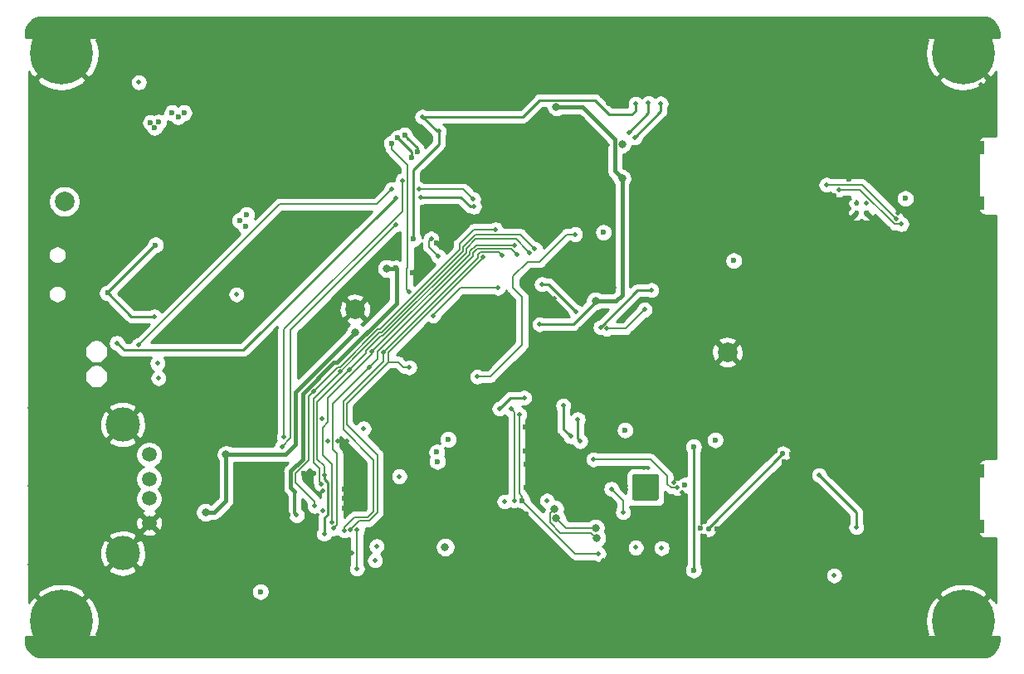
<source format=gbr>
G04 #@! TF.GenerationSoftware,KiCad,Pcbnew,(5.1.0)-1*
G04 #@! TF.CreationDate,2019-04-19T11:20:35+10:00*
G04 #@! TF.ProjectId,VNA,564e412e-6b69-4636-9164-5f7063625858,rev?*
G04 #@! TF.SameCoordinates,Original*
G04 #@! TF.FileFunction,Copper,L4,Bot*
G04 #@! TF.FilePolarity,Positive*
%FSLAX46Y46*%
G04 Gerber Fmt 4.6, Leading zero omitted, Abs format (unit mm)*
G04 Created by KiCad (PCBNEW (5.1.0)-1) date 2019-04-19 11:20:35*
%MOMM*%
%LPD*%
G04 APERTURE LIST*
%ADD10C,2.000000*%
%ADD11R,4.200000X1.350000*%
%ADD12C,0.600000*%
%ADD13C,6.400000*%
%ADD14C,0.800000*%
%ADD15C,3.500000*%
%ADD16C,1.500000*%
%ADD17C,0.500000*%
%ADD18C,0.100000*%
%ADD19C,2.700000*%
%ADD20C,0.560000*%
%ADD21C,0.400000*%
%ADD22C,0.300000*%
%ADD23C,0.250000*%
%ADD24C,0.293000*%
%ADD25C,0.200000*%
%ADD26C,0.254000*%
G04 APERTURE END LIST*
D10*
X124150000Y-91950000D03*
X162150000Y-96350000D03*
D11*
X186200000Y-114125000D03*
X186200000Y-108475000D03*
X186200000Y-81125000D03*
X186200000Y-75475000D03*
D12*
X141600000Y-119050000D03*
X141600000Y-116650000D03*
X141600000Y-112900000D03*
X141600000Y-115300000D03*
X141550000Y-104000000D03*
X141550000Y-106400000D03*
X141575000Y-110200000D03*
X141575000Y-107800000D03*
D13*
X94200000Y-65800000D03*
D14*
X96600000Y-65800000D03*
X95897056Y-67497056D03*
X94200000Y-68200000D03*
X92502944Y-67497056D03*
X91800000Y-65800000D03*
X92502944Y-64102944D03*
X94200000Y-63400000D03*
X95897056Y-64102944D03*
X187897056Y-122102944D03*
X186200000Y-121400000D03*
X184502944Y-122102944D03*
X183800000Y-123800000D03*
X184502944Y-125497056D03*
X186200000Y-126200000D03*
X187897056Y-125497056D03*
X188600000Y-123800000D03*
D13*
X186200000Y-123800000D03*
X186200000Y-65800000D03*
D14*
X188600000Y-65800000D03*
X187897056Y-67497056D03*
X186200000Y-68200000D03*
X184502944Y-67497056D03*
X183800000Y-65800000D03*
X184502944Y-64102944D03*
X186200000Y-63400000D03*
X187897056Y-64102944D03*
X95897056Y-122102944D03*
X94200000Y-121400000D03*
X92502944Y-122102944D03*
X91800000Y-123800000D03*
X92502944Y-125497056D03*
X94200000Y-126200000D03*
X95897056Y-125497056D03*
X96600000Y-123800000D03*
D13*
X94200000Y-123800000D03*
D15*
X100450000Y-103730000D03*
X100450000Y-116870000D03*
D16*
X103160000Y-106800000D03*
X103150000Y-109300000D03*
X103150000Y-111300000D03*
X103150000Y-113800000D03*
D10*
X94500000Y-80950000D03*
D12*
X125050000Y-110300000D03*
X125050000Y-111300000D03*
X125050000Y-112300000D03*
X124050000Y-110300000D03*
X124050000Y-111300000D03*
X124050000Y-112300000D03*
X123050000Y-110300000D03*
X123050000Y-111300000D03*
X123050000Y-112300000D03*
D17*
X152700000Y-109050000D03*
X153800000Y-109050000D03*
X154900000Y-109050000D03*
X152700000Y-110150000D03*
X153800000Y-110150000D03*
X154900000Y-110150000D03*
X152700000Y-111250000D03*
X153800000Y-111250000D03*
X154900000Y-111250000D03*
D18*
G36*
X154924503Y-108801204D02*
G01*
X154948772Y-108804804D01*
X154972570Y-108810765D01*
X154995670Y-108819030D01*
X155017849Y-108829520D01*
X155038892Y-108842133D01*
X155058598Y-108856748D01*
X155076776Y-108873224D01*
X155093252Y-108891402D01*
X155107867Y-108911108D01*
X155120480Y-108932151D01*
X155130970Y-108954330D01*
X155139235Y-108977430D01*
X155145196Y-109001228D01*
X155148796Y-109025497D01*
X155150000Y-109050001D01*
X155150000Y-111249999D01*
X155148796Y-111274503D01*
X155145196Y-111298772D01*
X155139235Y-111322570D01*
X155130970Y-111345670D01*
X155120480Y-111367849D01*
X155107867Y-111388892D01*
X155093252Y-111408598D01*
X155076776Y-111426776D01*
X155058598Y-111443252D01*
X155038892Y-111457867D01*
X155017849Y-111470480D01*
X154995670Y-111480970D01*
X154972570Y-111489235D01*
X154948772Y-111495196D01*
X154924503Y-111498796D01*
X154899999Y-111500000D01*
X152700001Y-111500000D01*
X152675497Y-111498796D01*
X152651228Y-111495196D01*
X152627430Y-111489235D01*
X152604330Y-111480970D01*
X152582151Y-111470480D01*
X152561108Y-111457867D01*
X152541402Y-111443252D01*
X152523224Y-111426776D01*
X152506748Y-111408598D01*
X152492133Y-111388892D01*
X152479520Y-111367849D01*
X152469030Y-111345670D01*
X152460765Y-111322570D01*
X152454804Y-111298772D01*
X152451204Y-111274503D01*
X152450000Y-111249999D01*
X152450000Y-109050001D01*
X152451204Y-109025497D01*
X152454804Y-109001228D01*
X152460765Y-108977430D01*
X152469030Y-108954330D01*
X152479520Y-108932151D01*
X152492133Y-108911108D01*
X152506748Y-108891402D01*
X152523224Y-108873224D01*
X152541402Y-108856748D01*
X152561108Y-108842133D01*
X152582151Y-108829520D01*
X152604330Y-108819030D01*
X152627430Y-108810765D01*
X152651228Y-108804804D01*
X152675497Y-108801204D01*
X152700001Y-108800000D01*
X154899999Y-108800000D01*
X154924503Y-108801204D01*
X154924503Y-108801204D01*
G37*
D19*
X153800000Y-110150000D03*
D12*
X135950000Y-111300000D03*
X136450000Y-111800000D03*
X135450000Y-111800000D03*
X135450000Y-110800000D03*
X136450000Y-110800000D03*
X146650000Y-112150000D03*
X147650000Y-112150000D03*
X147650000Y-111150000D03*
X146650000Y-111150000D03*
X147150000Y-111650000D03*
D17*
X176300000Y-81100000D03*
X176300000Y-82100000D03*
X175300000Y-81100000D03*
X175300000Y-82100000D03*
X137800000Y-104300000D03*
X157600000Y-75100000D03*
X160700000Y-120700000D03*
X116700000Y-117100000D03*
X109600000Y-76400000D03*
X154200000Y-103600000D03*
X165900000Y-88900000D03*
X134700000Y-118700000D03*
X178500000Y-115900000D03*
X187470000Y-108920000D03*
X186970000Y-108920000D03*
X186470000Y-108920000D03*
X185970000Y-108920000D03*
X185470000Y-108920000D03*
X184970000Y-108920000D03*
X184470000Y-108920000D03*
X123850000Y-116850000D03*
X123050000Y-116950000D03*
X123865000Y-107865000D03*
X125850000Y-114600000D03*
X160000000Y-112100000D03*
X160000000Y-111250000D03*
X144550000Y-109750000D03*
X164250000Y-122000000D03*
X164550000Y-123150000D03*
X173000000Y-123750000D03*
X168250000Y-120200000D03*
X168250000Y-121050000D03*
X168250000Y-121850000D03*
X166150000Y-121150000D03*
X173750000Y-118000000D03*
X172350000Y-118050000D03*
X171350000Y-118050000D03*
X170350000Y-118050000D03*
X174450000Y-114800000D03*
X173700000Y-114050000D03*
X172200000Y-107700000D03*
D12*
X178100000Y-105700000D03*
X178100000Y-107000000D03*
X178100000Y-108650000D03*
X178100000Y-110150000D03*
X178100000Y-111500000D03*
D17*
X186000000Y-113700000D03*
X187500000Y-113700000D03*
X188000000Y-113700000D03*
X184500000Y-113700000D03*
X186500000Y-113700000D03*
X185000000Y-113700000D03*
X185500000Y-113700000D03*
X187000000Y-113700000D03*
X160400000Y-106550000D03*
X161150000Y-108650000D03*
X157000000Y-107300000D03*
X156650522Y-109658228D03*
X155050000Y-112900000D03*
X154050000Y-112850000D03*
X153050000Y-112850000D03*
X157502487Y-110667051D03*
X157867589Y-107345770D03*
X160055367Y-108652528D03*
D12*
X168700000Y-111050000D03*
X168700000Y-114000000D03*
X168700000Y-112350000D03*
X168700000Y-116850000D03*
X168700000Y-115500000D03*
D17*
X173100000Y-108599914D03*
D12*
X128650000Y-114250000D03*
X129650000Y-114350000D03*
X130400000Y-109650000D03*
X134450000Y-108450000D03*
X119950000Y-114800000D03*
X118950000Y-114800000D03*
X116600000Y-113900000D03*
X117350000Y-112950000D03*
X115600000Y-115200000D03*
X113850000Y-117700000D03*
X113000000Y-113250000D03*
X118950000Y-108750000D03*
D17*
X127450000Y-113200000D03*
X129050000Y-104700000D03*
X125650000Y-101500000D03*
X120800000Y-103150000D03*
X123350000Y-105450000D03*
X121350000Y-105450000D03*
X135950000Y-114000000D03*
X133600000Y-112200000D03*
X133650000Y-110900000D03*
X133700000Y-110300000D03*
X138600000Y-113300000D03*
X186000000Y-80700000D03*
X187500000Y-80700000D03*
X188000000Y-80700000D03*
X184500000Y-80700000D03*
X186500000Y-80700000D03*
X185000000Y-80700000D03*
X185500000Y-80700000D03*
X187000000Y-80700000D03*
X186000000Y-75900000D03*
X187500000Y-75900000D03*
X185000000Y-75900000D03*
X187000000Y-75900000D03*
X186500000Y-75900000D03*
X184500000Y-75900000D03*
X188000000Y-75900000D03*
X185500000Y-75900000D03*
X179500000Y-79850000D03*
X182300000Y-79900000D03*
X177500000Y-85250000D03*
X177450000Y-88150000D03*
X172250000Y-85000000D03*
X172250000Y-87900000D03*
X169050000Y-82200000D03*
X169050000Y-81150000D03*
X165500000Y-83850000D03*
D12*
X164500000Y-86200000D03*
X160200000Y-85200000D03*
X160100000Y-78450000D03*
X174750000Y-84400000D03*
X176850000Y-84400000D03*
X174550000Y-78700000D03*
X177350000Y-78899920D03*
X173650000Y-65500000D03*
X168800000Y-65500000D03*
X179150000Y-65550000D03*
X163100000Y-65500000D03*
X156550000Y-70900000D03*
D17*
X150300000Y-86500000D03*
X150200000Y-88100000D03*
X144500000Y-90900000D03*
D12*
X174900000Y-72600000D03*
X164400000Y-72600000D03*
X150200000Y-104300000D03*
D17*
X157800000Y-93800000D03*
X128100021Y-104700000D03*
X127100010Y-104689951D03*
X126099990Y-104465631D03*
D12*
X119919204Y-108732891D03*
D17*
X122400010Y-105389721D03*
X149900000Y-75200000D03*
X148400000Y-75200000D03*
X147400000Y-72500000D03*
X146828761Y-74128761D03*
D12*
X159380000Y-114330000D03*
X167950000Y-107540000D03*
X168700000Y-106800000D03*
X167600000Y-105800000D03*
X167000000Y-106400000D03*
D17*
X187980000Y-108900000D03*
D12*
X159810000Y-115130000D03*
X161090000Y-114370000D03*
X159830000Y-113650000D03*
D17*
X183100000Y-91300000D03*
X184600000Y-91300000D03*
X163200000Y-79900000D03*
X138300000Y-94900000D03*
X137600000Y-94900000D03*
X146900000Y-97600000D03*
X102100000Y-76800000D03*
X108500000Y-82299998D03*
X108500000Y-81700000D03*
X103300000Y-76800000D03*
X102700000Y-76800000D03*
X108500000Y-81100000D03*
X101000000Y-79300000D03*
X101000000Y-74400000D03*
D12*
X106100000Y-80000000D03*
X95600000Y-89700000D03*
X91650000Y-89550000D03*
X91650000Y-87250000D03*
X91650000Y-92350000D03*
X91650000Y-84450000D03*
X99000000Y-81800000D03*
X108900000Y-108300000D03*
X146900000Y-78700000D03*
D17*
X137500000Y-121500000D03*
X120874990Y-110482483D03*
X111900000Y-120000000D03*
D12*
X130050000Y-88200000D03*
D17*
X131550000Y-88150000D03*
X179509519Y-82103260D03*
D12*
X173150001Y-82699999D03*
X172749992Y-80906980D03*
X172588832Y-82288298D03*
X172999989Y-80350009D03*
D17*
X120882239Y-112524990D03*
X110250000Y-105200000D03*
X114250004Y-103100000D03*
X113550004Y-101750000D03*
X110100000Y-92600000D03*
X110100000Y-97500000D03*
X120100000Y-79650000D03*
X98850000Y-86200000D03*
X98550000Y-72550000D03*
D12*
X108800000Y-78750000D03*
X108850000Y-73850000D03*
X110950000Y-79950000D03*
D17*
X120100000Y-78050000D03*
X123900000Y-67799992D03*
X121360000Y-67709990D03*
X125150000Y-67800000D03*
D12*
X164500026Y-85200000D03*
X91700000Y-71200000D03*
D17*
X91700000Y-77150000D03*
X149450004Y-117600000D03*
X150100000Y-118300000D03*
X169700000Y-103450000D03*
X169700000Y-102800000D03*
X169700000Y-102150000D03*
X169700000Y-101550000D03*
X169700000Y-101000000D03*
X169700000Y-100350000D03*
X169700000Y-99700000D03*
X169700000Y-99100000D03*
X169700000Y-98500000D03*
X169700000Y-97850000D03*
X169700000Y-96050000D03*
X169700000Y-95400000D03*
X169700000Y-97200000D03*
X169700000Y-94750000D03*
X169700000Y-96600000D03*
X169700000Y-94150000D03*
X169700000Y-87950000D03*
X169700000Y-90400000D03*
X169700000Y-88600000D03*
X169700000Y-91700000D03*
X169700000Y-89800000D03*
X169700000Y-93550000D03*
X169700000Y-87350000D03*
X169700000Y-92900000D03*
X169700000Y-91050000D03*
X169700000Y-89250000D03*
X169700000Y-92300000D03*
X169700000Y-86200000D03*
X169700000Y-84950000D03*
X169700000Y-84300000D03*
X169700000Y-86800000D03*
X169700000Y-85600000D03*
X167800000Y-84300000D03*
X169100000Y-84300000D03*
X168450000Y-84300000D03*
X167200000Y-84300000D03*
X165900000Y-84300000D03*
X166550000Y-84300000D03*
X169750000Y-82200000D03*
X170300000Y-82400000D03*
X170700000Y-82800000D03*
X171100000Y-83200000D03*
X171450000Y-83650000D03*
X171750000Y-86050000D03*
X171750000Y-86700000D03*
X171550000Y-89250000D03*
X171550000Y-94800000D03*
X171550000Y-97250000D03*
X171550000Y-92350000D03*
X171550000Y-95450000D03*
X171550000Y-93600000D03*
X171550000Y-98550000D03*
X171550000Y-96650000D03*
X171550000Y-94200000D03*
X171550000Y-89850000D03*
X171550000Y-91100000D03*
X171550000Y-97900000D03*
X171550000Y-96100000D03*
X171550000Y-90450000D03*
X171550000Y-92950000D03*
X171550000Y-91750000D03*
X171550000Y-100950000D03*
X171550000Y-99150000D03*
X171550000Y-99800000D03*
X171550000Y-102250000D03*
X171550000Y-100350000D03*
X171550000Y-101600000D03*
X171550000Y-104150000D03*
X171550000Y-103500000D03*
X171550000Y-102850000D03*
X171250000Y-104650000D03*
X170850000Y-105050000D03*
X170350000Y-105450000D03*
X169850000Y-105900000D03*
X169400000Y-106350000D03*
X169350000Y-103850000D03*
X168950000Y-104350000D03*
X168450000Y-104800000D03*
X168000000Y-105250000D03*
X166500000Y-109250000D03*
X166100000Y-109700000D03*
X165150000Y-108000000D03*
X164750000Y-108400000D03*
X164300000Y-108800000D03*
X163850000Y-109200000D03*
X163350000Y-109650000D03*
X163200000Y-112650000D03*
X163600000Y-112250000D03*
X162800000Y-113050000D03*
X162400000Y-113400000D03*
X161950000Y-113800000D03*
X179750000Y-98900000D03*
X179750000Y-97100000D03*
X179750000Y-97750000D03*
X179750000Y-96450000D03*
X179750000Y-100800000D03*
X179750000Y-101450000D03*
X179750000Y-103900000D03*
X179750000Y-103250000D03*
X179750000Y-104500000D03*
X179750000Y-100200000D03*
X179750000Y-102600000D03*
X179750000Y-98300000D03*
X179750000Y-99550000D03*
X179750000Y-102000000D03*
X181600000Y-103950000D03*
X181600000Y-97150000D03*
X181600000Y-101500000D03*
X181600000Y-100250000D03*
X181600000Y-98950000D03*
X181600000Y-96500000D03*
X181600000Y-97800000D03*
X181600000Y-99600000D03*
X181600000Y-104550000D03*
X181600000Y-98350000D03*
X181600000Y-102050000D03*
X181600000Y-100850000D03*
X181600000Y-103300000D03*
X181600000Y-102650000D03*
X181600000Y-95350000D03*
X181600000Y-94700000D03*
X181600000Y-95900000D03*
X181600000Y-94050000D03*
X179750000Y-95200000D03*
X179550000Y-94600000D03*
X179750000Y-95850000D03*
X179100000Y-94150000D03*
X178700000Y-93700000D03*
X178250000Y-93300000D03*
X177850000Y-92900000D03*
X177450000Y-92500000D03*
X177050000Y-92100000D03*
X176650000Y-91700000D03*
X176250000Y-91300000D03*
X175850000Y-90900000D03*
X175450000Y-90500000D03*
X175050000Y-90050000D03*
X178350000Y-90700000D03*
X180400000Y-92700000D03*
X179550000Y-91900000D03*
X178750000Y-91100000D03*
X181250000Y-93600000D03*
X177950000Y-90300000D03*
X177550000Y-89900000D03*
X177150000Y-89500000D03*
X180800000Y-93150000D03*
X179950000Y-92300000D03*
X179150000Y-91500000D03*
X174800000Y-89450000D03*
X174800000Y-88800000D03*
X174800000Y-86950000D03*
X174800000Y-86300000D03*
X174800000Y-88200000D03*
X174800000Y-87600000D03*
X174800000Y-85700000D03*
X174800000Y-85050000D03*
X176900000Y-87050000D03*
X176900000Y-86400000D03*
X169650000Y-81100000D03*
X170250000Y-81100000D03*
X170800000Y-81200000D03*
X171250000Y-81600000D03*
X171700000Y-82050000D03*
X172050000Y-82500000D03*
X171050000Y-79200000D03*
X170500000Y-79200000D03*
X169900000Y-79200000D03*
X169350000Y-79200000D03*
X168750000Y-79200000D03*
X182750000Y-110300000D03*
X183350000Y-110300000D03*
X183900000Y-110300000D03*
X183900000Y-112150000D03*
X183350000Y-112150000D03*
X182800000Y-112150000D03*
X183900000Y-77250000D03*
X183300000Y-79200000D03*
X183900000Y-79200000D03*
X175950000Y-77450000D03*
X175550000Y-77800000D03*
X175150000Y-78250000D03*
X180550000Y-79400000D03*
X181200000Y-79400000D03*
X183300000Y-77250000D03*
X182650000Y-77250000D03*
X182000000Y-77250000D03*
X181400000Y-77250000D03*
X180150000Y-77250000D03*
X180800000Y-77250000D03*
X178900000Y-77250000D03*
X179500000Y-77250000D03*
X177700000Y-77300000D03*
X178350000Y-77300000D03*
X176450000Y-77300000D03*
X177050000Y-77300000D03*
X184100000Y-80300000D03*
X184000000Y-79750000D03*
X184100000Y-76600000D03*
X184200000Y-109600000D03*
X184050000Y-112650000D03*
X184200000Y-113200000D03*
X164648990Y-113791010D03*
D12*
X182221010Y-108708990D03*
D17*
X97500000Y-63000000D03*
X100000000Y-63000000D03*
X102500000Y-63000000D03*
X105000000Y-63000000D03*
X107500000Y-63000000D03*
X110000000Y-63000000D03*
X112500000Y-63000000D03*
X115000000Y-63000000D03*
X117500000Y-63000000D03*
X120000000Y-63000000D03*
X122500000Y-63000000D03*
X125000000Y-63000000D03*
X127500000Y-63000000D03*
X130000000Y-63000000D03*
X132500000Y-63000000D03*
X135000000Y-63000000D03*
X137500000Y-63000000D03*
X140000000Y-63000000D03*
X142500000Y-63000000D03*
X145000000Y-63000000D03*
X147500000Y-63000000D03*
X150000000Y-63000000D03*
X152500000Y-63000000D03*
X155000000Y-63000000D03*
X157500000Y-63000000D03*
X160000000Y-63000000D03*
X162500000Y-63000000D03*
X165000000Y-63000000D03*
X167500000Y-63000000D03*
X170000000Y-63000000D03*
X172500000Y-63000000D03*
X175000000Y-63000000D03*
X177500000Y-63000000D03*
X180000000Y-63000000D03*
X182500000Y-63000000D03*
X110000000Y-126600000D03*
X107500000Y-126600000D03*
X125000000Y-126600000D03*
X112500000Y-126600000D03*
X120000000Y-126600000D03*
X132500000Y-126600000D03*
X152500000Y-126600000D03*
X127500000Y-126600000D03*
X135000000Y-126600000D03*
X137500000Y-126600000D03*
X142500000Y-126600000D03*
X145000000Y-126600000D03*
X102500000Y-126600000D03*
X147500000Y-126600000D03*
X140000000Y-126600000D03*
X155000000Y-126600000D03*
X105000000Y-126600000D03*
X130000000Y-126600000D03*
X115000000Y-126600000D03*
X150000000Y-126600000D03*
X157500000Y-126600000D03*
X100000000Y-126600000D03*
X117500000Y-126600000D03*
X122500000Y-126600000D03*
X160000000Y-126600000D03*
X97500000Y-126600000D03*
X172500000Y-126600000D03*
X165000000Y-126600000D03*
X167500000Y-126600000D03*
X182500000Y-126600000D03*
X175000000Y-126600000D03*
X162500000Y-126600000D03*
X177500000Y-126600000D03*
X170000000Y-126600000D03*
X180000000Y-126600000D03*
X188000000Y-106000000D03*
X188000000Y-102000000D03*
X188000000Y-98000000D03*
X188000000Y-94000000D03*
X188000000Y-90000000D03*
X188000000Y-86000000D03*
X186000000Y-92000000D03*
X186000000Y-88000000D03*
X186000000Y-84000000D03*
X186000000Y-96000000D03*
X186000000Y-100000000D03*
X186000000Y-104000000D03*
X184000000Y-102000000D03*
X184000000Y-98000000D03*
X184000000Y-106000000D03*
X178000000Y-102000000D03*
X178000000Y-98000000D03*
X178000000Y-94000000D03*
X176000000Y-100000000D03*
X176000000Y-104000000D03*
X175000000Y-92000000D03*
X174000000Y-102000000D03*
X174000000Y-98000000D03*
X174000000Y-90000000D03*
X168000000Y-102000000D03*
X168000000Y-98000000D03*
X168000000Y-94000000D03*
X166000000Y-92000000D03*
X166000000Y-96000000D03*
X166000000Y-100000000D03*
X166000000Y-104000000D03*
X164000000Y-102000000D03*
X164000000Y-98000000D03*
X164000000Y-94000000D03*
X162000000Y-92000000D03*
X160000000Y-89000000D03*
X160000000Y-94000000D03*
X158000000Y-87000000D03*
X160000000Y-84000000D03*
X160000000Y-82000000D03*
X160000000Y-80000000D03*
X162000000Y-80000000D03*
X162000000Y-82000000D03*
X162000000Y-84000000D03*
X188000000Y-73000000D03*
X188000000Y-69000000D03*
X186000000Y-71000000D03*
X184000000Y-73000000D03*
X184000000Y-69000000D03*
X182000000Y-71000000D03*
X180000000Y-73000000D03*
X176000000Y-73000000D03*
X178000000Y-75000000D03*
X182000000Y-75000000D03*
X174000000Y-75000000D03*
X132000000Y-124000000D03*
X128000000Y-124000000D03*
X124000000Y-124000000D03*
X116000000Y-124000000D03*
X108000000Y-124000000D03*
X104000000Y-124000000D03*
X100000000Y-124000000D03*
X114000000Y-122000000D03*
X118000000Y-122000000D03*
X122000000Y-122000000D03*
X136000000Y-124000000D03*
X139000000Y-124000000D03*
X139000000Y-120000000D03*
X128000000Y-120000000D03*
X120000000Y-120000000D03*
X116000000Y-120000000D03*
X108000000Y-120000000D03*
X104000000Y-120000000D03*
X100000000Y-120000000D03*
X96000000Y-120000000D03*
X98000000Y-122000000D03*
X170000000Y-75000000D03*
X166000000Y-75000000D03*
X162000000Y-75000000D03*
X160000000Y-73000000D03*
X164000000Y-73300000D03*
X168000000Y-73000000D03*
X179000000Y-69000000D03*
X175000000Y-69000000D03*
X177000000Y-67000000D03*
X173000000Y-67000000D03*
X169000000Y-67000000D03*
X165000000Y-67000000D03*
X161000000Y-67000000D03*
X163000000Y-69000000D03*
X167000000Y-69000000D03*
X171000000Y-69000000D03*
X157000000Y-66000000D03*
X153000000Y-66000000D03*
X148000000Y-66000000D03*
X144000000Y-66000000D03*
X128000000Y-66000000D03*
X130000000Y-68000000D03*
X150000000Y-68000000D03*
X150000000Y-71000000D03*
X155000000Y-68000000D03*
X157000000Y-73000000D03*
X101000000Y-66000000D03*
X105000000Y-66000000D03*
X119000000Y-68000000D03*
X113000000Y-70000000D03*
X117000000Y-70000000D03*
X119000000Y-73000000D03*
X115000000Y-73000000D03*
X111000000Y-73000000D03*
X123000000Y-73000000D03*
X188000000Y-116000000D03*
X188000000Y-120000000D03*
X186000000Y-118000000D03*
X184000000Y-120000000D03*
X184000000Y-116000000D03*
X182000000Y-118000000D03*
X180000000Y-120000000D03*
X182000000Y-122000000D03*
X180000000Y-124000000D03*
X176000000Y-124000000D03*
X178000000Y-122000000D03*
X178000000Y-118000000D03*
X116000000Y-91000000D03*
X116000000Y-98000000D03*
X108000000Y-101000000D03*
X102000000Y-89000000D03*
X107000000Y-87000000D03*
X114000000Y-87000000D03*
X97000000Y-102000000D03*
X91000000Y-102000000D03*
X91000000Y-110000000D03*
X91000000Y-118000000D03*
X97000000Y-118000000D03*
X97000000Y-110000000D03*
X94000000Y-114000000D03*
X94000000Y-106000000D03*
X120000000Y-87000000D03*
X138000000Y-66000000D03*
X176000000Y-96000000D03*
X120000000Y-124000000D03*
X112000000Y-124000000D03*
D12*
X132459617Y-85199990D03*
D17*
X178700000Y-79000000D03*
X178100000Y-79000000D03*
X166400000Y-106900000D03*
X145100000Y-123500000D03*
X150600253Y-89779436D03*
X144656104Y-92625010D03*
X141209666Y-89059306D03*
X102100000Y-68800000D03*
X128671797Y-109021797D03*
X173050000Y-119150000D03*
D14*
X133350000Y-116250000D03*
D17*
X152800000Y-116300000D03*
X155450000Y-116350000D03*
D12*
X133650000Y-105250000D03*
X132500000Y-106550000D03*
X132550000Y-107500000D03*
X114500000Y-120800000D03*
D17*
X139400000Y-111600000D03*
X143750000Y-111500000D03*
D12*
X162800000Y-87000000D03*
X180300000Y-80650000D03*
X151700000Y-104300000D03*
D14*
X151400000Y-75100000D03*
D12*
X157820473Y-109943613D03*
X103300000Y-72900000D03*
X103700000Y-73400000D03*
X104128487Y-72845665D03*
D17*
X104100000Y-99000000D03*
X104000024Y-97500000D03*
D12*
X160900000Y-105300000D03*
X106700000Y-71900000D03*
X105500000Y-71900000D03*
X106100000Y-72300000D03*
D14*
X108900000Y-112700000D03*
X111000000Y-106800000D03*
X124200000Y-94300000D03*
D17*
X112050000Y-90450000D03*
D12*
X98900000Y-90300000D03*
X103800000Y-85400000D03*
D17*
X103700000Y-92699982D03*
D20*
X167800000Y-106700000D03*
X160200034Y-114400000D03*
D12*
X141200000Y-111500000D03*
D17*
X140902515Y-102700000D03*
X149000000Y-116950000D03*
D14*
X148700000Y-114300000D03*
X144700010Y-113300000D03*
X144528556Y-112352595D03*
X148800000Y-115350000D03*
D17*
X140402505Y-111497495D03*
X140054749Y-102156861D03*
X132650000Y-86550000D03*
X131922928Y-84750567D03*
D12*
X112400000Y-82900000D03*
X113100000Y-82300000D03*
X113000000Y-83500000D03*
X130100000Y-84800000D03*
X149500000Y-84100000D03*
X158700000Y-118599998D03*
X158700000Y-106000000D03*
D17*
X131000000Y-72300000D03*
X132700000Y-73800000D03*
X118000000Y-110600000D03*
X118200000Y-113000000D03*
D14*
X127400000Y-87800000D03*
D12*
X128349989Y-87767648D03*
D17*
X152800000Y-71000000D03*
X126350000Y-116150000D03*
X125030000Y-104130000D03*
D14*
X151400000Y-78600000D03*
X144700000Y-71300000D03*
D17*
X143000000Y-93500000D03*
D14*
X148700000Y-91100000D03*
D17*
X138762675Y-89769796D03*
X132100000Y-92600000D03*
X129700000Y-90200000D03*
D12*
X127900000Y-75000000D03*
D17*
X136300000Y-81500000D03*
X130900000Y-80500000D03*
X99850000Y-95400000D03*
X128301053Y-80598941D03*
X102100000Y-95600000D03*
X130700000Y-79700000D03*
X136200000Y-80700000D03*
X127899996Y-79700000D03*
X136646439Y-98853561D03*
X146600000Y-84300000D03*
D12*
X130500000Y-75900000D03*
X129217696Y-74188447D03*
X129900000Y-76500000D03*
X128516607Y-74454892D03*
D17*
X121000000Y-108900000D03*
X121000000Y-114900000D03*
X123602505Y-98102505D03*
X141962864Y-86187969D03*
X126200000Y-117600000D03*
X124350000Y-118450000D03*
X124373548Y-114476755D03*
X171500000Y-108900000D03*
X175300000Y-114200000D03*
X129000000Y-78800000D03*
X116900000Y-105000000D03*
X116700000Y-106000000D03*
X128318737Y-83318729D03*
X121800000Y-113700000D03*
X125900000Y-96300000D03*
X140400000Y-85400000D03*
X121949073Y-114339595D03*
X125650000Y-97850000D03*
X123060079Y-114557110D03*
X127041041Y-96377962D03*
X123700024Y-114443157D03*
X129700000Y-97900000D03*
X120700000Y-109800000D03*
X122648944Y-98348944D03*
X119928943Y-100328943D03*
X120050000Y-112050000D03*
X138900000Y-102100000D03*
X141403561Y-100996439D03*
X151500000Y-112700000D03*
X150298944Y-110301056D03*
X140700000Y-86400000D03*
X139200000Y-86500000D03*
X137210829Y-86650022D03*
X142499990Y-85821893D03*
X138500000Y-83800000D03*
X146700000Y-92200000D03*
X143200000Y-89400000D03*
X149200000Y-93800000D03*
X154400000Y-90000000D03*
X153700000Y-92000000D03*
X149849961Y-93949961D03*
X172250000Y-79250000D03*
X179389156Y-82742031D03*
X173550000Y-79750000D03*
X179900000Y-83277933D03*
X152700000Y-74399988D03*
X155350000Y-70950000D03*
X152130719Y-73889136D03*
X154100000Y-70900000D03*
X157020464Y-110206106D03*
X145400000Y-101800000D03*
X146150000Y-104950000D03*
X148499459Y-107299460D03*
X146899999Y-103199999D03*
X147147495Y-105452505D03*
D21*
X111000000Y-107365685D02*
X111000000Y-106800000D01*
X111000000Y-111500000D02*
X111000000Y-107365685D01*
X108900000Y-112700000D02*
X109800000Y-112700000D01*
X109800000Y-112700000D02*
X111000000Y-111500000D01*
X118100000Y-105800000D02*
X118100000Y-100400000D01*
X118100000Y-100400000D02*
X124200000Y-94300000D01*
X111000000Y-106800000D02*
X117100000Y-106800000D01*
X117100000Y-106800000D02*
X118100000Y-105800000D01*
D22*
X98900000Y-90300000D02*
X103800000Y-85400000D01*
D23*
X101299982Y-92699982D02*
X103346447Y-92699982D01*
X98900000Y-90300000D02*
X101299982Y-92699982D01*
X103346447Y-92699982D02*
X103700000Y-92699982D01*
D24*
X167800000Y-106700000D02*
X160200034Y-114299966D01*
X160200034Y-114299966D02*
X160200034Y-114400000D01*
D25*
X141200000Y-111500000D02*
X141200000Y-111075736D01*
X140902515Y-110778251D02*
X140902515Y-103053553D01*
X140902515Y-103053553D02*
X140902515Y-102700000D01*
X141200000Y-111075736D02*
X140902515Y-110778251D01*
X148646447Y-116950000D02*
X149000000Y-116950000D01*
X141200000Y-111500000D02*
X146650000Y-116950000D01*
X146650000Y-116950000D02*
X148646447Y-116950000D01*
X145100009Y-113699999D02*
X144700010Y-113300000D01*
X148700000Y-114300000D02*
X145700010Y-114300000D01*
X145700010Y-114300000D02*
X145100009Y-113699999D01*
X144050000Y-112831151D02*
X144528556Y-112352595D01*
X144050000Y-113750000D02*
X144050000Y-112831151D01*
X145100000Y-114800000D02*
X144050000Y-113750000D01*
X148800000Y-115350000D02*
X148250000Y-114800000D01*
X148250000Y-114800000D02*
X145100000Y-114800000D01*
X140402505Y-102504617D02*
X140304748Y-102406860D01*
X140402505Y-111497495D02*
X140402505Y-102504617D01*
X140304748Y-102406860D02*
X140054749Y-102156861D01*
X131672929Y-85000566D02*
X131922928Y-84750567D01*
X132650000Y-86550000D02*
X131672929Y-85572929D01*
X131672929Y-85572929D02*
X131672929Y-85000566D01*
D23*
X158700000Y-118599998D02*
X158700000Y-106000000D01*
D22*
X118000000Y-110600000D02*
X118000000Y-112800000D01*
X118000000Y-112800000D02*
X118200000Y-113000000D01*
D21*
X128369539Y-87775010D02*
X128324990Y-87775010D01*
X127424990Y-87775010D02*
X127400000Y-87800000D01*
D23*
X132700000Y-73800000D02*
X132700000Y-75100000D01*
X132700000Y-75100000D02*
X130100000Y-77700000D01*
X130100000Y-77700000D02*
X130100000Y-84800000D01*
D21*
X118800000Y-107300000D02*
X118800000Y-100569884D01*
X128369539Y-91330461D02*
X128369539Y-88340695D01*
X118800000Y-100569884D02*
X121970952Y-97398932D01*
X118000000Y-110600000D02*
X117600000Y-110200000D01*
X117600000Y-108500000D02*
X118800000Y-107300000D01*
X117600000Y-110200000D02*
X117600000Y-108500000D01*
X122301068Y-97398932D02*
X128369539Y-91330461D01*
X121970952Y-97398932D02*
X122301068Y-97398932D01*
X128369539Y-88340695D02*
X128369539Y-87775010D01*
X128324990Y-87775010D02*
X127424990Y-87775010D01*
D23*
X132550000Y-73800000D02*
X132700000Y-73800000D01*
X131000000Y-72300000D02*
X131050000Y-72300000D01*
X131050000Y-72300000D02*
X132550000Y-73800000D01*
X152800000Y-71500000D02*
X152800000Y-71000000D01*
X152800000Y-71700000D02*
X152800000Y-71500000D01*
X141300000Y-72300000D02*
X143000000Y-70600000D01*
X131000000Y-72300000D02*
X141300000Y-72300000D01*
X143000000Y-70600000D02*
X148600000Y-70600000D01*
X150100000Y-72100000D02*
X152400000Y-72100000D01*
X148600000Y-70600000D02*
X150100000Y-72100000D01*
X152400000Y-72100000D02*
X152800000Y-71700000D01*
D21*
X147350000Y-71300000D02*
X144700000Y-71300000D01*
X150649999Y-74599999D02*
X147350000Y-71300000D01*
X151400000Y-78600000D02*
X150649999Y-77849999D01*
X150649999Y-77849999D02*
X150649999Y-74599999D01*
X150800000Y-91100000D02*
X148700000Y-91100000D01*
X151400000Y-90500000D02*
X150800000Y-91100000D01*
X151400000Y-78600000D02*
X151400000Y-90500000D01*
D24*
X148700000Y-91200000D02*
X148700000Y-91100000D01*
X143000000Y-93500000D02*
X146400000Y-93500000D01*
X146400000Y-93500000D02*
X148700000Y-91200000D01*
D25*
X138409122Y-89769796D02*
X138378918Y-89800000D01*
X138762675Y-89769796D02*
X138409122Y-89769796D01*
X134900000Y-89800000D02*
X132200000Y-92500000D01*
X138378918Y-89800000D02*
X134900000Y-89800000D01*
X132200000Y-92500000D02*
X132100000Y-92600000D01*
X129700000Y-90200000D02*
X129450001Y-89950001D01*
X129450001Y-89950001D02*
X129450001Y-87809997D01*
X127900000Y-75424264D02*
X127900000Y-75000000D01*
X129500002Y-87759996D02*
X129500002Y-77224282D01*
X129500002Y-77224282D02*
X127900000Y-75624280D01*
X127900000Y-75624280D02*
X127900000Y-75424264D01*
X129450001Y-87809997D02*
X129500002Y-87759996D01*
D23*
X134900000Y-80500000D02*
X130900000Y-80500000D01*
X136300000Y-81500000D02*
X135900000Y-81500000D01*
X135900000Y-81500000D02*
X134900000Y-80500000D01*
X128051054Y-80848940D02*
X128301053Y-80598941D01*
X112749995Y-96149999D02*
X128051054Y-80848940D01*
X100599999Y-96149999D02*
X112749995Y-96149999D01*
X99850000Y-95400000D02*
X100599999Y-96149999D01*
D25*
X130700000Y-79700000D02*
X135200000Y-79700000D01*
X135200000Y-79700000D02*
X136200000Y-80700000D01*
X127649997Y-79949999D02*
X127899996Y-79700000D01*
X126349976Y-81250020D02*
X127649997Y-79949999D01*
X102100000Y-95600000D02*
X116449980Y-81250020D01*
X116449980Y-81250020D02*
X126349976Y-81250020D01*
X136999992Y-98853561D02*
X136646439Y-98853561D01*
X136999992Y-98853561D02*
X137946439Y-98853561D01*
X137946439Y-98853561D02*
X141200000Y-95600000D01*
X141200000Y-95600000D02*
X141200000Y-90700000D01*
X141200000Y-90700000D02*
X140300000Y-89800000D01*
X140300000Y-89800000D02*
X140300000Y-88600000D01*
X140300000Y-88600000D02*
X141800000Y-87100000D01*
X141800000Y-87100000D02*
X143000000Y-87100000D01*
X145800000Y-84300000D02*
X146600000Y-84300000D01*
X143000000Y-87100000D02*
X145800000Y-84300000D01*
D23*
X130500000Y-75900000D02*
X130500000Y-75470751D01*
X130500000Y-75470751D02*
X129517695Y-74488446D01*
X129517695Y-74488446D02*
X129217696Y-74188447D01*
X128816606Y-74754891D02*
X128516607Y-74454892D01*
X129900000Y-75838285D02*
X128816606Y-74754891D01*
X129900000Y-76500000D02*
X129900000Y-75838285D01*
X121410058Y-112407135D02*
X121400000Y-112397077D01*
X121410058Y-112911142D02*
X121410058Y-112407135D01*
X121400000Y-109676610D02*
X121000000Y-109276610D01*
X121400000Y-112397077D02*
X121400000Y-109676610D01*
X121000000Y-114900000D02*
X121000000Y-113321200D01*
X121000000Y-109276610D02*
X121000000Y-108900000D01*
X121000000Y-113321200D02*
X121410058Y-112911142D01*
D25*
X120250011Y-107250011D02*
X120250011Y-101454999D01*
X121000000Y-108900000D02*
X121000000Y-108000000D01*
X120250011Y-101454999D02*
X123602505Y-98102505D01*
X121000000Y-108000000D02*
X120250011Y-107250011D01*
X141712865Y-85937970D02*
X141962864Y-86187969D01*
X127005031Y-94699978D02*
X135499965Y-86205045D01*
X125250000Y-96455010D02*
X125250000Y-96209998D01*
X125250000Y-96209998D02*
X126760020Y-94699978D01*
X126760020Y-94699978D02*
X127005031Y-94699978D01*
X135499965Y-86205045D02*
X135499965Y-85757920D01*
X136457891Y-84799994D02*
X140574889Y-84799994D01*
X135499965Y-85757920D02*
X136457891Y-84799994D01*
X123602505Y-98102505D02*
X125250000Y-96455010D01*
X140574889Y-84799994D02*
X141712865Y-85937970D01*
X124350000Y-118450000D02*
X124350000Y-114500303D01*
X124350000Y-114500303D02*
X124373548Y-114476755D01*
D23*
X171500000Y-108900000D02*
X175300000Y-112700000D01*
X175300000Y-112700000D02*
X175300000Y-114200000D01*
D25*
X129000000Y-81950000D02*
X129000000Y-78800000D01*
X128980344Y-81950000D02*
X129000000Y-81950000D01*
X116900000Y-105000000D02*
X116900000Y-94030344D01*
X116900000Y-94030344D02*
X128980344Y-81950000D01*
X117600000Y-94037466D02*
X128068738Y-83568728D01*
X128068738Y-83568728D02*
X128318737Y-83318729D01*
X117600000Y-105100000D02*
X117600000Y-94037466D01*
X116700000Y-106000000D02*
X117600000Y-105100000D01*
X125900000Y-96545012D02*
X125900000Y-96300000D01*
X121800000Y-107800000D02*
X120849999Y-106849999D01*
X121800000Y-113700000D02*
X121800000Y-107800000D01*
X120849999Y-106849999D02*
X120849999Y-104050001D01*
X120849999Y-104050001D02*
X121400000Y-103500000D01*
X121400000Y-103500000D02*
X121400000Y-101045012D01*
X121400000Y-101045012D02*
X125900000Y-96545012D01*
X140046447Y-85400000D02*
X140400000Y-85400000D01*
X135849976Y-86350024D02*
X135849976Y-86050024D01*
X125900000Y-96300000D02*
X135849976Y-86350024D01*
X136500000Y-85400000D02*
X140046447Y-85400000D01*
X135849976Y-86050024D02*
X136500000Y-85400000D01*
X121900000Y-101600000D02*
X125400001Y-98099999D01*
X121949073Y-114339595D02*
X122300001Y-113988667D01*
X125400001Y-98099999D02*
X125650000Y-97850000D01*
X121900000Y-106300000D02*
X121900000Y-101600000D01*
X122300001Y-106700001D02*
X121900000Y-106300000D01*
X122300001Y-113988667D02*
X122300001Y-106700001D01*
X127041041Y-96731515D02*
X127041041Y-96377962D01*
X123060079Y-114557110D02*
X123060079Y-114203557D01*
X122949990Y-101350010D02*
X127041041Y-97258959D01*
X123060079Y-114203557D02*
X124063626Y-113200010D01*
X125458982Y-113200010D02*
X126029496Y-112629496D01*
X126029496Y-112629496D02*
X126029496Y-107329496D01*
X126029496Y-107329496D02*
X122949990Y-104249990D01*
X122949990Y-104249990D02*
X122949990Y-101350010D01*
X127041041Y-97258959D02*
X127041041Y-96731515D01*
X124063626Y-113200010D02*
X125458982Y-113200010D01*
X126426991Y-106826991D02*
X123300001Y-103700001D01*
X123700024Y-114443157D02*
X124593160Y-113550021D01*
X123300001Y-103700001D02*
X123300001Y-101599999D01*
X125603962Y-113550020D02*
X126426991Y-112726991D01*
X124593160Y-113550021D02*
X125603962Y-113550020D01*
X126426991Y-112726991D02*
X126426991Y-106826991D01*
X129700000Y-97900000D02*
X129100000Y-97900000D01*
X128550000Y-97350000D02*
X128675000Y-97475000D01*
X127550000Y-97350000D02*
X128550000Y-97350000D01*
X129100000Y-97900000D02*
X128675000Y-97475000D01*
X123300001Y-101599999D02*
X127550000Y-97350000D01*
D23*
X141397319Y-101002681D02*
X141397319Y-101002681D01*
X138900000Y-102100000D02*
X140003561Y-100996439D01*
X141050008Y-100996439D02*
X141403561Y-100996439D01*
X140003561Y-100996439D02*
X141050008Y-100996439D01*
D25*
X150548943Y-110551055D02*
X150298944Y-110301056D01*
X151500000Y-112700000D02*
X151500000Y-111502112D01*
X151500000Y-111502112D02*
X150548943Y-110551055D01*
X140450001Y-86150001D02*
X140700000Y-86400000D01*
X126461882Y-97038118D02*
X126461882Y-96250000D01*
X140100001Y-85800001D02*
X140450001Y-86150001D01*
X125650000Y-97850000D02*
X126461882Y-97038118D01*
X136199987Y-86511895D02*
X136199987Y-86200013D01*
X126461882Y-96250000D02*
X136199987Y-86511895D01*
X136199987Y-86200013D02*
X136599999Y-85800001D01*
X136599999Y-85800001D02*
X140100001Y-85800001D01*
X138850012Y-86150012D02*
X139200000Y-86500000D01*
X136949988Y-86150012D02*
X138850012Y-86150012D01*
X136700000Y-86400000D02*
X136949988Y-86150012D01*
X127041041Y-96377962D02*
X136700000Y-86719003D01*
X136700000Y-86719003D02*
X136700000Y-86400000D01*
X127550000Y-96396876D02*
X137210829Y-86736047D01*
X137210829Y-86736047D02*
X137210829Y-86650022D01*
X127550000Y-97350000D02*
X127550000Y-96396876D01*
X120500000Y-109600000D02*
X120500000Y-108200000D01*
X136452903Y-84309992D02*
X140988089Y-84309992D01*
X119900000Y-107600000D02*
X119900000Y-101065008D01*
X140988089Y-84309992D02*
X142249991Y-85571894D01*
X120700000Y-109800000D02*
X120500000Y-109600000D01*
X120500000Y-108200000D02*
X119900000Y-107600000D01*
X119900000Y-101065008D02*
X126615041Y-94349967D01*
X126615041Y-94349967D02*
X126860052Y-94349967D01*
X126860052Y-94349967D02*
X135149955Y-86060065D01*
X135149955Y-85612940D02*
X136452903Y-84309992D01*
X142249991Y-85571894D02*
X142499990Y-85821893D01*
X135149955Y-86060065D02*
X135149955Y-85612940D01*
X136300014Y-83800000D02*
X138500000Y-83800000D01*
X134799945Y-85900055D02*
X134799945Y-85300069D01*
X126700043Y-93999956D02*
X134799945Y-85900055D01*
X126470062Y-93999956D02*
X126700043Y-93999956D01*
X122621075Y-97848943D02*
X126470062Y-93999956D01*
X122408943Y-97848943D02*
X122621075Y-97848943D01*
X120050000Y-111596447D02*
X118100000Y-109646447D01*
X118100000Y-109646447D02*
X118100000Y-108700000D01*
X120050000Y-112050000D02*
X120050000Y-111596447D01*
X118100000Y-108700000D02*
X119400000Y-107400000D01*
X134799945Y-85300069D02*
X136300014Y-83800000D01*
X119400000Y-107400000D02*
X119400000Y-100857886D01*
X119400000Y-100857886D02*
X122408943Y-97848943D01*
D23*
X143900000Y-89400000D02*
X143200000Y-89400000D01*
X146700000Y-92200000D02*
X143900000Y-89400000D01*
X149200000Y-93800000D02*
X153000000Y-90000000D01*
X153000000Y-90000000D02*
X154400000Y-90000000D01*
D25*
X153700000Y-92000000D02*
X151750039Y-93949961D01*
X150203514Y-93949961D02*
X149849961Y-93949961D01*
X151750039Y-93949961D02*
X150203514Y-93949961D01*
X179139157Y-82492032D02*
X179389156Y-82742031D01*
X172250000Y-79250000D02*
X175897125Y-79250000D01*
X175897125Y-79250000D02*
X179139157Y-82492032D01*
X179277933Y-83277933D02*
X179900000Y-83277933D01*
X179217935Y-83277933D02*
X179277933Y-83277933D01*
X173550000Y-79750000D02*
X175690002Y-79750000D01*
X175690002Y-79750000D02*
X179217935Y-83277933D01*
D23*
X155350000Y-71749988D02*
X152700000Y-74399988D01*
X155350000Y-70950000D02*
X155350000Y-71749988D01*
X154100000Y-71919855D02*
X152130719Y-73889136D01*
X154100000Y-70900000D02*
X154100000Y-71919855D01*
D25*
X156000000Y-109000000D02*
X154299460Y-107299460D01*
X154299460Y-107299460D02*
X148853012Y-107299460D01*
X148853012Y-107299460D02*
X148499459Y-107299460D01*
D23*
X145900001Y-104700001D02*
X146150000Y-104950000D01*
X145400000Y-101800000D02*
X145400000Y-104200000D01*
D25*
X156000000Y-109800000D02*
X156000000Y-109000000D01*
X156406106Y-110206106D02*
X156000000Y-109800000D01*
X157020464Y-110206106D02*
X156406106Y-110206106D01*
D23*
X145400000Y-104200000D02*
X145900001Y-104700001D01*
X146899999Y-105205009D02*
X147147495Y-105452505D01*
X146899999Y-103199999D02*
X146899999Y-105205009D01*
D26*
G36*
X188519768Y-62185042D02*
G01*
X188827361Y-62277908D01*
X189111057Y-62428753D01*
X189360048Y-62631826D01*
X189564855Y-62879393D01*
X189717674Y-63162028D01*
X189812686Y-63468961D01*
X189848001Y-63804963D01*
X189848001Y-64173000D01*
X90552000Y-64173000D01*
X90552000Y-63817215D01*
X90585042Y-63480232D01*
X90677908Y-63172639D01*
X90828753Y-62888943D01*
X91031826Y-62639952D01*
X91279393Y-62435145D01*
X91562028Y-62282326D01*
X91868961Y-62187314D01*
X92204954Y-62152000D01*
X188182785Y-62152000D01*
X188519768Y-62185042D01*
X188519768Y-62185042D01*
G37*
X188519768Y-62185042D02*
X188827361Y-62277908D01*
X189111057Y-62428753D01*
X189360048Y-62631826D01*
X189564855Y-62879393D01*
X189717674Y-63162028D01*
X189812686Y-63468961D01*
X189848001Y-63804963D01*
X189848001Y-64173000D01*
X90552000Y-64173000D01*
X90552000Y-63817215D01*
X90585042Y-63480232D01*
X90677908Y-63172639D01*
X90828753Y-62888943D01*
X91031826Y-62639952D01*
X91279393Y-62435145D01*
X91562028Y-62282326D01*
X91868961Y-62187314D01*
X92204954Y-62152000D01*
X188182785Y-62152000D01*
X188519768Y-62185042D01*
G36*
X182425306Y-65024385D02*
G01*
X182346520Y-65775695D01*
X182415822Y-66527938D01*
X182630548Y-67252208D01*
X182982445Y-67920670D01*
X183009452Y-67961088D01*
X183499119Y-68321276D01*
X186020395Y-65800000D01*
X186006253Y-65785858D01*
X186185858Y-65606253D01*
X186200000Y-65620395D01*
X186214143Y-65606253D01*
X186393748Y-65785858D01*
X186379605Y-65800000D01*
X188900881Y-68321276D01*
X189390548Y-67961088D01*
X189540001Y-67685674D01*
X189540000Y-74240000D01*
X188432419Y-74240000D01*
X188400000Y-74236807D01*
X188328095Y-74243889D01*
X188270617Y-74249550D01*
X188146207Y-74287290D01*
X188031550Y-74348575D01*
X187931052Y-74431052D01*
X187848575Y-74531550D01*
X187787290Y-74646207D01*
X187749550Y-74770617D01*
X187736807Y-74900000D01*
X187740000Y-74932419D01*
X187740001Y-81667571D01*
X187736807Y-81700000D01*
X187749550Y-81829383D01*
X187787290Y-81953793D01*
X187848575Y-82068450D01*
X187931052Y-82168948D01*
X188031550Y-82251425D01*
X188146207Y-82312710D01*
X188270617Y-82350450D01*
X188367581Y-82360000D01*
X188400000Y-82363193D01*
X188432419Y-82360000D01*
X189540001Y-82360000D01*
X189540000Y-107240000D01*
X188432419Y-107240000D01*
X188400000Y-107236807D01*
X188270617Y-107249550D01*
X188146207Y-107287290D01*
X188031550Y-107348575D01*
X187931052Y-107431052D01*
X187848575Y-107531550D01*
X187787290Y-107646207D01*
X187749550Y-107770617D01*
X187736807Y-107900000D01*
X187740000Y-107932419D01*
X187740001Y-114667571D01*
X187736807Y-114700000D01*
X187749550Y-114829383D01*
X187787290Y-114953793D01*
X187848575Y-115068450D01*
X187931052Y-115168948D01*
X188031550Y-115251425D01*
X188146207Y-115312710D01*
X188270617Y-115350450D01*
X188367581Y-115360000D01*
X188400000Y-115363193D01*
X188432419Y-115360000D01*
X189540001Y-115360000D01*
X189540000Y-121911927D01*
X189417555Y-121679330D01*
X189390548Y-121638912D01*
X188900881Y-121278724D01*
X186379605Y-123800000D01*
X186393748Y-123814143D01*
X186214143Y-123993748D01*
X186200000Y-123979605D01*
X186185858Y-123993748D01*
X186006253Y-123814143D01*
X186020395Y-123800000D01*
X183499119Y-121278724D01*
X183009452Y-121638912D01*
X182649151Y-122302882D01*
X182425306Y-123024385D01*
X182346520Y-123775695D01*
X182415822Y-124527938D01*
X182607065Y-125173000D01*
X97789356Y-125173000D01*
X97974694Y-124575615D01*
X98053480Y-123824305D01*
X97984178Y-123072062D01*
X97769452Y-122347792D01*
X97417555Y-121679330D01*
X97390548Y-121638912D01*
X96900881Y-121278724D01*
X94379605Y-123800000D01*
X94393748Y-123814143D01*
X94214143Y-123993748D01*
X94200000Y-123979605D01*
X94185858Y-123993748D01*
X94006253Y-123814143D01*
X94020395Y-123800000D01*
X91499119Y-121278724D01*
X91009452Y-121638912D01*
X90860000Y-121914325D01*
X90860000Y-121099119D01*
X91678724Y-121099119D01*
X94200000Y-123620395D01*
X96721276Y-121099119D01*
X96433513Y-120707911D01*
X113565000Y-120707911D01*
X113565000Y-120892089D01*
X113600932Y-121072729D01*
X113671414Y-121242889D01*
X113773738Y-121396028D01*
X113903972Y-121526262D01*
X114057111Y-121628586D01*
X114227271Y-121699068D01*
X114407911Y-121735000D01*
X114592089Y-121735000D01*
X114772729Y-121699068D01*
X114942889Y-121628586D01*
X115096028Y-121526262D01*
X115226262Y-121396028D01*
X115328586Y-121242889D01*
X115388136Y-121099119D01*
X183678724Y-121099119D01*
X186200000Y-123620395D01*
X188721276Y-121099119D01*
X188361088Y-120609452D01*
X187697118Y-120249151D01*
X186975615Y-120025306D01*
X186224305Y-119946520D01*
X185472062Y-120015822D01*
X184747792Y-120230548D01*
X184079330Y-120582445D01*
X184038912Y-120609452D01*
X183678724Y-121099119D01*
X115388136Y-121099119D01*
X115399068Y-121072729D01*
X115435000Y-120892089D01*
X115435000Y-120707911D01*
X115399068Y-120527271D01*
X115328586Y-120357111D01*
X115226262Y-120203972D01*
X115096028Y-120073738D01*
X114942889Y-119971414D01*
X114772729Y-119900932D01*
X114592089Y-119865000D01*
X114407911Y-119865000D01*
X114227271Y-119900932D01*
X114057111Y-119971414D01*
X113903972Y-120073738D01*
X113773738Y-120203972D01*
X113671414Y-120357111D01*
X113600932Y-120527271D01*
X113565000Y-120707911D01*
X96433513Y-120707911D01*
X96361088Y-120609452D01*
X95697118Y-120249151D01*
X94975615Y-120025306D01*
X94224305Y-119946520D01*
X93472062Y-120015822D01*
X92747792Y-120230548D01*
X92079330Y-120582445D01*
X92038912Y-120609452D01*
X91678724Y-121099119D01*
X90860000Y-121099119D01*
X90860000Y-118539609D01*
X98959997Y-118539609D01*
X99146073Y-118880766D01*
X99563409Y-119096513D01*
X100014815Y-119226696D01*
X100482946Y-119266313D01*
X100949811Y-119213842D01*
X101397468Y-119071297D01*
X101753927Y-118880766D01*
X101940003Y-118539609D01*
X100450000Y-117049605D01*
X98959997Y-118539609D01*
X90860000Y-118539609D01*
X90860000Y-116902946D01*
X98053687Y-116902946D01*
X98106158Y-117369811D01*
X98248703Y-117817468D01*
X98439234Y-118173927D01*
X98780391Y-118360003D01*
X100270395Y-116870000D01*
X100629605Y-116870000D01*
X102119609Y-118360003D01*
X102460766Y-118173927D01*
X102676513Y-117756591D01*
X102806696Y-117305185D01*
X102846313Y-116837054D01*
X102793842Y-116370189D01*
X102651297Y-115922532D01*
X102460766Y-115566073D01*
X102119609Y-115379997D01*
X100629605Y-116870000D01*
X100270395Y-116870000D01*
X98780391Y-115379997D01*
X98439234Y-115566073D01*
X98223487Y-115983409D01*
X98093304Y-116434815D01*
X98053687Y-116902946D01*
X90860000Y-116902946D01*
X90860000Y-115200391D01*
X98959997Y-115200391D01*
X100450000Y-116690395D01*
X101940003Y-115200391D01*
X101753927Y-114859234D01*
X101556155Y-114756993D01*
X102372612Y-114756993D01*
X102438137Y-114995860D01*
X102685116Y-115111760D01*
X102949960Y-115177250D01*
X103222492Y-115189812D01*
X103492238Y-115148965D01*
X103748832Y-115056277D01*
X103861863Y-114995860D01*
X103927388Y-114756993D01*
X103150000Y-113979605D01*
X102372612Y-114756993D01*
X101556155Y-114756993D01*
X101336591Y-114643487D01*
X100885185Y-114513304D01*
X100417054Y-114473687D01*
X99950189Y-114526158D01*
X99502532Y-114668703D01*
X99146073Y-114859234D01*
X98959997Y-115200391D01*
X90860000Y-115200391D01*
X90860000Y-113872492D01*
X101760188Y-113872492D01*
X101801035Y-114142238D01*
X101893723Y-114398832D01*
X101954140Y-114511863D01*
X102193007Y-114577388D01*
X102970395Y-113800000D01*
X103329605Y-113800000D01*
X104106993Y-114577388D01*
X104345860Y-114511863D01*
X104461760Y-114264884D01*
X104527250Y-114000040D01*
X104539812Y-113727508D01*
X104498965Y-113457762D01*
X104406277Y-113201168D01*
X104345860Y-113088137D01*
X104106993Y-113022612D01*
X103329605Y-113800000D01*
X102970395Y-113800000D01*
X102193007Y-113022612D01*
X101954140Y-113088137D01*
X101838240Y-113335116D01*
X101772750Y-113599960D01*
X101760188Y-113872492D01*
X90860000Y-113872492D01*
X90860000Y-109163589D01*
X101765000Y-109163589D01*
X101765000Y-109436411D01*
X101818225Y-109703989D01*
X101922629Y-109956043D01*
X102074201Y-110182886D01*
X102191315Y-110300000D01*
X102074201Y-110417114D01*
X101922629Y-110643957D01*
X101818225Y-110896011D01*
X101765000Y-111163589D01*
X101765000Y-111436411D01*
X101818225Y-111703989D01*
X101922629Y-111956043D01*
X102074201Y-112182886D01*
X102267114Y-112375799D01*
X102493957Y-112527371D01*
X102543426Y-112547861D01*
X102438137Y-112604140D01*
X102372612Y-112843007D01*
X103150000Y-113620395D01*
X103927388Y-112843007D01*
X103861863Y-112604140D01*
X103748799Y-112551082D01*
X103806043Y-112527371D01*
X104032886Y-112375799D01*
X104225799Y-112182886D01*
X104377371Y-111956043D01*
X104481775Y-111703989D01*
X104535000Y-111436411D01*
X104535000Y-111163589D01*
X104481775Y-110896011D01*
X104377371Y-110643957D01*
X104225799Y-110417114D01*
X104108685Y-110300000D01*
X104225799Y-110182886D01*
X104377371Y-109956043D01*
X104481775Y-109703989D01*
X104535000Y-109436411D01*
X104535000Y-109163589D01*
X104481775Y-108896011D01*
X104377371Y-108643957D01*
X104225799Y-108417114D01*
X104032886Y-108224201D01*
X103806043Y-108072629D01*
X103756412Y-108052071D01*
X103816043Y-108027371D01*
X104042886Y-107875799D01*
X104235799Y-107682886D01*
X104387371Y-107456043D01*
X104491775Y-107203989D01*
X104545000Y-106936411D01*
X104545000Y-106663589D01*
X104491775Y-106396011D01*
X104387371Y-106143957D01*
X104235799Y-105917114D01*
X104042886Y-105724201D01*
X103816043Y-105572629D01*
X103563989Y-105468225D01*
X103296411Y-105415000D01*
X103023589Y-105415000D01*
X102756011Y-105468225D01*
X102503957Y-105572629D01*
X102277114Y-105724201D01*
X102084201Y-105917114D01*
X101932629Y-106143957D01*
X101828225Y-106396011D01*
X101775000Y-106663589D01*
X101775000Y-106936411D01*
X101828225Y-107203989D01*
X101932629Y-107456043D01*
X102084201Y-107682886D01*
X102277114Y-107875799D01*
X102503957Y-108027371D01*
X102553588Y-108047929D01*
X102493957Y-108072629D01*
X102267114Y-108224201D01*
X102074201Y-108417114D01*
X101922629Y-108643957D01*
X101818225Y-108896011D01*
X101765000Y-109163589D01*
X90860000Y-109163589D01*
X90860000Y-105399609D01*
X98959997Y-105399609D01*
X99146073Y-105740766D01*
X99563409Y-105956513D01*
X100014815Y-106086696D01*
X100482946Y-106126313D01*
X100949811Y-106073842D01*
X101397468Y-105931297D01*
X101753927Y-105740766D01*
X101940003Y-105399609D01*
X100450000Y-103909605D01*
X98959997Y-105399609D01*
X90860000Y-105399609D01*
X90860000Y-103762946D01*
X98053687Y-103762946D01*
X98106158Y-104229811D01*
X98248703Y-104677468D01*
X98439234Y-105033927D01*
X98780391Y-105220003D01*
X100270395Y-103730000D01*
X100629605Y-103730000D01*
X102119609Y-105220003D01*
X102460766Y-105033927D01*
X102676513Y-104616591D01*
X102806696Y-104165185D01*
X102846313Y-103697054D01*
X102793842Y-103230189D01*
X102651297Y-102782532D01*
X102460766Y-102426073D01*
X102119609Y-102239997D01*
X100629605Y-103730000D01*
X100270395Y-103730000D01*
X98780391Y-102239997D01*
X98439234Y-102426073D01*
X98223487Y-102843409D01*
X98093304Y-103294815D01*
X98053687Y-103762946D01*
X90860000Y-103762946D01*
X90860000Y-102060391D01*
X98959997Y-102060391D01*
X100450000Y-103550395D01*
X101940003Y-102060391D01*
X101753927Y-101719234D01*
X101336591Y-101503487D01*
X100885185Y-101373304D01*
X100417054Y-101333687D01*
X99950189Y-101386158D01*
X99502532Y-101528703D01*
X99146073Y-101719234D01*
X98959997Y-102060391D01*
X90860000Y-102060391D01*
X90860000Y-98679919D01*
X96530800Y-98679919D01*
X96530800Y-98920081D01*
X96577653Y-99155627D01*
X96669559Y-99377508D01*
X96802986Y-99577195D01*
X96972805Y-99747014D01*
X97172492Y-99880441D01*
X97394373Y-99972347D01*
X97629919Y-100019200D01*
X97870081Y-100019200D01*
X98105627Y-99972347D01*
X98327508Y-99880441D01*
X98527195Y-99747014D01*
X98697014Y-99577195D01*
X98830441Y-99377508D01*
X98922347Y-99155627D01*
X98969200Y-98920081D01*
X98969200Y-98679919D01*
X98922347Y-98444373D01*
X98830441Y-98222492D01*
X98697014Y-98022805D01*
X98527195Y-97852986D01*
X98327508Y-97719559D01*
X98105627Y-97627653D01*
X97870081Y-97580800D01*
X97629919Y-97580800D01*
X97394373Y-97627653D01*
X97172492Y-97719559D01*
X96972805Y-97852986D01*
X96802986Y-98022805D01*
X96669559Y-98222492D01*
X96577653Y-98444373D01*
X96530800Y-98679919D01*
X90860000Y-98679919D01*
X90860000Y-96139919D01*
X96530800Y-96139919D01*
X96530800Y-96380081D01*
X96577653Y-96615627D01*
X96669559Y-96837508D01*
X96802986Y-97037195D01*
X96972805Y-97207014D01*
X97172492Y-97340441D01*
X97394373Y-97432347D01*
X97629919Y-97479200D01*
X97870081Y-97479200D01*
X98105627Y-97432347D01*
X98327508Y-97340441D01*
X98527195Y-97207014D01*
X98697014Y-97037195D01*
X98830441Y-96837508D01*
X98922347Y-96615627D01*
X98969200Y-96380081D01*
X98969200Y-96139919D01*
X98922347Y-95904373D01*
X98830441Y-95682492D01*
X98697014Y-95482805D01*
X98527195Y-95312986D01*
X98327508Y-95179559D01*
X98105627Y-95087653D01*
X97870081Y-95040800D01*
X97629919Y-95040800D01*
X97394373Y-95087653D01*
X97172492Y-95179559D01*
X96972805Y-95312986D01*
X96802986Y-95482805D01*
X96669559Y-95682492D01*
X96577653Y-95904373D01*
X96530800Y-96139919D01*
X90860000Y-96139919D01*
X90860000Y-90307911D01*
X92845000Y-90307911D01*
X92845000Y-90492089D01*
X92880932Y-90672729D01*
X92951414Y-90842889D01*
X93053738Y-90996028D01*
X93183972Y-91126262D01*
X93337111Y-91228586D01*
X93507271Y-91299068D01*
X93687911Y-91335000D01*
X93872089Y-91335000D01*
X94052729Y-91299068D01*
X94222889Y-91228586D01*
X94376028Y-91126262D01*
X94506262Y-90996028D01*
X94608586Y-90842889D01*
X94679068Y-90672729D01*
X94715000Y-90492089D01*
X94715000Y-90307911D01*
X94695109Y-90207911D01*
X97965000Y-90207911D01*
X97965000Y-90392089D01*
X98000932Y-90572729D01*
X98071414Y-90742889D01*
X98173738Y-90896028D01*
X98303972Y-91026262D01*
X98457111Y-91128586D01*
X98627271Y-91199068D01*
X98748352Y-91223153D01*
X100736183Y-93210985D01*
X100759981Y-93239983D01*
X100788979Y-93263781D01*
X100875705Y-93334956D01*
X101007735Y-93405528D01*
X101150996Y-93448985D01*
X101262649Y-93459982D01*
X101262658Y-93459982D01*
X101299981Y-93463658D01*
X101337304Y-93459982D01*
X103200572Y-93459982D01*
X101928848Y-94731706D01*
X101841855Y-94749010D01*
X101680795Y-94815723D01*
X101535845Y-94912576D01*
X101412576Y-95035845D01*
X101315723Y-95180795D01*
X101249010Y-95341855D01*
X101239434Y-95389999D01*
X100914801Y-95389999D01*
X100709515Y-95184714D01*
X100700990Y-95141855D01*
X100634277Y-94980795D01*
X100537424Y-94835845D01*
X100414155Y-94712576D01*
X100269205Y-94615723D01*
X100108145Y-94549010D01*
X99937165Y-94515000D01*
X99762835Y-94515000D01*
X99591855Y-94549010D01*
X99430795Y-94615723D01*
X99285845Y-94712576D01*
X99162576Y-94835845D01*
X99065723Y-94980795D01*
X98999010Y-95141855D01*
X98965000Y-95312835D01*
X98965000Y-95487165D01*
X98999010Y-95658145D01*
X99065723Y-95819205D01*
X99162576Y-95964155D01*
X99285845Y-96087424D01*
X99430795Y-96184277D01*
X99591855Y-96250990D01*
X99634714Y-96259515D01*
X100036200Y-96661001D01*
X100059998Y-96690000D01*
X100175723Y-96784973D01*
X100307752Y-96855545D01*
X100451013Y-96899002D01*
X100562666Y-96909999D01*
X100562674Y-96909999D01*
X100599999Y-96913675D01*
X100637324Y-96909999D01*
X103338446Y-96909999D01*
X103312600Y-96935845D01*
X103215747Y-97080795D01*
X103149034Y-97241855D01*
X103115024Y-97412835D01*
X103115024Y-97587165D01*
X103149034Y-97758145D01*
X103215747Y-97919205D01*
X103312600Y-98064155D01*
X103435869Y-98187424D01*
X103579508Y-98283401D01*
X103535845Y-98312576D01*
X103412576Y-98435845D01*
X103315723Y-98580795D01*
X103249010Y-98741855D01*
X103215000Y-98912835D01*
X103215000Y-99087165D01*
X103249010Y-99258145D01*
X103315723Y-99419205D01*
X103412576Y-99564155D01*
X103535845Y-99687424D01*
X103680795Y-99784277D01*
X103841855Y-99850990D01*
X104012835Y-99885000D01*
X104187165Y-99885000D01*
X104358145Y-99850990D01*
X104519205Y-99784277D01*
X104664155Y-99687424D01*
X104787424Y-99564155D01*
X104884277Y-99419205D01*
X104950990Y-99258145D01*
X104985000Y-99087165D01*
X104985000Y-98912835D01*
X104950990Y-98741855D01*
X104884277Y-98580795D01*
X104787424Y-98435845D01*
X104664155Y-98312576D01*
X104520516Y-98216599D01*
X104564179Y-98187424D01*
X104687448Y-98064155D01*
X104784301Y-97919205D01*
X104851014Y-97758145D01*
X104885024Y-97587165D01*
X104885024Y-97412835D01*
X104851014Y-97241855D01*
X104784301Y-97080795D01*
X104687448Y-96935845D01*
X104661602Y-96909999D01*
X112712673Y-96909999D01*
X112749995Y-96913675D01*
X112787317Y-96909999D01*
X112787328Y-96909999D01*
X112898981Y-96899002D01*
X113042242Y-96855545D01*
X113174271Y-96784973D01*
X113289996Y-96690000D01*
X113313799Y-96660996D01*
X116213562Y-93761233D01*
X116175635Y-93886259D01*
X116161444Y-94030344D01*
X116165001Y-94066459D01*
X116165000Y-104507047D01*
X116115723Y-104580795D01*
X116049010Y-104741855D01*
X116015000Y-104912835D01*
X116015000Y-105087165D01*
X116049010Y-105258145D01*
X116090386Y-105358035D01*
X116012576Y-105435845D01*
X115915723Y-105580795D01*
X115849010Y-105741855D01*
X115815000Y-105912835D01*
X115815000Y-105965000D01*
X111613285Y-105965000D01*
X111490256Y-105882795D01*
X111301898Y-105804774D01*
X111101939Y-105765000D01*
X110898061Y-105765000D01*
X110698102Y-105804774D01*
X110509744Y-105882795D01*
X110340226Y-105996063D01*
X110196063Y-106140226D01*
X110082795Y-106309744D01*
X110004774Y-106498102D01*
X109965000Y-106698061D01*
X109965000Y-106901939D01*
X110004774Y-107101898D01*
X110082795Y-107290256D01*
X110165001Y-107413286D01*
X110165000Y-111154132D01*
X109477826Y-111841307D01*
X109390256Y-111782795D01*
X109201898Y-111704774D01*
X109001939Y-111665000D01*
X108798061Y-111665000D01*
X108598102Y-111704774D01*
X108409744Y-111782795D01*
X108240226Y-111896063D01*
X108096063Y-112040226D01*
X107982795Y-112209744D01*
X107904774Y-112398102D01*
X107865000Y-112598061D01*
X107865000Y-112801939D01*
X107904774Y-113001898D01*
X107982795Y-113190256D01*
X108096063Y-113359774D01*
X108240226Y-113503937D01*
X108409744Y-113617205D01*
X108598102Y-113695226D01*
X108798061Y-113735000D01*
X109001939Y-113735000D01*
X109201898Y-113695226D01*
X109390256Y-113617205D01*
X109513285Y-113535000D01*
X109758982Y-113535000D01*
X109800000Y-113539040D01*
X109841018Y-113535000D01*
X109841019Y-113535000D01*
X109963689Y-113522918D01*
X110121087Y-113475172D01*
X110266146Y-113397636D01*
X110393291Y-113293291D01*
X110419446Y-113261421D01*
X111561428Y-112119440D01*
X111593291Y-112093291D01*
X111697636Y-111966146D01*
X111775172Y-111821087D01*
X111822918Y-111663689D01*
X111835000Y-111541019D01*
X111835000Y-111541009D01*
X111839039Y-111500001D01*
X111835000Y-111458993D01*
X111835000Y-107635000D01*
X117058982Y-107635000D01*
X117100000Y-107639040D01*
X117141018Y-107635000D01*
X117141019Y-107635000D01*
X117263689Y-107622918D01*
X117310377Y-107608755D01*
X117038574Y-107880559D01*
X117006710Y-107906709D01*
X116941185Y-107986552D01*
X116902364Y-108033855D01*
X116824828Y-108178914D01*
X116777082Y-108336312D01*
X116760960Y-108500000D01*
X116765001Y-108541028D01*
X116765000Y-110158981D01*
X116760960Y-110200000D01*
X116773168Y-110323948D01*
X116777082Y-110363688D01*
X116824828Y-110521086D01*
X116902364Y-110666145D01*
X117006709Y-110793291D01*
X117038579Y-110819446D01*
X117199732Y-110980599D01*
X117215000Y-111017460D01*
X117215001Y-112761437D01*
X117211203Y-112800000D01*
X117226359Y-112953886D01*
X117271246Y-113101859D01*
X117291473Y-113139701D01*
X117344139Y-113238233D01*
X117345340Y-113239697D01*
X117349010Y-113258145D01*
X117415723Y-113419205D01*
X117512576Y-113564155D01*
X117635845Y-113687424D01*
X117780795Y-113784277D01*
X117941855Y-113850990D01*
X118112835Y-113885000D01*
X118287165Y-113885000D01*
X118458145Y-113850990D01*
X118619205Y-113784277D01*
X118764155Y-113687424D01*
X118887424Y-113564155D01*
X118984277Y-113419205D01*
X119050990Y-113258145D01*
X119085000Y-113087165D01*
X119085000Y-112912835D01*
X119050990Y-112741855D01*
X118984277Y-112580795D01*
X118887424Y-112435845D01*
X118785000Y-112333421D01*
X118785000Y-111370894D01*
X119201046Y-111786940D01*
X119199010Y-111791855D01*
X119165000Y-111962835D01*
X119165000Y-112137165D01*
X119199010Y-112308145D01*
X119265723Y-112469205D01*
X119362576Y-112614155D01*
X119485845Y-112737424D01*
X119630795Y-112834277D01*
X119791855Y-112900990D01*
X119962835Y-112935000D01*
X120137165Y-112935000D01*
X120308145Y-112900990D01*
X120389265Y-112867389D01*
X120365026Y-112896924D01*
X120294454Y-113028954D01*
X120272339Y-113101860D01*
X120250998Y-113172214D01*
X120240304Y-113280795D01*
X120236324Y-113321200D01*
X120240001Y-113358532D01*
X120240000Y-114444462D01*
X120215723Y-114480795D01*
X120149010Y-114641855D01*
X120115000Y-114812835D01*
X120115000Y-114987165D01*
X120149010Y-115158145D01*
X120215723Y-115319205D01*
X120312576Y-115464155D01*
X120435845Y-115587424D01*
X120580795Y-115684277D01*
X120741855Y-115750990D01*
X120912835Y-115785000D01*
X121087165Y-115785000D01*
X121258145Y-115750990D01*
X121419205Y-115684277D01*
X121564155Y-115587424D01*
X121687424Y-115464155D01*
X121784277Y-115319205D01*
X121826392Y-115217530D01*
X121861908Y-115224595D01*
X122036238Y-115224595D01*
X122207218Y-115190585D01*
X122368278Y-115123872D01*
X122372508Y-115121045D01*
X122372655Y-115121265D01*
X122495924Y-115244534D01*
X122640874Y-115341387D01*
X122801934Y-115408100D01*
X122972914Y-115442110D01*
X123147244Y-115442110D01*
X123318224Y-115408100D01*
X123479284Y-115341387D01*
X123525184Y-115310717D01*
X123612859Y-115328157D01*
X123615001Y-115328157D01*
X123615000Y-117957047D01*
X123565723Y-118030795D01*
X123499010Y-118191855D01*
X123465000Y-118362835D01*
X123465000Y-118537165D01*
X123499010Y-118708145D01*
X123565723Y-118869205D01*
X123662576Y-119014155D01*
X123785845Y-119137424D01*
X123930795Y-119234277D01*
X124091855Y-119300990D01*
X124262835Y-119335000D01*
X124437165Y-119335000D01*
X124608145Y-119300990D01*
X124769205Y-119234277D01*
X124914155Y-119137424D01*
X125037424Y-119014155D01*
X125134277Y-118869205D01*
X125200990Y-118708145D01*
X125235000Y-118537165D01*
X125235000Y-118362835D01*
X125200990Y-118191855D01*
X125134277Y-118030795D01*
X125085000Y-117957047D01*
X125085000Y-117512835D01*
X125315000Y-117512835D01*
X125315000Y-117687165D01*
X125349010Y-117858145D01*
X125415723Y-118019205D01*
X125512576Y-118164155D01*
X125635845Y-118287424D01*
X125780795Y-118384277D01*
X125941855Y-118450990D01*
X126112835Y-118485000D01*
X126287165Y-118485000D01*
X126458145Y-118450990D01*
X126619205Y-118384277D01*
X126764155Y-118287424D01*
X126887424Y-118164155D01*
X126984277Y-118019205D01*
X127050990Y-117858145D01*
X127085000Y-117687165D01*
X127085000Y-117512835D01*
X127050990Y-117341855D01*
X126984277Y-117180795D01*
X126887424Y-117035845D01*
X126779187Y-116927608D01*
X126914155Y-116837424D01*
X127037424Y-116714155D01*
X127134277Y-116569205D01*
X127200990Y-116408145D01*
X127235000Y-116237165D01*
X127235000Y-116148061D01*
X132315000Y-116148061D01*
X132315000Y-116351939D01*
X132354774Y-116551898D01*
X132432795Y-116740256D01*
X132546063Y-116909774D01*
X132690226Y-117053937D01*
X132859744Y-117167205D01*
X133048102Y-117245226D01*
X133248061Y-117285000D01*
X133451939Y-117285000D01*
X133651898Y-117245226D01*
X133840256Y-117167205D01*
X134009774Y-117053937D01*
X134153937Y-116909774D01*
X134267205Y-116740256D01*
X134345226Y-116551898D01*
X134385000Y-116351939D01*
X134385000Y-116148061D01*
X134345226Y-115948102D01*
X134267205Y-115759744D01*
X134153937Y-115590226D01*
X134009774Y-115446063D01*
X133840256Y-115332795D01*
X133651898Y-115254774D01*
X133451939Y-115215000D01*
X133248061Y-115215000D01*
X133048102Y-115254774D01*
X132859744Y-115332795D01*
X132690226Y-115446063D01*
X132546063Y-115590226D01*
X132432795Y-115759744D01*
X132354774Y-115948102D01*
X132315000Y-116148061D01*
X127235000Y-116148061D01*
X127235000Y-116062835D01*
X127200990Y-115891855D01*
X127134277Y-115730795D01*
X127037424Y-115585845D01*
X126914155Y-115462576D01*
X126769205Y-115365723D01*
X126608145Y-115299010D01*
X126437165Y-115265000D01*
X126262835Y-115265000D01*
X126091855Y-115299010D01*
X125930795Y-115365723D01*
X125785845Y-115462576D01*
X125662576Y-115585845D01*
X125565723Y-115730795D01*
X125499010Y-115891855D01*
X125465000Y-116062835D01*
X125465000Y-116237165D01*
X125499010Y-116408145D01*
X125565723Y-116569205D01*
X125662576Y-116714155D01*
X125770813Y-116822392D01*
X125635845Y-116912576D01*
X125512576Y-117035845D01*
X125415723Y-117180795D01*
X125349010Y-117341855D01*
X125315000Y-117512835D01*
X125085000Y-117512835D01*
X125085000Y-115004950D01*
X125157825Y-114895960D01*
X125224538Y-114734900D01*
X125258548Y-114563920D01*
X125258548Y-114389590D01*
X125237748Y-114285020D01*
X125567848Y-114285019D01*
X125603962Y-114288576D01*
X125748047Y-114274385D01*
X125886595Y-114232356D01*
X125912312Y-114218610D01*
X126014282Y-114164106D01*
X126126200Y-114072257D01*
X126149216Y-114044212D01*
X126921188Y-113272241D01*
X126949228Y-113249229D01*
X126972241Y-113221188D01*
X126972244Y-113221185D01*
X127041078Y-113137311D01*
X127067362Y-113088137D01*
X127109328Y-113009624D01*
X127151356Y-112871076D01*
X127161991Y-112763096D01*
X127161991Y-112763095D01*
X127165547Y-112726991D01*
X127161991Y-112690886D01*
X127161991Y-108934632D01*
X127786797Y-108934632D01*
X127786797Y-109108962D01*
X127820807Y-109279942D01*
X127887520Y-109441002D01*
X127984373Y-109585952D01*
X128107642Y-109709221D01*
X128252592Y-109806074D01*
X128413652Y-109872787D01*
X128584632Y-109906797D01*
X128758962Y-109906797D01*
X128929942Y-109872787D01*
X129091002Y-109806074D01*
X129235952Y-109709221D01*
X129359221Y-109585952D01*
X129456074Y-109441002D01*
X129522787Y-109279942D01*
X129556797Y-109108962D01*
X129556797Y-108934632D01*
X129522787Y-108763652D01*
X129456074Y-108602592D01*
X129359221Y-108457642D01*
X129235952Y-108334373D01*
X129091002Y-108237520D01*
X128929942Y-108170807D01*
X128758962Y-108136797D01*
X128584632Y-108136797D01*
X128413652Y-108170807D01*
X128252592Y-108237520D01*
X128107642Y-108334373D01*
X127984373Y-108457642D01*
X127887520Y-108602592D01*
X127820807Y-108763652D01*
X127786797Y-108934632D01*
X127161991Y-108934632D01*
X127161991Y-106863096D01*
X127165547Y-106826991D01*
X127151356Y-106682906D01*
X127109328Y-106544357D01*
X127063122Y-106457911D01*
X131565000Y-106457911D01*
X131565000Y-106642089D01*
X131600932Y-106822729D01*
X131671414Y-106992889D01*
X131718701Y-107063660D01*
X131650932Y-107227271D01*
X131615000Y-107407911D01*
X131615000Y-107592089D01*
X131650932Y-107772729D01*
X131721414Y-107942889D01*
X131823738Y-108096028D01*
X131953972Y-108226262D01*
X132107111Y-108328586D01*
X132277271Y-108399068D01*
X132457911Y-108435000D01*
X132642089Y-108435000D01*
X132822729Y-108399068D01*
X132992889Y-108328586D01*
X133146028Y-108226262D01*
X133276262Y-108096028D01*
X133378586Y-107942889D01*
X133449068Y-107772729D01*
X133485000Y-107592089D01*
X133485000Y-107407911D01*
X133449068Y-107227271D01*
X133378586Y-107057111D01*
X133331299Y-106986340D01*
X133399068Y-106822729D01*
X133435000Y-106642089D01*
X133435000Y-106457911D01*
X133399068Y-106277271D01*
X133339481Y-106133415D01*
X133377271Y-106149068D01*
X133557911Y-106185000D01*
X133742089Y-106185000D01*
X133922729Y-106149068D01*
X134092889Y-106078586D01*
X134246028Y-105976262D01*
X134376262Y-105846028D01*
X134478586Y-105692889D01*
X134549068Y-105522729D01*
X134585000Y-105342089D01*
X134585000Y-105157911D01*
X134549068Y-104977271D01*
X134478586Y-104807111D01*
X134376262Y-104653972D01*
X134246028Y-104523738D01*
X134092889Y-104421414D01*
X133922729Y-104350932D01*
X133742089Y-104315000D01*
X133557911Y-104315000D01*
X133377271Y-104350932D01*
X133207111Y-104421414D01*
X133053972Y-104523738D01*
X132923738Y-104653972D01*
X132821414Y-104807111D01*
X132750932Y-104977271D01*
X132715000Y-105157911D01*
X132715000Y-105342089D01*
X132750932Y-105522729D01*
X132810519Y-105666585D01*
X132772729Y-105650932D01*
X132592089Y-105615000D01*
X132407911Y-105615000D01*
X132227271Y-105650932D01*
X132057111Y-105721414D01*
X131903972Y-105823738D01*
X131773738Y-105953972D01*
X131671414Y-106107111D01*
X131600932Y-106277271D01*
X131565000Y-106457911D01*
X127063122Y-106457911D01*
X127041078Y-106416671D01*
X126973112Y-106333855D01*
X126949229Y-106304753D01*
X126921184Y-106281737D01*
X125511859Y-104872413D01*
X125594155Y-104817424D01*
X125717424Y-104694155D01*
X125814277Y-104549205D01*
X125880990Y-104388145D01*
X125915000Y-104217165D01*
X125915000Y-104042835D01*
X125880990Y-103871855D01*
X125814277Y-103710795D01*
X125717424Y-103565845D01*
X125594155Y-103442576D01*
X125449205Y-103345723D01*
X125288145Y-103279010D01*
X125117165Y-103245000D01*
X124942835Y-103245000D01*
X124771855Y-103279010D01*
X124610795Y-103345723D01*
X124465845Y-103442576D01*
X124342576Y-103565845D01*
X124287587Y-103648141D01*
X124035001Y-103395555D01*
X124035001Y-102012835D01*
X138015000Y-102012835D01*
X138015000Y-102187165D01*
X138049010Y-102358145D01*
X138115723Y-102519205D01*
X138212576Y-102664155D01*
X138335845Y-102787424D01*
X138480795Y-102884277D01*
X138641855Y-102950990D01*
X138812835Y-102985000D01*
X138987165Y-102985000D01*
X139158145Y-102950990D01*
X139319205Y-102884277D01*
X139445918Y-102799609D01*
X139490594Y-102844285D01*
X139635544Y-102941138D01*
X139667506Y-102954377D01*
X139667505Y-110752887D01*
X139658145Y-110749010D01*
X139487165Y-110715000D01*
X139312835Y-110715000D01*
X139141855Y-110749010D01*
X138980795Y-110815723D01*
X138835845Y-110912576D01*
X138712576Y-111035845D01*
X138615723Y-111180795D01*
X138549010Y-111341855D01*
X138515000Y-111512835D01*
X138515000Y-111687165D01*
X138549010Y-111858145D01*
X138615723Y-112019205D01*
X138712576Y-112164155D01*
X138835845Y-112287424D01*
X138980795Y-112384277D01*
X139141855Y-112450990D01*
X139312835Y-112485000D01*
X139487165Y-112485000D01*
X139658145Y-112450990D01*
X139819205Y-112384277D01*
X139964155Y-112287424D01*
X139975212Y-112276367D01*
X139983300Y-112281772D01*
X140144360Y-112348485D01*
X140315340Y-112382495D01*
X140489670Y-112382495D01*
X140660650Y-112348485D01*
X140738581Y-112316205D01*
X140757111Y-112328586D01*
X140927271Y-112399068D01*
X141092486Y-112431932D01*
X146104746Y-117444193D01*
X146127762Y-117472238D01*
X146239680Y-117564087D01*
X146367367Y-117632337D01*
X146505915Y-117674365D01*
X146650000Y-117688556D01*
X146686105Y-117685000D01*
X148507047Y-117685000D01*
X148580795Y-117734277D01*
X148741855Y-117800990D01*
X148912835Y-117835000D01*
X149087165Y-117835000D01*
X149258145Y-117800990D01*
X149419205Y-117734277D01*
X149564155Y-117637424D01*
X149687424Y-117514155D01*
X149784277Y-117369205D01*
X149850990Y-117208145D01*
X149885000Y-117037165D01*
X149885000Y-116862835D01*
X149850990Y-116691855D01*
X149784277Y-116530795D01*
X149687424Y-116385845D01*
X149564155Y-116262576D01*
X149489713Y-116212835D01*
X151915000Y-116212835D01*
X151915000Y-116387165D01*
X151949010Y-116558145D01*
X152015723Y-116719205D01*
X152112576Y-116864155D01*
X152235845Y-116987424D01*
X152380795Y-117084277D01*
X152541855Y-117150990D01*
X152712835Y-117185000D01*
X152887165Y-117185000D01*
X153058145Y-117150990D01*
X153219205Y-117084277D01*
X153364155Y-116987424D01*
X153487424Y-116864155D01*
X153584277Y-116719205D01*
X153650990Y-116558145D01*
X153685000Y-116387165D01*
X153685000Y-116262835D01*
X154565000Y-116262835D01*
X154565000Y-116437165D01*
X154599010Y-116608145D01*
X154665723Y-116769205D01*
X154762576Y-116914155D01*
X154885845Y-117037424D01*
X155030795Y-117134277D01*
X155191855Y-117200990D01*
X155362835Y-117235000D01*
X155537165Y-117235000D01*
X155708145Y-117200990D01*
X155869205Y-117134277D01*
X156014155Y-117037424D01*
X156137424Y-116914155D01*
X156234277Y-116769205D01*
X156300990Y-116608145D01*
X156335000Y-116437165D01*
X156335000Y-116262835D01*
X156300990Y-116091855D01*
X156234277Y-115930795D01*
X156137424Y-115785845D01*
X156014155Y-115662576D01*
X155869205Y-115565723D01*
X155708145Y-115499010D01*
X155537165Y-115465000D01*
X155362835Y-115465000D01*
X155191855Y-115499010D01*
X155030795Y-115565723D01*
X154885845Y-115662576D01*
X154762576Y-115785845D01*
X154665723Y-115930795D01*
X154599010Y-116091855D01*
X154565000Y-116262835D01*
X153685000Y-116262835D01*
X153685000Y-116212835D01*
X153650990Y-116041855D01*
X153584277Y-115880795D01*
X153487424Y-115735845D01*
X153364155Y-115612576D01*
X153219205Y-115515723D01*
X153058145Y-115449010D01*
X152887165Y-115415000D01*
X152712835Y-115415000D01*
X152541855Y-115449010D01*
X152380795Y-115515723D01*
X152235845Y-115612576D01*
X152112576Y-115735845D01*
X152015723Y-115880795D01*
X151949010Y-116041855D01*
X151915000Y-116212835D01*
X149489713Y-116212835D01*
X149430670Y-116173384D01*
X149459774Y-116153937D01*
X149603937Y-116009774D01*
X149717205Y-115840256D01*
X149795226Y-115651898D01*
X149835000Y-115451939D01*
X149835000Y-115248061D01*
X149795226Y-115048102D01*
X149717205Y-114859744D01*
X149637705Y-114740764D01*
X149695226Y-114601898D01*
X149735000Y-114401939D01*
X149735000Y-114198061D01*
X149695226Y-113998102D01*
X149617205Y-113809744D01*
X149503937Y-113640226D01*
X149359774Y-113496063D01*
X149190256Y-113382795D01*
X149001898Y-113304774D01*
X148801939Y-113265000D01*
X148598061Y-113265000D01*
X148398102Y-113304774D01*
X148209744Y-113382795D01*
X148040226Y-113496063D01*
X147971289Y-113565000D01*
X146004457Y-113565000D01*
X145735010Y-113295554D01*
X145735010Y-113198061D01*
X145695236Y-112998102D01*
X145617215Y-112809744D01*
X145519840Y-112664011D01*
X145523782Y-112654493D01*
X145563556Y-112454534D01*
X145563556Y-112250656D01*
X145523782Y-112050697D01*
X145445761Y-111862339D01*
X145332493Y-111692821D01*
X145188330Y-111548658D01*
X145018812Y-111435390D01*
X144830454Y-111357369D01*
X144630495Y-111317595D01*
X144616056Y-111317595D01*
X144600990Y-111241855D01*
X144534277Y-111080795D01*
X144437424Y-110935845D01*
X144314155Y-110812576D01*
X144169205Y-110715723D01*
X144008145Y-110649010D01*
X143837165Y-110615000D01*
X143662835Y-110615000D01*
X143491855Y-110649010D01*
X143330795Y-110715723D01*
X143185845Y-110812576D01*
X143062576Y-110935845D01*
X142965723Y-111080795D01*
X142899010Y-111241855D01*
X142865000Y-111412835D01*
X142865000Y-111587165D01*
X142899010Y-111758145D01*
X142965723Y-111919205D01*
X143062576Y-112064155D01*
X143185845Y-112187424D01*
X143330795Y-112284277D01*
X143491855Y-112350990D01*
X143493038Y-112351225D01*
X143435914Y-112420831D01*
X143378967Y-112527371D01*
X143367664Y-112548518D01*
X143349114Y-112609668D01*
X142131932Y-111392486D01*
X142099068Y-111227271D01*
X142028586Y-111057111D01*
X141926262Y-110903972D01*
X141911487Y-110889197D01*
X141882337Y-110793103D01*
X141814087Y-110665416D01*
X141722238Y-110553498D01*
X141694187Y-110530477D01*
X141637515Y-110473805D01*
X141637515Y-107212295D01*
X147614459Y-107212295D01*
X147614459Y-107386625D01*
X147648469Y-107557605D01*
X147715182Y-107718665D01*
X147812035Y-107863615D01*
X147935304Y-107986884D01*
X148080254Y-108083737D01*
X148241314Y-108150450D01*
X148412294Y-108184460D01*
X148586624Y-108184460D01*
X148757604Y-108150450D01*
X148918664Y-108083737D01*
X148992412Y-108034460D01*
X153995014Y-108034460D01*
X154125439Y-108164885D01*
X154085750Y-108165000D01*
X154052894Y-108197856D01*
X153927002Y-108172986D01*
X153927002Y-108165000D01*
X153886574Y-108165000D01*
X153886002Y-108164887D01*
X153799979Y-108165000D01*
X153672998Y-108165000D01*
X153672998Y-108172862D01*
X153547289Y-108198039D01*
X153514250Y-108165000D01*
X152450000Y-108161928D01*
X152325518Y-108174188D01*
X152205820Y-108210498D01*
X152095506Y-108269463D01*
X151998815Y-108348815D01*
X151919463Y-108445506D01*
X151860498Y-108555820D01*
X151824188Y-108675518D01*
X151811928Y-108800000D01*
X151815000Y-109864250D01*
X151847856Y-109897106D01*
X151822986Y-110022998D01*
X151815000Y-110022998D01*
X151815000Y-110063426D01*
X151814887Y-110063998D01*
X151815000Y-110150000D01*
X151815000Y-110277002D01*
X151822862Y-110277002D01*
X151848039Y-110402711D01*
X151815000Y-110435750D01*
X151814016Y-110776681D01*
X151167238Y-110129904D01*
X151149934Y-110042911D01*
X151083221Y-109881851D01*
X150986368Y-109736901D01*
X150863099Y-109613632D01*
X150718149Y-109516779D01*
X150557089Y-109450066D01*
X150386109Y-109416056D01*
X150211779Y-109416056D01*
X150040799Y-109450066D01*
X149879739Y-109516779D01*
X149734789Y-109613632D01*
X149611520Y-109736901D01*
X149514667Y-109881851D01*
X149447954Y-110042911D01*
X149413944Y-110213891D01*
X149413944Y-110388221D01*
X149447954Y-110559201D01*
X149514667Y-110720261D01*
X149611520Y-110865211D01*
X149734789Y-110988480D01*
X149879739Y-111085333D01*
X150040799Y-111152046D01*
X150127792Y-111169350D01*
X150765001Y-111806559D01*
X150765000Y-112207047D01*
X150715723Y-112280795D01*
X150649010Y-112441855D01*
X150615000Y-112612835D01*
X150615000Y-112787165D01*
X150649010Y-112958145D01*
X150715723Y-113119205D01*
X150812576Y-113264155D01*
X150935845Y-113387424D01*
X151080795Y-113484277D01*
X151241855Y-113550990D01*
X151412835Y-113585000D01*
X151587165Y-113585000D01*
X151758145Y-113550990D01*
X151919205Y-113484277D01*
X152064155Y-113387424D01*
X152187424Y-113264155D01*
X152284277Y-113119205D01*
X152350990Y-112958145D01*
X152385000Y-112787165D01*
X152385000Y-112612835D01*
X152350990Y-112441855D01*
X152284277Y-112280795D01*
X152235000Y-112207047D01*
X152235000Y-112098354D01*
X152325518Y-112125812D01*
X152450000Y-112138072D01*
X153514250Y-112135000D01*
X153547106Y-112102144D01*
X153672998Y-112127014D01*
X153672998Y-112135000D01*
X153713426Y-112135000D01*
X153713998Y-112135113D01*
X153800021Y-112135000D01*
X153927002Y-112135000D01*
X153927002Y-112127138D01*
X154052711Y-112101961D01*
X154085750Y-112135000D01*
X155150000Y-112138072D01*
X155274482Y-112125812D01*
X155394180Y-112089502D01*
X155504494Y-112030537D01*
X155601185Y-111951185D01*
X155680537Y-111854494D01*
X155739502Y-111744180D01*
X155775812Y-111624482D01*
X155788072Y-111500000D01*
X155785546Y-110624992D01*
X155860847Y-110700293D01*
X155883868Y-110728344D01*
X155995786Y-110820193D01*
X156059630Y-110854318D01*
X156123472Y-110888443D01*
X156262021Y-110930471D01*
X156406106Y-110944662D01*
X156442211Y-110941106D01*
X156527511Y-110941106D01*
X156601259Y-110990383D01*
X156762319Y-111057096D01*
X156933299Y-111091106D01*
X157107629Y-111091106D01*
X157278609Y-111057096D01*
X157439669Y-110990383D01*
X157584619Y-110893530D01*
X157620913Y-110857236D01*
X157728384Y-110878613D01*
X157912562Y-110878613D01*
X157940001Y-110873155D01*
X157940000Y-118054463D01*
X157871414Y-118157109D01*
X157800932Y-118327269D01*
X157765000Y-118507909D01*
X157765000Y-118692087D01*
X157800932Y-118872727D01*
X157871414Y-119042887D01*
X157973738Y-119196026D01*
X158103972Y-119326260D01*
X158257111Y-119428584D01*
X158427271Y-119499066D01*
X158607911Y-119534998D01*
X158792089Y-119534998D01*
X158972729Y-119499066D01*
X159142889Y-119428584D01*
X159296028Y-119326260D01*
X159426262Y-119196026D01*
X159515257Y-119062835D01*
X172165000Y-119062835D01*
X172165000Y-119237165D01*
X172199010Y-119408145D01*
X172265723Y-119569205D01*
X172362576Y-119714155D01*
X172485845Y-119837424D01*
X172630795Y-119934277D01*
X172791855Y-120000990D01*
X172962835Y-120035000D01*
X173137165Y-120035000D01*
X173308145Y-120000990D01*
X173469205Y-119934277D01*
X173614155Y-119837424D01*
X173737424Y-119714155D01*
X173834277Y-119569205D01*
X173900990Y-119408145D01*
X173935000Y-119237165D01*
X173935000Y-119062835D01*
X173900990Y-118891855D01*
X173834277Y-118730795D01*
X173737424Y-118585845D01*
X173614155Y-118462576D01*
X173469205Y-118365723D01*
X173308145Y-118299010D01*
X173137165Y-118265000D01*
X172962835Y-118265000D01*
X172791855Y-118299010D01*
X172630795Y-118365723D01*
X172485845Y-118462576D01*
X172362576Y-118585845D01*
X172265723Y-118730795D01*
X172199010Y-118891855D01*
X172165000Y-119062835D01*
X159515257Y-119062835D01*
X159528586Y-119042887D01*
X159599068Y-118872727D01*
X159635000Y-118692087D01*
X159635000Y-118507909D01*
X159599068Y-118327269D01*
X159528586Y-118157109D01*
X159460000Y-118054463D01*
X159460000Y-114939417D01*
X159489307Y-114983278D01*
X159616756Y-115110727D01*
X159766619Y-115210862D01*
X159933138Y-115279837D01*
X160109914Y-115315000D01*
X160290154Y-115315000D01*
X160466930Y-115279837D01*
X160633449Y-115210862D01*
X160783312Y-115110727D01*
X160910761Y-114983278D01*
X161010896Y-114833415D01*
X161079871Y-114666896D01*
X161115021Y-114490186D01*
X166792372Y-108812835D01*
X170615000Y-108812835D01*
X170615000Y-108987165D01*
X170649010Y-109158145D01*
X170715723Y-109319205D01*
X170812576Y-109464155D01*
X170935845Y-109587424D01*
X171080795Y-109684277D01*
X171241855Y-109750990D01*
X171284714Y-109759515D01*
X174540000Y-113014802D01*
X174540001Y-113744461D01*
X174515723Y-113780795D01*
X174449010Y-113941855D01*
X174415000Y-114112835D01*
X174415000Y-114287165D01*
X174449010Y-114458145D01*
X174515723Y-114619205D01*
X174612576Y-114764155D01*
X174735845Y-114887424D01*
X174880795Y-114984277D01*
X175041855Y-115050990D01*
X175212835Y-115085000D01*
X175387165Y-115085000D01*
X175558145Y-115050990D01*
X175719205Y-114984277D01*
X175864155Y-114887424D01*
X175987424Y-114764155D01*
X176084277Y-114619205D01*
X176150990Y-114458145D01*
X176185000Y-114287165D01*
X176185000Y-114112835D01*
X176150990Y-113941855D01*
X176084277Y-113780795D01*
X176060000Y-113744462D01*
X176060000Y-112737333D01*
X176063677Y-112700000D01*
X176049003Y-112551014D01*
X176005546Y-112407753D01*
X175934974Y-112275724D01*
X175863799Y-112188997D01*
X175840001Y-112159999D01*
X175811004Y-112136202D01*
X172359515Y-108684714D01*
X172350990Y-108641855D01*
X172284277Y-108480795D01*
X172187424Y-108335845D01*
X172064155Y-108212576D01*
X171919205Y-108115723D01*
X171758145Y-108049010D01*
X171587165Y-108015000D01*
X171412835Y-108015000D01*
X171241855Y-108049010D01*
X171080795Y-108115723D01*
X170935845Y-108212576D01*
X170812576Y-108335845D01*
X170715723Y-108480795D01*
X170649010Y-108641855D01*
X170615000Y-108812835D01*
X166792372Y-108812835D01*
X168015060Y-107590148D01*
X168066896Y-107579837D01*
X168233415Y-107510862D01*
X168383278Y-107410727D01*
X168510727Y-107283278D01*
X168610862Y-107133415D01*
X168679837Y-106966896D01*
X168715000Y-106790120D01*
X168715000Y-106609880D01*
X168679837Y-106433104D01*
X168610862Y-106266585D01*
X168510727Y-106116722D01*
X168383278Y-105989273D01*
X168233415Y-105889138D01*
X168066896Y-105820163D01*
X167890120Y-105785000D01*
X167709880Y-105785000D01*
X167533104Y-105820163D01*
X167366585Y-105889138D01*
X167216722Y-105989273D01*
X167089273Y-106116722D01*
X166989138Y-106266585D01*
X166920163Y-106433104D01*
X166909852Y-106484940D01*
X159833258Y-113561535D01*
X159766619Y-113589138D01*
X159616756Y-113689273D01*
X159489307Y-113816722D01*
X159460000Y-113860583D01*
X159460000Y-106545535D01*
X159528586Y-106442889D01*
X159599068Y-106272729D01*
X159635000Y-106092089D01*
X159635000Y-105907911D01*
X159599068Y-105727271D01*
X159528586Y-105557111D01*
X159426262Y-105403972D01*
X159296028Y-105273738D01*
X159197511Y-105207911D01*
X159965000Y-105207911D01*
X159965000Y-105392089D01*
X160000932Y-105572729D01*
X160071414Y-105742889D01*
X160173738Y-105896028D01*
X160303972Y-106026262D01*
X160457111Y-106128586D01*
X160627271Y-106199068D01*
X160807911Y-106235000D01*
X160992089Y-106235000D01*
X161172729Y-106199068D01*
X161342889Y-106128586D01*
X161496028Y-106026262D01*
X161626262Y-105896028D01*
X161728586Y-105742889D01*
X161799068Y-105572729D01*
X161835000Y-105392089D01*
X161835000Y-105207911D01*
X161799068Y-105027271D01*
X161728586Y-104857111D01*
X161626262Y-104703972D01*
X161496028Y-104573738D01*
X161342889Y-104471414D01*
X161172729Y-104400932D01*
X160992089Y-104365000D01*
X160807911Y-104365000D01*
X160627271Y-104400932D01*
X160457111Y-104471414D01*
X160303972Y-104573738D01*
X160173738Y-104703972D01*
X160071414Y-104857111D01*
X160000932Y-105027271D01*
X159965000Y-105207911D01*
X159197511Y-105207911D01*
X159142889Y-105171414D01*
X158972729Y-105100932D01*
X158792089Y-105065000D01*
X158607911Y-105065000D01*
X158427271Y-105100932D01*
X158257111Y-105171414D01*
X158103972Y-105273738D01*
X157973738Y-105403972D01*
X157871414Y-105557111D01*
X157800932Y-105727271D01*
X157765000Y-105907911D01*
X157765000Y-106092089D01*
X157800932Y-106272729D01*
X157871414Y-106442889D01*
X157940001Y-106545537D01*
X157940001Y-109014071D01*
X157912562Y-109008613D01*
X157728384Y-109008613D01*
X157547744Y-109044545D01*
X157377584Y-109115027D01*
X157224445Y-109217351D01*
X157118523Y-109323273D01*
X157107629Y-109321106D01*
X156933299Y-109321106D01*
X156762319Y-109355116D01*
X156735000Y-109366432D01*
X156735000Y-109036105D01*
X156738556Y-109000000D01*
X156724365Y-108855915D01*
X156682337Y-108717366D01*
X156614087Y-108589680D01*
X156587490Y-108557272D01*
X156522238Y-108477762D01*
X156494193Y-108454746D01*
X154844718Y-106805272D01*
X154821698Y-106777222D01*
X154709780Y-106685373D01*
X154582093Y-106617123D01*
X154443545Y-106575095D01*
X154335565Y-106564460D01*
X154299460Y-106560904D01*
X154263355Y-106564460D01*
X148992412Y-106564460D01*
X148918664Y-106515183D01*
X148757604Y-106448470D01*
X148586624Y-106414460D01*
X148412294Y-106414460D01*
X148241314Y-106448470D01*
X148080254Y-106515183D01*
X147935304Y-106612036D01*
X147812035Y-106735305D01*
X147715182Y-106880255D01*
X147648469Y-107041315D01*
X147614459Y-107212295D01*
X141637515Y-107212295D01*
X141637515Y-103192953D01*
X141686792Y-103119205D01*
X141753505Y-102958145D01*
X141787515Y-102787165D01*
X141787515Y-102612835D01*
X141753505Y-102441855D01*
X141686792Y-102280795D01*
X141589939Y-102135845D01*
X141466670Y-102012576D01*
X141321720Y-101915723D01*
X141167400Y-101851802D01*
X141316396Y-101881439D01*
X141490726Y-101881439D01*
X141661706Y-101847429D01*
X141822766Y-101780716D01*
X141924356Y-101712835D01*
X144515000Y-101712835D01*
X144515000Y-101887165D01*
X144549010Y-102058145D01*
X144615723Y-102219205D01*
X144640000Y-102255538D01*
X144640001Y-104162668D01*
X144636324Y-104200000D01*
X144640001Y-104237333D01*
X144650998Y-104348986D01*
X144655856Y-104365000D01*
X144694454Y-104492246D01*
X144765026Y-104624276D01*
X144822375Y-104694155D01*
X144860000Y-104740001D01*
X144888998Y-104763799D01*
X145290485Y-105165286D01*
X145299010Y-105208145D01*
X145365723Y-105369205D01*
X145462576Y-105514155D01*
X145585845Y-105637424D01*
X145730795Y-105734277D01*
X145891855Y-105800990D01*
X146062835Y-105835000D01*
X146237165Y-105835000D01*
X146339575Y-105814629D01*
X146363218Y-105871710D01*
X146460071Y-106016660D01*
X146583340Y-106139929D01*
X146728290Y-106236782D01*
X146889350Y-106303495D01*
X147060330Y-106337505D01*
X147234660Y-106337505D01*
X147405640Y-106303495D01*
X147566700Y-106236782D01*
X147711650Y-106139929D01*
X147834919Y-106016660D01*
X147931772Y-105871710D01*
X147998485Y-105710650D01*
X148032495Y-105539670D01*
X148032495Y-105365340D01*
X147998485Y-105194360D01*
X147931772Y-105033300D01*
X147834919Y-104888350D01*
X147711650Y-104765081D01*
X147659999Y-104730569D01*
X147659999Y-104207911D01*
X150765000Y-104207911D01*
X150765000Y-104392089D01*
X150800932Y-104572729D01*
X150871414Y-104742889D01*
X150973738Y-104896028D01*
X151103972Y-105026262D01*
X151257111Y-105128586D01*
X151427271Y-105199068D01*
X151607911Y-105235000D01*
X151792089Y-105235000D01*
X151972729Y-105199068D01*
X152142889Y-105128586D01*
X152296028Y-105026262D01*
X152426262Y-104896028D01*
X152528586Y-104742889D01*
X152599068Y-104572729D01*
X152635000Y-104392089D01*
X152635000Y-104207911D01*
X152599068Y-104027271D01*
X152528586Y-103857111D01*
X152426262Y-103703972D01*
X152296028Y-103573738D01*
X152142889Y-103471414D01*
X151972729Y-103400932D01*
X151792089Y-103365000D01*
X151607911Y-103365000D01*
X151427271Y-103400932D01*
X151257111Y-103471414D01*
X151103972Y-103573738D01*
X150973738Y-103703972D01*
X150871414Y-103857111D01*
X150800932Y-104027271D01*
X150765000Y-104207911D01*
X147659999Y-104207911D01*
X147659999Y-103655537D01*
X147684276Y-103619204D01*
X147750989Y-103458144D01*
X147784999Y-103287164D01*
X147784999Y-103112834D01*
X147750989Y-102941854D01*
X147684276Y-102780794D01*
X147587423Y-102635844D01*
X147464154Y-102512575D01*
X147319204Y-102415722D01*
X147158144Y-102349009D01*
X146987164Y-102314999D01*
X146812834Y-102314999D01*
X146641854Y-102349009D01*
X146480794Y-102415722D01*
X146335844Y-102512575D01*
X146212575Y-102635844D01*
X146160000Y-102714528D01*
X146160000Y-102255538D01*
X146184277Y-102219205D01*
X146250990Y-102058145D01*
X146285000Y-101887165D01*
X146285000Y-101712835D01*
X146250990Y-101541855D01*
X146184277Y-101380795D01*
X146087424Y-101235845D01*
X145964155Y-101112576D01*
X145819205Y-101015723D01*
X145658145Y-100949010D01*
X145487165Y-100915000D01*
X145312835Y-100915000D01*
X145141855Y-100949010D01*
X144980795Y-101015723D01*
X144835845Y-101112576D01*
X144712576Y-101235845D01*
X144615723Y-101380795D01*
X144549010Y-101541855D01*
X144515000Y-101712835D01*
X141924356Y-101712835D01*
X141967716Y-101683863D01*
X142090985Y-101560594D01*
X142187838Y-101415644D01*
X142254551Y-101254584D01*
X142288561Y-101083604D01*
X142288561Y-100909274D01*
X142254551Y-100738294D01*
X142187838Y-100577234D01*
X142090985Y-100432284D01*
X141967716Y-100309015D01*
X141822766Y-100212162D01*
X141661706Y-100145449D01*
X141490726Y-100111439D01*
X141316396Y-100111439D01*
X141145416Y-100145449D01*
X140984356Y-100212162D01*
X140948023Y-100236439D01*
X140040884Y-100236439D01*
X140003561Y-100232763D01*
X139966238Y-100236439D01*
X139966228Y-100236439D01*
X139854575Y-100247436D01*
X139711314Y-100290893D01*
X139579284Y-100361465D01*
X139553445Y-100382671D01*
X139463560Y-100456438D01*
X139439762Y-100485436D01*
X138684714Y-101240485D01*
X138641855Y-101249010D01*
X138480795Y-101315723D01*
X138335845Y-101412576D01*
X138212576Y-101535845D01*
X138115723Y-101680795D01*
X138049010Y-101841855D01*
X138015000Y-102012835D01*
X124035001Y-102012835D01*
X124035001Y-101904445D01*
X127854447Y-98085000D01*
X128245554Y-98085000D01*
X128554741Y-98394187D01*
X128577762Y-98422238D01*
X128689680Y-98514087D01*
X128817367Y-98582337D01*
X128948897Y-98622236D01*
X128955915Y-98624365D01*
X129100000Y-98638556D01*
X129136105Y-98635000D01*
X129207047Y-98635000D01*
X129280795Y-98684277D01*
X129441855Y-98750990D01*
X129612835Y-98785000D01*
X129787165Y-98785000D01*
X129958145Y-98750990D01*
X130119205Y-98684277D01*
X130264155Y-98587424D01*
X130387424Y-98464155D01*
X130484277Y-98319205D01*
X130550990Y-98158145D01*
X130585000Y-97987165D01*
X130585000Y-97812835D01*
X130550990Y-97641855D01*
X130484277Y-97480795D01*
X130387424Y-97335845D01*
X130264155Y-97212576D01*
X130119205Y-97115723D01*
X129958145Y-97049010D01*
X129787165Y-97015000D01*
X129612835Y-97015000D01*
X129441855Y-97049010D01*
X129333385Y-97093939D01*
X129095259Y-96855813D01*
X129072238Y-96827762D01*
X128960320Y-96735913D01*
X128832633Y-96667663D01*
X128694085Y-96625635D01*
X128586105Y-96615000D01*
X128550000Y-96611444D01*
X128513895Y-96615000D01*
X128371322Y-96615000D01*
X131633588Y-93352734D01*
X131680795Y-93384277D01*
X131841855Y-93450990D01*
X132012835Y-93485000D01*
X132187165Y-93485000D01*
X132358145Y-93450990D01*
X132519205Y-93384277D01*
X132664155Y-93287424D01*
X132787424Y-93164155D01*
X132884277Y-93019205D01*
X132950990Y-92858145D01*
X132968294Y-92771152D01*
X135204447Y-90535000D01*
X138314925Y-90535000D01*
X138343470Y-90554073D01*
X138504530Y-90620786D01*
X138675510Y-90654796D01*
X138849840Y-90654796D01*
X139020820Y-90620786D01*
X139181880Y-90554073D01*
X139326830Y-90457220D01*
X139450099Y-90333951D01*
X139546952Y-90189001D01*
X139606396Y-90045490D01*
X139617663Y-90082632D01*
X139685913Y-90210319D01*
X139777762Y-90322237D01*
X139805807Y-90345253D01*
X140465001Y-91004448D01*
X140465000Y-95295553D01*
X137641993Y-98118561D01*
X137139392Y-98118561D01*
X137065644Y-98069284D01*
X136904584Y-98002571D01*
X136733604Y-97968561D01*
X136559274Y-97968561D01*
X136388294Y-98002571D01*
X136227234Y-98069284D01*
X136082284Y-98166137D01*
X135959015Y-98289406D01*
X135862162Y-98434356D01*
X135795449Y-98595416D01*
X135761439Y-98766396D01*
X135761439Y-98940726D01*
X135795449Y-99111706D01*
X135862162Y-99272766D01*
X135959015Y-99417716D01*
X136082284Y-99540985D01*
X136227234Y-99637838D01*
X136388294Y-99704551D01*
X136559274Y-99738561D01*
X136733604Y-99738561D01*
X136904584Y-99704551D01*
X137065644Y-99637838D01*
X137139392Y-99588561D01*
X137910334Y-99588561D01*
X137946439Y-99592117D01*
X137982544Y-99588561D01*
X138090524Y-99577926D01*
X138229072Y-99535898D01*
X138356759Y-99467648D01*
X138468677Y-99375799D01*
X138491698Y-99347748D01*
X140354033Y-97485413D01*
X161194192Y-97485413D01*
X161289956Y-97749814D01*
X161579571Y-97890704D01*
X161891108Y-97972384D01*
X162212595Y-97991718D01*
X162531675Y-97947961D01*
X162836088Y-97842795D01*
X163010044Y-97749814D01*
X163105808Y-97485413D01*
X162150000Y-96529605D01*
X161194192Y-97485413D01*
X140354033Y-97485413D01*
X141426851Y-96412595D01*
X160508282Y-96412595D01*
X160552039Y-96731675D01*
X160657205Y-97036088D01*
X160750186Y-97210044D01*
X161014587Y-97305808D01*
X161970395Y-96350000D01*
X162329605Y-96350000D01*
X163285413Y-97305808D01*
X163549814Y-97210044D01*
X163690704Y-96920429D01*
X163772384Y-96608892D01*
X163791718Y-96287405D01*
X163747961Y-95968325D01*
X163642795Y-95663912D01*
X163549814Y-95489956D01*
X163285413Y-95394192D01*
X162329605Y-96350000D01*
X161970395Y-96350000D01*
X161014587Y-95394192D01*
X160750186Y-95489956D01*
X160609296Y-95779571D01*
X160527616Y-96091108D01*
X160508282Y-96412595D01*
X141426851Y-96412595D01*
X141694197Y-96145250D01*
X141722237Y-96122238D01*
X141745250Y-96094197D01*
X141745253Y-96094194D01*
X141770117Y-96063897D01*
X141814087Y-96010320D01*
X141882337Y-95882633D01*
X141912624Y-95782789D01*
X141924365Y-95744086D01*
X141929138Y-95695625D01*
X141935000Y-95636105D01*
X141935000Y-95636098D01*
X141938555Y-95600001D01*
X141935000Y-95563904D01*
X141935000Y-95214587D01*
X161194192Y-95214587D01*
X162150000Y-96170395D01*
X163105808Y-95214587D01*
X163010044Y-94950186D01*
X162720429Y-94809296D01*
X162408892Y-94727616D01*
X162087405Y-94708282D01*
X161768325Y-94752039D01*
X161463912Y-94857205D01*
X161289956Y-94950186D01*
X161194192Y-95214587D01*
X141935000Y-95214587D01*
X141935000Y-90736094D01*
X141938555Y-90699999D01*
X141935000Y-90663904D01*
X141935000Y-90663895D01*
X141924365Y-90555915D01*
X141882337Y-90417367D01*
X141814087Y-90289680D01*
X141722238Y-90177762D01*
X141694193Y-90154746D01*
X141035000Y-89495554D01*
X141035000Y-88904446D01*
X142104447Y-87835000D01*
X142963895Y-87835000D01*
X143000000Y-87838556D01*
X143036105Y-87835000D01*
X143144085Y-87824365D01*
X143282633Y-87782337D01*
X143410320Y-87714087D01*
X143522238Y-87622238D01*
X143545259Y-87594187D01*
X146104447Y-85035000D01*
X146107047Y-85035000D01*
X146180795Y-85084277D01*
X146341855Y-85150990D01*
X146512835Y-85185000D01*
X146687165Y-85185000D01*
X146858145Y-85150990D01*
X147019205Y-85084277D01*
X147164155Y-84987424D01*
X147287424Y-84864155D01*
X147384277Y-84719205D01*
X147450990Y-84558145D01*
X147485000Y-84387165D01*
X147485000Y-84212835D01*
X147450990Y-84041855D01*
X147436930Y-84007911D01*
X148565000Y-84007911D01*
X148565000Y-84192089D01*
X148600932Y-84372729D01*
X148671414Y-84542889D01*
X148773738Y-84696028D01*
X148903972Y-84826262D01*
X149057111Y-84928586D01*
X149227271Y-84999068D01*
X149407911Y-85035000D01*
X149592089Y-85035000D01*
X149772729Y-84999068D01*
X149942889Y-84928586D01*
X150096028Y-84826262D01*
X150226262Y-84696028D01*
X150328586Y-84542889D01*
X150399068Y-84372729D01*
X150435000Y-84192089D01*
X150435000Y-84007911D01*
X150399068Y-83827271D01*
X150328586Y-83657111D01*
X150226262Y-83503972D01*
X150096028Y-83373738D01*
X149942889Y-83271414D01*
X149772729Y-83200932D01*
X149592089Y-83165000D01*
X149407911Y-83165000D01*
X149227271Y-83200932D01*
X149057111Y-83271414D01*
X148903972Y-83373738D01*
X148773738Y-83503972D01*
X148671414Y-83657111D01*
X148600932Y-83827271D01*
X148565000Y-84007911D01*
X147436930Y-84007911D01*
X147384277Y-83880795D01*
X147287424Y-83735845D01*
X147164155Y-83612576D01*
X147019205Y-83515723D01*
X146858145Y-83449010D01*
X146687165Y-83415000D01*
X146512835Y-83415000D01*
X146341855Y-83449010D01*
X146180795Y-83515723D01*
X146107047Y-83565000D01*
X145836105Y-83565000D01*
X145800000Y-83561444D01*
X145655914Y-83575635D01*
X145622976Y-83585627D01*
X145517367Y-83617663D01*
X145389680Y-83685913D01*
X145277762Y-83777762D01*
X145254746Y-83805807D01*
X143375174Y-85685380D01*
X143350980Y-85563748D01*
X143284267Y-85402688D01*
X143187414Y-85257738D01*
X143064145Y-85134469D01*
X142919195Y-85037616D01*
X142758135Y-84970903D01*
X142671143Y-84953599D01*
X141533347Y-83815804D01*
X141510327Y-83787754D01*
X141398409Y-83695905D01*
X141270722Y-83627655D01*
X141132174Y-83585627D01*
X141024194Y-83574992D01*
X140988089Y-83571436D01*
X140951984Y-83574992D01*
X139357581Y-83574992D01*
X139350990Y-83541855D01*
X139284277Y-83380795D01*
X139187424Y-83235845D01*
X139064155Y-83112576D01*
X138919205Y-83015723D01*
X138758145Y-82949010D01*
X138587165Y-82915000D01*
X138412835Y-82915000D01*
X138241855Y-82949010D01*
X138080795Y-83015723D01*
X138007047Y-83065000D01*
X136336119Y-83065000D01*
X136300014Y-83061444D01*
X136263909Y-83065000D01*
X136155929Y-83075635D01*
X136017381Y-83117663D01*
X135889694Y-83185913D01*
X135777776Y-83277762D01*
X135754760Y-83305807D01*
X134305753Y-84754815D01*
X134277708Y-84777831D01*
X134185859Y-84889749D01*
X134117608Y-85017436D01*
X134079866Y-85141855D01*
X134075580Y-85155984D01*
X134061389Y-85300069D01*
X134064945Y-85336174D01*
X134064945Y-85595608D01*
X133462243Y-86198310D01*
X133434277Y-86130795D01*
X133337424Y-85985845D01*
X133214155Y-85862576D01*
X133069205Y-85765723D01*
X132908145Y-85699010D01*
X132821153Y-85681706D01*
X132532260Y-85392814D01*
X132610352Y-85314722D01*
X132707205Y-85169772D01*
X132773918Y-85008712D01*
X132807928Y-84837732D01*
X132807928Y-84663402D01*
X132773918Y-84492422D01*
X132707205Y-84331362D01*
X132610352Y-84186412D01*
X132487083Y-84063143D01*
X132342133Y-83966290D01*
X132181073Y-83899577D01*
X132010093Y-83865567D01*
X131835763Y-83865567D01*
X131664783Y-83899577D01*
X131503723Y-83966290D01*
X131358773Y-84063143D01*
X131235504Y-84186412D01*
X131138651Y-84331362D01*
X131071938Y-84492422D01*
X131048708Y-84609207D01*
X131024409Y-84654667D01*
X130999068Y-84527271D01*
X130928586Y-84357111D01*
X130860000Y-84254465D01*
X130860000Y-81385000D01*
X130987165Y-81385000D01*
X131158145Y-81350990D01*
X131319205Y-81284277D01*
X131355538Y-81260000D01*
X134585199Y-81260000D01*
X135336201Y-82011003D01*
X135359999Y-82040001D01*
X135388997Y-82063799D01*
X135475724Y-82134974D01*
X135607753Y-82205546D01*
X135751014Y-82249003D01*
X135841315Y-82257897D01*
X135880795Y-82284277D01*
X136041855Y-82350990D01*
X136212835Y-82385000D01*
X136387165Y-82385000D01*
X136558145Y-82350990D01*
X136719205Y-82284277D01*
X136864155Y-82187424D01*
X136987424Y-82064155D01*
X137084277Y-81919205D01*
X137150990Y-81758145D01*
X137185000Y-81587165D01*
X137185000Y-81412835D01*
X137150990Y-81241855D01*
X137084277Y-81080795D01*
X137032367Y-81003106D01*
X137050990Y-80958145D01*
X137085000Y-80787165D01*
X137085000Y-80612835D01*
X137050990Y-80441855D01*
X136984277Y-80280795D01*
X136887424Y-80135845D01*
X136764155Y-80012576D01*
X136619205Y-79915723D01*
X136458145Y-79849010D01*
X136371153Y-79831706D01*
X135745258Y-79205812D01*
X135722238Y-79177762D01*
X135610320Y-79085913D01*
X135482633Y-79017663D01*
X135344085Y-78975635D01*
X135236105Y-78965000D01*
X135200000Y-78961444D01*
X135163895Y-78965000D01*
X131192953Y-78965000D01*
X131119205Y-78915723D01*
X130958145Y-78849010D01*
X130860000Y-78829488D01*
X130860000Y-78014801D01*
X133211003Y-75663799D01*
X133240001Y-75640001D01*
X133334974Y-75524276D01*
X133405546Y-75392247D01*
X133449003Y-75248986D01*
X133460000Y-75137333D01*
X133460000Y-75137324D01*
X133463676Y-75100001D01*
X133460000Y-75062678D01*
X133460000Y-74255538D01*
X133484277Y-74219205D01*
X133550990Y-74058145D01*
X133585000Y-73887165D01*
X133585000Y-73712835D01*
X133550990Y-73541855D01*
X133484277Y-73380795D01*
X133387424Y-73235845D01*
X133264155Y-73112576D01*
X133185470Y-73060000D01*
X141262678Y-73060000D01*
X141300000Y-73063676D01*
X141337322Y-73060000D01*
X141337333Y-73060000D01*
X141448986Y-73049003D01*
X141592247Y-73005546D01*
X141724276Y-72934974D01*
X141840001Y-72840001D01*
X141863804Y-72810997D01*
X143314802Y-71360000D01*
X143665000Y-71360000D01*
X143665000Y-71401939D01*
X143704774Y-71601898D01*
X143782795Y-71790256D01*
X143896063Y-71959774D01*
X144040226Y-72103937D01*
X144209744Y-72217205D01*
X144398102Y-72295226D01*
X144598061Y-72335000D01*
X144801939Y-72335000D01*
X145001898Y-72295226D01*
X145190256Y-72217205D01*
X145313285Y-72135000D01*
X147004133Y-72135000D01*
X149815000Y-74945868D01*
X149814999Y-77808980D01*
X149810959Y-77849999D01*
X149814999Y-77891017D01*
X149827081Y-78013687D01*
X149874827Y-78171085D01*
X149952363Y-78316144D01*
X150056708Y-78443290D01*
X150088577Y-78469444D01*
X150375908Y-78756775D01*
X150404774Y-78901898D01*
X150482795Y-79090256D01*
X150565000Y-79213285D01*
X150565001Y-90154131D01*
X150454133Y-90265000D01*
X149313285Y-90265000D01*
X149190256Y-90182795D01*
X149001898Y-90104774D01*
X148801939Y-90065000D01*
X148598061Y-90065000D01*
X148398102Y-90104774D01*
X148209744Y-90182795D01*
X148040226Y-90296063D01*
X147896063Y-90440226D01*
X147782795Y-90609744D01*
X147704774Y-90798102D01*
X147665000Y-90998061D01*
X147665000Y-91129793D01*
X147273186Y-91521607D01*
X147264155Y-91512576D01*
X147119205Y-91415723D01*
X146958145Y-91349010D01*
X146915287Y-91340485D01*
X144463804Y-88889003D01*
X144440001Y-88859999D01*
X144324276Y-88765026D01*
X144192247Y-88694454D01*
X144048986Y-88650997D01*
X143937333Y-88640000D01*
X143937322Y-88640000D01*
X143900000Y-88636324D01*
X143862678Y-88640000D01*
X143655538Y-88640000D01*
X143619205Y-88615723D01*
X143458145Y-88549010D01*
X143287165Y-88515000D01*
X143112835Y-88515000D01*
X142941855Y-88549010D01*
X142780795Y-88615723D01*
X142635845Y-88712576D01*
X142512576Y-88835845D01*
X142415723Y-88980795D01*
X142349010Y-89141855D01*
X142315000Y-89312835D01*
X142315000Y-89487165D01*
X142349010Y-89658145D01*
X142415723Y-89819205D01*
X142512576Y-89964155D01*
X142635845Y-90087424D01*
X142780795Y-90184277D01*
X142941855Y-90250990D01*
X143112835Y-90285000D01*
X143287165Y-90285000D01*
X143458145Y-90250990D01*
X143612325Y-90187127D01*
X145840485Y-92415287D01*
X145849010Y-92458145D01*
X145915723Y-92619205D01*
X145982070Y-92718500D01*
X143423361Y-92718500D01*
X143419205Y-92715723D01*
X143258145Y-92649010D01*
X143087165Y-92615000D01*
X142912835Y-92615000D01*
X142741855Y-92649010D01*
X142580795Y-92715723D01*
X142435845Y-92812576D01*
X142312576Y-92935845D01*
X142215723Y-93080795D01*
X142149010Y-93241855D01*
X142115000Y-93412835D01*
X142115000Y-93587165D01*
X142149010Y-93758145D01*
X142215723Y-93919205D01*
X142312576Y-94064155D01*
X142435845Y-94187424D01*
X142580795Y-94284277D01*
X142741855Y-94350990D01*
X142912835Y-94385000D01*
X143087165Y-94385000D01*
X143258145Y-94350990D01*
X143419205Y-94284277D01*
X143423361Y-94281500D01*
X146361611Y-94281500D01*
X146400000Y-94285281D01*
X146438389Y-94281500D01*
X146553201Y-94270192D01*
X146700514Y-94225505D01*
X146836279Y-94152937D01*
X146955278Y-94055278D01*
X146979757Y-94025450D01*
X148887158Y-92118049D01*
X149001898Y-92095226D01*
X149190256Y-92017205D01*
X149313285Y-91935000D01*
X149990199Y-91935000D01*
X148984714Y-92940485D01*
X148941855Y-92949010D01*
X148780795Y-93015723D01*
X148635845Y-93112576D01*
X148512576Y-93235845D01*
X148415723Y-93380795D01*
X148349010Y-93541855D01*
X148315000Y-93712835D01*
X148315000Y-93887165D01*
X148349010Y-94058145D01*
X148415723Y-94219205D01*
X148512576Y-94364155D01*
X148635845Y-94487424D01*
X148780795Y-94584277D01*
X148941855Y-94650990D01*
X149112835Y-94685000D01*
X149287165Y-94685000D01*
X149341031Y-94674285D01*
X149430756Y-94734238D01*
X149591816Y-94800951D01*
X149762796Y-94834961D01*
X149937126Y-94834961D01*
X150108106Y-94800951D01*
X150269166Y-94734238D01*
X150342914Y-94684961D01*
X151713934Y-94684961D01*
X151750039Y-94688517D01*
X151786144Y-94684961D01*
X151894124Y-94674326D01*
X152032672Y-94632298D01*
X152160359Y-94564048D01*
X152272277Y-94472199D01*
X152295297Y-94444149D01*
X153871153Y-92868294D01*
X153958145Y-92850990D01*
X154119205Y-92784277D01*
X154264155Y-92687424D01*
X154387424Y-92564155D01*
X154484277Y-92419205D01*
X154550990Y-92258145D01*
X154585000Y-92087165D01*
X154585000Y-91912835D01*
X154550990Y-91741855D01*
X154484277Y-91580795D01*
X154387424Y-91435845D01*
X154264155Y-91312576D01*
X154119205Y-91215723D01*
X153958145Y-91149010D01*
X153787165Y-91115000D01*
X153612835Y-91115000D01*
X153441855Y-91149010D01*
X153280795Y-91215723D01*
X153135845Y-91312576D01*
X153012576Y-91435845D01*
X152915723Y-91580795D01*
X152849010Y-91741855D01*
X152831706Y-91828847D01*
X151445593Y-93214961D01*
X150859840Y-93214961D01*
X153314802Y-90760000D01*
X153944462Y-90760000D01*
X153980795Y-90784277D01*
X154141855Y-90850990D01*
X154312835Y-90885000D01*
X154487165Y-90885000D01*
X154658145Y-90850990D01*
X154819205Y-90784277D01*
X154964155Y-90687424D01*
X155087424Y-90564155D01*
X155184277Y-90419205D01*
X155250990Y-90258145D01*
X155285000Y-90087165D01*
X155285000Y-89912835D01*
X155250990Y-89741855D01*
X155184277Y-89580795D01*
X155087424Y-89435845D01*
X154964155Y-89312576D01*
X154819205Y-89215723D01*
X154658145Y-89149010D01*
X154487165Y-89115000D01*
X154312835Y-89115000D01*
X154141855Y-89149010D01*
X153980795Y-89215723D01*
X153944462Y-89240000D01*
X153037333Y-89240000D01*
X153000000Y-89236323D01*
X152962667Y-89240000D01*
X152851014Y-89250997D01*
X152707753Y-89294454D01*
X152575724Y-89365026D01*
X152459999Y-89459999D01*
X152436201Y-89488997D01*
X152235000Y-89690198D01*
X152235000Y-86907911D01*
X161865000Y-86907911D01*
X161865000Y-87092089D01*
X161900932Y-87272729D01*
X161971414Y-87442889D01*
X162073738Y-87596028D01*
X162203972Y-87726262D01*
X162357111Y-87828586D01*
X162527271Y-87899068D01*
X162707911Y-87935000D01*
X162892089Y-87935000D01*
X163072729Y-87899068D01*
X163242889Y-87828586D01*
X163396028Y-87726262D01*
X163526262Y-87596028D01*
X163628586Y-87442889D01*
X163699068Y-87272729D01*
X163735000Y-87092089D01*
X163735000Y-86907911D01*
X163699068Y-86727271D01*
X163628586Y-86557111D01*
X163526262Y-86403972D01*
X163396028Y-86273738D01*
X163242889Y-86171414D01*
X163072729Y-86100932D01*
X162892089Y-86065000D01*
X162707911Y-86065000D01*
X162527271Y-86100932D01*
X162357111Y-86171414D01*
X162203972Y-86273738D01*
X162073738Y-86403972D01*
X161971414Y-86557111D01*
X161900932Y-86727271D01*
X161865000Y-86907911D01*
X152235000Y-86907911D01*
X152235000Y-79213285D01*
X152268709Y-79162835D01*
X171365000Y-79162835D01*
X171365000Y-79337165D01*
X171399010Y-79508145D01*
X171465723Y-79669205D01*
X171562576Y-79814155D01*
X171685845Y-79937424D01*
X171830795Y-80034277D01*
X171991855Y-80100990D01*
X172162835Y-80135000D01*
X172337165Y-80135000D01*
X172508145Y-80100990D01*
X172669205Y-80034277D01*
X172701027Y-80013014D01*
X172765723Y-80169205D01*
X172862576Y-80314155D01*
X172985845Y-80437424D01*
X173130795Y-80534277D01*
X173291855Y-80600990D01*
X173462835Y-80635000D01*
X173637165Y-80635000D01*
X173808145Y-80600990D01*
X173969205Y-80534277D01*
X174042953Y-80485000D01*
X174658234Y-80485000D01*
X174581813Y-80561421D01*
X174698295Y-80677903D01*
X174515173Y-80681826D01*
X174448672Y-80842974D01*
X174414887Y-81013998D01*
X174415116Y-81188328D01*
X174449351Y-81359264D01*
X174515173Y-81518174D01*
X174622755Y-81520479D01*
X174581813Y-81561421D01*
X174620392Y-81600000D01*
X174581813Y-81638579D01*
X174622755Y-81679521D01*
X174515173Y-81681826D01*
X174448672Y-81842974D01*
X174414887Y-82013998D01*
X174415116Y-82188328D01*
X174449351Y-82359264D01*
X174515173Y-82518174D01*
X174703836Y-82522216D01*
X175126052Y-82100000D01*
X175109081Y-82083029D01*
X175208152Y-81983958D01*
X175213998Y-81985113D01*
X175388328Y-81984884D01*
X175392032Y-81984142D01*
X175416042Y-82008152D01*
X175414887Y-82013998D01*
X175415116Y-82188328D01*
X175415858Y-82192032D01*
X175316971Y-82290919D01*
X175300000Y-82273948D01*
X174877784Y-82696164D01*
X174881826Y-82884827D01*
X175042974Y-82951328D01*
X175213998Y-82985113D01*
X175388328Y-82984884D01*
X175559264Y-82950649D01*
X175718174Y-82884827D01*
X175720479Y-82777245D01*
X175761421Y-82818187D01*
X175800000Y-82779608D01*
X175838579Y-82818187D01*
X175879521Y-82777245D01*
X175881826Y-82884827D01*
X176042974Y-82951328D01*
X176213998Y-82985113D01*
X176388328Y-82984884D01*
X176559264Y-82950649D01*
X176718174Y-82884827D01*
X176722216Y-82696164D01*
X176300000Y-82273948D01*
X176283029Y-82290919D01*
X176183958Y-82191848D01*
X176185113Y-82186002D01*
X176184884Y-82011672D01*
X176184142Y-82007968D01*
X176208152Y-81983958D01*
X176213998Y-81985113D01*
X176388328Y-81984884D01*
X176392032Y-81984142D01*
X176490919Y-82083029D01*
X176473948Y-82100000D01*
X176896164Y-82522216D01*
X177084827Y-82518174D01*
X177151328Y-82357026D01*
X177168855Y-82268300D01*
X178672681Y-83772126D01*
X178695697Y-83800171D01*
X178738136Y-83835000D01*
X178807615Y-83892020D01*
X178935301Y-83960270D01*
X179073850Y-84002298D01*
X179217935Y-84016489D01*
X179254040Y-84012933D01*
X179407047Y-84012933D01*
X179480795Y-84062210D01*
X179641855Y-84128923D01*
X179812835Y-84162933D01*
X179987165Y-84162933D01*
X180158145Y-84128923D01*
X180319205Y-84062210D01*
X180464155Y-83965357D01*
X180587424Y-83842088D01*
X180684277Y-83697138D01*
X180750990Y-83536078D01*
X180785000Y-83365098D01*
X180785000Y-83190768D01*
X180750990Y-83019788D01*
X180684277Y-82858728D01*
X180587424Y-82713778D01*
X180464155Y-82590509D01*
X180319205Y-82493656D01*
X180228657Y-82456150D01*
X180173433Y-82322826D01*
X180076580Y-82177876D01*
X179953311Y-82054607D01*
X179808361Y-81957754D01*
X179647301Y-81891041D01*
X179560309Y-81873737D01*
X178244483Y-80557911D01*
X179365000Y-80557911D01*
X179365000Y-80742089D01*
X179400932Y-80922729D01*
X179471414Y-81092889D01*
X179573738Y-81246028D01*
X179703972Y-81376262D01*
X179857111Y-81478586D01*
X180027271Y-81549068D01*
X180207911Y-81585000D01*
X180392089Y-81585000D01*
X180572729Y-81549068D01*
X180742889Y-81478586D01*
X180896028Y-81376262D01*
X181026262Y-81246028D01*
X181128586Y-81092889D01*
X181199068Y-80922729D01*
X181235000Y-80742089D01*
X181235000Y-80557911D01*
X181199068Y-80377271D01*
X181128586Y-80207111D01*
X181026262Y-80053972D01*
X180896028Y-79923738D01*
X180742889Y-79821414D01*
X180572729Y-79750932D01*
X180392089Y-79715000D01*
X180207911Y-79715000D01*
X180027271Y-79750932D01*
X179857111Y-79821414D01*
X179703972Y-79923738D01*
X179573738Y-80053972D01*
X179471414Y-80207111D01*
X179400932Y-80377271D01*
X179365000Y-80557911D01*
X178244483Y-80557911D01*
X176442384Y-78755813D01*
X176419363Y-78727762D01*
X176307445Y-78635913D01*
X176179758Y-78567663D01*
X176041210Y-78525635D01*
X175933230Y-78515000D01*
X175897125Y-78511444D01*
X175861020Y-78515000D01*
X172742953Y-78515000D01*
X172669205Y-78465723D01*
X172508145Y-78399010D01*
X172337165Y-78365000D01*
X172162835Y-78365000D01*
X171991855Y-78399010D01*
X171830795Y-78465723D01*
X171685845Y-78562576D01*
X171562576Y-78685845D01*
X171465723Y-78830795D01*
X171399010Y-78991855D01*
X171365000Y-79162835D01*
X152268709Y-79162835D01*
X152317205Y-79090256D01*
X152395226Y-78901898D01*
X152435000Y-78701939D01*
X152435000Y-78498061D01*
X152395226Y-78298102D01*
X152317205Y-78109744D01*
X152203937Y-77940226D01*
X152059774Y-77796063D01*
X151890256Y-77682795D01*
X151701898Y-77604774D01*
X151556775Y-77575908D01*
X151484999Y-77504131D01*
X151484999Y-76135000D01*
X151501939Y-76135000D01*
X151701898Y-76095226D01*
X151890256Y-76017205D01*
X152059774Y-75903937D01*
X152203937Y-75759774D01*
X152317205Y-75590256D01*
X152395226Y-75401898D01*
X152426510Y-75244622D01*
X152441855Y-75250978D01*
X152612835Y-75284988D01*
X152787165Y-75284988D01*
X152958145Y-75250978D01*
X153119205Y-75184265D01*
X153264155Y-75087412D01*
X153387424Y-74964143D01*
X153484277Y-74819193D01*
X153550990Y-74658133D01*
X153559515Y-74615274D01*
X155861003Y-72313787D01*
X155890001Y-72289989D01*
X155931025Y-72240001D01*
X155984974Y-72174265D01*
X156055546Y-72042235D01*
X156063177Y-72017079D01*
X156099003Y-71898974D01*
X156110000Y-71787321D01*
X156110000Y-71787311D01*
X156113676Y-71749988D01*
X156110000Y-71712665D01*
X156110000Y-71405538D01*
X156134277Y-71369205D01*
X156200990Y-71208145D01*
X156235000Y-71037165D01*
X156235000Y-70862835D01*
X156200990Y-70691855D01*
X156134277Y-70530795D01*
X156037424Y-70385845D01*
X155914155Y-70262576D01*
X155769205Y-70165723D01*
X155608145Y-70099010D01*
X155437165Y-70065000D01*
X155262835Y-70065000D01*
X155091855Y-70099010D01*
X154930795Y-70165723D01*
X154785845Y-70262576D01*
X154750000Y-70298421D01*
X154664155Y-70212576D01*
X154519205Y-70115723D01*
X154358145Y-70049010D01*
X154187165Y-70015000D01*
X154012835Y-70015000D01*
X153841855Y-70049010D01*
X153680795Y-70115723D01*
X153535845Y-70212576D01*
X153412576Y-70335845D01*
X153402501Y-70350922D01*
X153364155Y-70312576D01*
X153219205Y-70215723D01*
X153058145Y-70149010D01*
X152887165Y-70115000D01*
X152712835Y-70115000D01*
X152541855Y-70149010D01*
X152380795Y-70215723D01*
X152235845Y-70312576D01*
X152112576Y-70435845D01*
X152015723Y-70580795D01*
X151949010Y-70741855D01*
X151915000Y-70912835D01*
X151915000Y-71087165D01*
X151949010Y-71258145D01*
X151982915Y-71340000D01*
X150414802Y-71340000D01*
X149163804Y-70089003D01*
X149140001Y-70059999D01*
X149024276Y-69965026D01*
X148892247Y-69894454D01*
X148748986Y-69850997D01*
X148637333Y-69840000D01*
X148637322Y-69840000D01*
X148600000Y-69836324D01*
X148562678Y-69840000D01*
X143037322Y-69840000D01*
X142999999Y-69836324D01*
X142962676Y-69840000D01*
X142962667Y-69840000D01*
X142851014Y-69850997D01*
X142707753Y-69894454D01*
X142575723Y-69965026D01*
X142514830Y-70015000D01*
X142459999Y-70059999D01*
X142436201Y-70088997D01*
X140985199Y-71540000D01*
X131455538Y-71540000D01*
X131419205Y-71515723D01*
X131258145Y-71449010D01*
X131087165Y-71415000D01*
X130912835Y-71415000D01*
X130741855Y-71449010D01*
X130580795Y-71515723D01*
X130435845Y-71612576D01*
X130312576Y-71735845D01*
X130215723Y-71880795D01*
X130149010Y-72041855D01*
X130115000Y-72212835D01*
X130115000Y-72387165D01*
X130149010Y-72558145D01*
X130215723Y-72719205D01*
X130312576Y-72864155D01*
X130435845Y-72987424D01*
X130580795Y-73084277D01*
X130741855Y-73150990D01*
X130847129Y-73171930D01*
X131940000Y-74264802D01*
X131940001Y-74785197D01*
X131304354Y-75420845D01*
X131250879Y-75340814D01*
X131249003Y-75321765D01*
X131205546Y-75178504D01*
X131203903Y-75175431D01*
X131134974Y-75046474D01*
X131063799Y-74959748D01*
X131040001Y-74930750D01*
X131011003Y-74906952D01*
X130140849Y-74036799D01*
X130116764Y-73915718D01*
X130046282Y-73745558D01*
X129943958Y-73592419D01*
X129813724Y-73462185D01*
X129660585Y-73359861D01*
X129490425Y-73289379D01*
X129309785Y-73253447D01*
X129125607Y-73253447D01*
X128944967Y-73289379D01*
X128774807Y-73359861D01*
X128621668Y-73462185D01*
X128563961Y-73519892D01*
X128424518Y-73519892D01*
X128243878Y-73555824D01*
X128073718Y-73626306D01*
X127920579Y-73728630D01*
X127790345Y-73858864D01*
X127688021Y-74012003D01*
X127653333Y-74095748D01*
X127627271Y-74100932D01*
X127457111Y-74171414D01*
X127303972Y-74273738D01*
X127173738Y-74403972D01*
X127071414Y-74557111D01*
X127000932Y-74727271D01*
X126965000Y-74907911D01*
X126965000Y-75092089D01*
X127000932Y-75272729D01*
X127071414Y-75442889D01*
X127165000Y-75582951D01*
X127165000Y-75588175D01*
X127161444Y-75624280D01*
X127165000Y-75660384D01*
X127175635Y-75768364D01*
X127217663Y-75906912D01*
X127285913Y-76034599D01*
X127377762Y-76146517D01*
X127405808Y-76169534D01*
X128765003Y-77528730D01*
X128765003Y-77944406D01*
X128741855Y-77949010D01*
X128580795Y-78015723D01*
X128435845Y-78112576D01*
X128312576Y-78235845D01*
X128215723Y-78380795D01*
X128149010Y-78541855D01*
X128115000Y-78712835D01*
X128115000Y-78840429D01*
X127987161Y-78815000D01*
X127812831Y-78815000D01*
X127641851Y-78849010D01*
X127480791Y-78915723D01*
X127335841Y-79012576D01*
X127212572Y-79135845D01*
X127115719Y-79280795D01*
X127049006Y-79441855D01*
X127031702Y-79528847D01*
X126045530Y-80515020D01*
X116486074Y-80515020D01*
X116449979Y-80511465D01*
X116413884Y-80515020D01*
X116413875Y-80515020D01*
X116305895Y-80525655D01*
X116167347Y-80567683D01*
X116039660Y-80635933D01*
X115927742Y-80727782D01*
X115904726Y-80755827D01*
X113936309Y-82724244D01*
X113999068Y-82572729D01*
X114035000Y-82392089D01*
X114035000Y-82207911D01*
X113999068Y-82027271D01*
X113928586Y-81857111D01*
X113826262Y-81703972D01*
X113696028Y-81573738D01*
X113542889Y-81471414D01*
X113372729Y-81400932D01*
X113192089Y-81365000D01*
X113007911Y-81365000D01*
X112827271Y-81400932D01*
X112657111Y-81471414D01*
X112503972Y-81573738D01*
X112373738Y-81703972D01*
X112271414Y-81857111D01*
X112219436Y-81982599D01*
X112127271Y-82000932D01*
X111957111Y-82071414D01*
X111803972Y-82173738D01*
X111673738Y-82303972D01*
X111571414Y-82457111D01*
X111500932Y-82627271D01*
X111465000Y-82807911D01*
X111465000Y-82992089D01*
X111500932Y-83172729D01*
X111571414Y-83342889D01*
X111673738Y-83496028D01*
X111803972Y-83626262D01*
X111957111Y-83728586D01*
X112108646Y-83791354D01*
X112171414Y-83942889D01*
X112273738Y-84096028D01*
X112403972Y-84226262D01*
X112422147Y-84238406D01*
X104442420Y-92218134D01*
X104387424Y-92135827D01*
X104264155Y-92012558D01*
X104119205Y-91915705D01*
X103958145Y-91848992D01*
X103787165Y-91814982D01*
X103612835Y-91814982D01*
X103441855Y-91848992D01*
X103280795Y-91915705D01*
X103244462Y-91939982D01*
X101614784Y-91939982D01*
X99992479Y-90317678D01*
X103995785Y-86314373D01*
X104072729Y-86299068D01*
X104242889Y-86228586D01*
X104396028Y-86126262D01*
X104526262Y-85996028D01*
X104628586Y-85842889D01*
X104699068Y-85672729D01*
X104735000Y-85492089D01*
X104735000Y-85307911D01*
X104699068Y-85127271D01*
X104628586Y-84957111D01*
X104526262Y-84803972D01*
X104396028Y-84673738D01*
X104242889Y-84571414D01*
X104072729Y-84500932D01*
X103892089Y-84465000D01*
X103707911Y-84465000D01*
X103527271Y-84500932D01*
X103357111Y-84571414D01*
X103203972Y-84673738D01*
X103073738Y-84803972D01*
X102971414Y-84957111D01*
X102900932Y-85127271D01*
X102885627Y-85204215D01*
X98704217Y-89385626D01*
X98627271Y-89400932D01*
X98457111Y-89471414D01*
X98303972Y-89573738D01*
X98173738Y-89703972D01*
X98071414Y-89857111D01*
X98000932Y-90027271D01*
X97965000Y-90207911D01*
X94695109Y-90207911D01*
X94679068Y-90127271D01*
X94608586Y-89957111D01*
X94506262Y-89803972D01*
X94376028Y-89673738D01*
X94222889Y-89571414D01*
X94052729Y-89500932D01*
X93872089Y-89465000D01*
X93687911Y-89465000D01*
X93507271Y-89500932D01*
X93337111Y-89571414D01*
X93183972Y-89673738D01*
X93053738Y-89803972D01*
X92951414Y-89957111D01*
X92880932Y-90127271D01*
X92845000Y-90307911D01*
X90860000Y-90307911D01*
X90860000Y-86307911D01*
X92845000Y-86307911D01*
X92845000Y-86492089D01*
X92880932Y-86672729D01*
X92951414Y-86842889D01*
X93053738Y-86996028D01*
X93183972Y-87126262D01*
X93337111Y-87228586D01*
X93507271Y-87299068D01*
X93687911Y-87335000D01*
X93872089Y-87335000D01*
X94052729Y-87299068D01*
X94222889Y-87228586D01*
X94376028Y-87126262D01*
X94506262Y-86996028D01*
X94608586Y-86842889D01*
X94679068Y-86672729D01*
X94715000Y-86492089D01*
X94715000Y-86307911D01*
X94679068Y-86127271D01*
X94608586Y-85957111D01*
X94506262Y-85803972D01*
X94376028Y-85673738D01*
X94222889Y-85571414D01*
X94052729Y-85500932D01*
X93872089Y-85465000D01*
X93687911Y-85465000D01*
X93507271Y-85500932D01*
X93337111Y-85571414D01*
X93183972Y-85673738D01*
X93053738Y-85803972D01*
X92951414Y-85957111D01*
X92880932Y-86127271D01*
X92845000Y-86307911D01*
X90860000Y-86307911D01*
X90860000Y-80788967D01*
X92865000Y-80788967D01*
X92865000Y-81111033D01*
X92927832Y-81426912D01*
X93051082Y-81724463D01*
X93230013Y-81992252D01*
X93457748Y-82219987D01*
X93725537Y-82398918D01*
X94023088Y-82522168D01*
X94338967Y-82585000D01*
X94661033Y-82585000D01*
X94976912Y-82522168D01*
X95274463Y-82398918D01*
X95542252Y-82219987D01*
X95769987Y-81992252D01*
X95948918Y-81724463D01*
X96072168Y-81426912D01*
X96135000Y-81111033D01*
X96135000Y-80788967D01*
X96072168Y-80473088D01*
X95948918Y-80175537D01*
X95769987Y-79907748D01*
X95542252Y-79680013D01*
X95274463Y-79501082D01*
X94976912Y-79377832D01*
X94661033Y-79315000D01*
X94338967Y-79315000D01*
X94023088Y-79377832D01*
X93725537Y-79501082D01*
X93457748Y-79680013D01*
X93230013Y-79907748D01*
X93051082Y-80175537D01*
X92927832Y-80473088D01*
X92865000Y-80788967D01*
X90860000Y-80788967D01*
X90860000Y-72807911D01*
X102365000Y-72807911D01*
X102365000Y-72992089D01*
X102400932Y-73172729D01*
X102471414Y-73342889D01*
X102573738Y-73496028D01*
X102703972Y-73626262D01*
X102811424Y-73698059D01*
X102871414Y-73842889D01*
X102973738Y-73996028D01*
X103103972Y-74126262D01*
X103257111Y-74228586D01*
X103427271Y-74299068D01*
X103607911Y-74335000D01*
X103792089Y-74335000D01*
X103972729Y-74299068D01*
X104142889Y-74228586D01*
X104296028Y-74126262D01*
X104426262Y-73996028D01*
X104528586Y-73842889D01*
X104599068Y-73672729D01*
X104602964Y-73653145D01*
X104724515Y-73571927D01*
X104854749Y-73441693D01*
X104957073Y-73288554D01*
X105027555Y-73118394D01*
X105063487Y-72937754D01*
X105063487Y-72753576D01*
X105058642Y-72729220D01*
X105227271Y-72799068D01*
X105321472Y-72817806D01*
X105373738Y-72896028D01*
X105503972Y-73026262D01*
X105657111Y-73128586D01*
X105827271Y-73199068D01*
X106007911Y-73235000D01*
X106192089Y-73235000D01*
X106372729Y-73199068D01*
X106542889Y-73128586D01*
X106696028Y-73026262D01*
X106826262Y-72896028D01*
X106878528Y-72817806D01*
X106972729Y-72799068D01*
X107142889Y-72728586D01*
X107296028Y-72626262D01*
X107426262Y-72496028D01*
X107528586Y-72342889D01*
X107599068Y-72172729D01*
X107635000Y-71992089D01*
X107635000Y-71807911D01*
X107599068Y-71627271D01*
X107528586Y-71457111D01*
X107426262Y-71303972D01*
X107296028Y-71173738D01*
X107142889Y-71071414D01*
X106972729Y-71000932D01*
X106792089Y-70965000D01*
X106607911Y-70965000D01*
X106427271Y-71000932D01*
X106257111Y-71071414D01*
X106103972Y-71173738D01*
X106100000Y-71177710D01*
X106096028Y-71173738D01*
X105942889Y-71071414D01*
X105772729Y-71000932D01*
X105592089Y-70965000D01*
X105407911Y-70965000D01*
X105227271Y-71000932D01*
X105057111Y-71071414D01*
X104903972Y-71173738D01*
X104773738Y-71303972D01*
X104671414Y-71457111D01*
X104600932Y-71627271D01*
X104565000Y-71807911D01*
X104565000Y-71992089D01*
X104569845Y-72016445D01*
X104401216Y-71946597D01*
X104220576Y-71910665D01*
X104036398Y-71910665D01*
X103855758Y-71946597D01*
X103685598Y-72017079D01*
X103657323Y-72035972D01*
X103572729Y-72000932D01*
X103392089Y-71965000D01*
X103207911Y-71965000D01*
X103027271Y-72000932D01*
X102857111Y-72071414D01*
X102703972Y-72173738D01*
X102573738Y-72303972D01*
X102471414Y-72457111D01*
X102400932Y-72627271D01*
X102365000Y-72807911D01*
X90860000Y-72807911D01*
X90860000Y-68500881D01*
X91678724Y-68500881D01*
X92038912Y-68990548D01*
X92702882Y-69350849D01*
X93424385Y-69574694D01*
X94175695Y-69653480D01*
X94927938Y-69584178D01*
X95652208Y-69369452D01*
X96320670Y-69017555D01*
X96361088Y-68990548D01*
X96565367Y-68712835D01*
X101215000Y-68712835D01*
X101215000Y-68887165D01*
X101249010Y-69058145D01*
X101315723Y-69219205D01*
X101412576Y-69364155D01*
X101535845Y-69487424D01*
X101680795Y-69584277D01*
X101841855Y-69650990D01*
X102012835Y-69685000D01*
X102187165Y-69685000D01*
X102358145Y-69650990D01*
X102519205Y-69584277D01*
X102664155Y-69487424D01*
X102787424Y-69364155D01*
X102884277Y-69219205D01*
X102950990Y-69058145D01*
X102985000Y-68887165D01*
X102985000Y-68712835D01*
X102950990Y-68541855D01*
X102934019Y-68500881D01*
X183678724Y-68500881D01*
X184038912Y-68990548D01*
X184702882Y-69350849D01*
X185424385Y-69574694D01*
X186175695Y-69653480D01*
X186927938Y-69584178D01*
X187652208Y-69369452D01*
X188320670Y-69017555D01*
X188361088Y-68990548D01*
X188721276Y-68500881D01*
X186200000Y-65979605D01*
X183678724Y-68500881D01*
X102934019Y-68500881D01*
X102884277Y-68380795D01*
X102787424Y-68235845D01*
X102664155Y-68112576D01*
X102519205Y-68015723D01*
X102358145Y-67949010D01*
X102187165Y-67915000D01*
X102012835Y-67915000D01*
X101841855Y-67949010D01*
X101680795Y-68015723D01*
X101535845Y-68112576D01*
X101412576Y-68235845D01*
X101315723Y-68380795D01*
X101249010Y-68541855D01*
X101215000Y-68712835D01*
X96565367Y-68712835D01*
X96721276Y-68500881D01*
X94200000Y-65979605D01*
X91678724Y-68500881D01*
X90860000Y-68500881D01*
X90860000Y-67688074D01*
X90982445Y-67920670D01*
X91009452Y-67961088D01*
X91499119Y-68321276D01*
X94020395Y-65800000D01*
X94006253Y-65785858D01*
X94185858Y-65606253D01*
X94200000Y-65620395D01*
X94214143Y-65606253D01*
X94393748Y-65785858D01*
X94379605Y-65800000D01*
X96900881Y-68321276D01*
X97390548Y-67961088D01*
X97750849Y-67297118D01*
X97974694Y-66575615D01*
X98053480Y-65824305D01*
X97984178Y-65072062D01*
X97792935Y-64427000D01*
X182610644Y-64427000D01*
X182425306Y-65024385D01*
X182425306Y-65024385D01*
G37*
X182425306Y-65024385D02*
X182346520Y-65775695D01*
X182415822Y-66527938D01*
X182630548Y-67252208D01*
X182982445Y-67920670D01*
X183009452Y-67961088D01*
X183499119Y-68321276D01*
X186020395Y-65800000D01*
X186006253Y-65785858D01*
X186185858Y-65606253D01*
X186200000Y-65620395D01*
X186214143Y-65606253D01*
X186393748Y-65785858D01*
X186379605Y-65800000D01*
X188900881Y-68321276D01*
X189390548Y-67961088D01*
X189540001Y-67685674D01*
X189540000Y-74240000D01*
X188432419Y-74240000D01*
X188400000Y-74236807D01*
X188328095Y-74243889D01*
X188270617Y-74249550D01*
X188146207Y-74287290D01*
X188031550Y-74348575D01*
X187931052Y-74431052D01*
X187848575Y-74531550D01*
X187787290Y-74646207D01*
X187749550Y-74770617D01*
X187736807Y-74900000D01*
X187740000Y-74932419D01*
X187740001Y-81667571D01*
X187736807Y-81700000D01*
X187749550Y-81829383D01*
X187787290Y-81953793D01*
X187848575Y-82068450D01*
X187931052Y-82168948D01*
X188031550Y-82251425D01*
X188146207Y-82312710D01*
X188270617Y-82350450D01*
X188367581Y-82360000D01*
X188400000Y-82363193D01*
X188432419Y-82360000D01*
X189540001Y-82360000D01*
X189540000Y-107240000D01*
X188432419Y-107240000D01*
X188400000Y-107236807D01*
X188270617Y-107249550D01*
X188146207Y-107287290D01*
X188031550Y-107348575D01*
X187931052Y-107431052D01*
X187848575Y-107531550D01*
X187787290Y-107646207D01*
X187749550Y-107770617D01*
X187736807Y-107900000D01*
X187740000Y-107932419D01*
X187740001Y-114667571D01*
X187736807Y-114700000D01*
X187749550Y-114829383D01*
X187787290Y-114953793D01*
X187848575Y-115068450D01*
X187931052Y-115168948D01*
X188031550Y-115251425D01*
X188146207Y-115312710D01*
X188270617Y-115350450D01*
X188367581Y-115360000D01*
X188400000Y-115363193D01*
X188432419Y-115360000D01*
X189540001Y-115360000D01*
X189540000Y-121911927D01*
X189417555Y-121679330D01*
X189390548Y-121638912D01*
X188900881Y-121278724D01*
X186379605Y-123800000D01*
X186393748Y-123814143D01*
X186214143Y-123993748D01*
X186200000Y-123979605D01*
X186185858Y-123993748D01*
X186006253Y-123814143D01*
X186020395Y-123800000D01*
X183499119Y-121278724D01*
X183009452Y-121638912D01*
X182649151Y-122302882D01*
X182425306Y-123024385D01*
X182346520Y-123775695D01*
X182415822Y-124527938D01*
X182607065Y-125173000D01*
X97789356Y-125173000D01*
X97974694Y-124575615D01*
X98053480Y-123824305D01*
X97984178Y-123072062D01*
X97769452Y-122347792D01*
X97417555Y-121679330D01*
X97390548Y-121638912D01*
X96900881Y-121278724D01*
X94379605Y-123800000D01*
X94393748Y-123814143D01*
X94214143Y-123993748D01*
X94200000Y-123979605D01*
X94185858Y-123993748D01*
X94006253Y-123814143D01*
X94020395Y-123800000D01*
X91499119Y-121278724D01*
X91009452Y-121638912D01*
X90860000Y-121914325D01*
X90860000Y-121099119D01*
X91678724Y-121099119D01*
X94200000Y-123620395D01*
X96721276Y-121099119D01*
X96433513Y-120707911D01*
X113565000Y-120707911D01*
X113565000Y-120892089D01*
X113600932Y-121072729D01*
X113671414Y-121242889D01*
X113773738Y-121396028D01*
X113903972Y-121526262D01*
X114057111Y-121628586D01*
X114227271Y-121699068D01*
X114407911Y-121735000D01*
X114592089Y-121735000D01*
X114772729Y-121699068D01*
X114942889Y-121628586D01*
X115096028Y-121526262D01*
X115226262Y-121396028D01*
X115328586Y-121242889D01*
X115388136Y-121099119D01*
X183678724Y-121099119D01*
X186200000Y-123620395D01*
X188721276Y-121099119D01*
X188361088Y-120609452D01*
X187697118Y-120249151D01*
X186975615Y-120025306D01*
X186224305Y-119946520D01*
X185472062Y-120015822D01*
X184747792Y-120230548D01*
X184079330Y-120582445D01*
X184038912Y-120609452D01*
X183678724Y-121099119D01*
X115388136Y-121099119D01*
X115399068Y-121072729D01*
X115435000Y-120892089D01*
X115435000Y-120707911D01*
X115399068Y-120527271D01*
X115328586Y-120357111D01*
X115226262Y-120203972D01*
X115096028Y-120073738D01*
X114942889Y-119971414D01*
X114772729Y-119900932D01*
X114592089Y-119865000D01*
X114407911Y-119865000D01*
X114227271Y-119900932D01*
X114057111Y-119971414D01*
X113903972Y-120073738D01*
X113773738Y-120203972D01*
X113671414Y-120357111D01*
X113600932Y-120527271D01*
X113565000Y-120707911D01*
X96433513Y-120707911D01*
X96361088Y-120609452D01*
X95697118Y-120249151D01*
X94975615Y-120025306D01*
X94224305Y-119946520D01*
X93472062Y-120015822D01*
X92747792Y-120230548D01*
X92079330Y-120582445D01*
X92038912Y-120609452D01*
X91678724Y-121099119D01*
X90860000Y-121099119D01*
X90860000Y-118539609D01*
X98959997Y-118539609D01*
X99146073Y-118880766D01*
X99563409Y-119096513D01*
X100014815Y-119226696D01*
X100482946Y-119266313D01*
X100949811Y-119213842D01*
X101397468Y-119071297D01*
X101753927Y-118880766D01*
X101940003Y-118539609D01*
X100450000Y-117049605D01*
X98959997Y-118539609D01*
X90860000Y-118539609D01*
X90860000Y-116902946D01*
X98053687Y-116902946D01*
X98106158Y-117369811D01*
X98248703Y-117817468D01*
X98439234Y-118173927D01*
X98780391Y-118360003D01*
X100270395Y-116870000D01*
X100629605Y-116870000D01*
X102119609Y-118360003D01*
X102460766Y-118173927D01*
X102676513Y-117756591D01*
X102806696Y-117305185D01*
X102846313Y-116837054D01*
X102793842Y-116370189D01*
X102651297Y-115922532D01*
X102460766Y-115566073D01*
X102119609Y-115379997D01*
X100629605Y-116870000D01*
X100270395Y-116870000D01*
X98780391Y-115379997D01*
X98439234Y-115566073D01*
X98223487Y-115983409D01*
X98093304Y-116434815D01*
X98053687Y-116902946D01*
X90860000Y-116902946D01*
X90860000Y-115200391D01*
X98959997Y-115200391D01*
X100450000Y-116690395D01*
X101940003Y-115200391D01*
X101753927Y-114859234D01*
X101556155Y-114756993D01*
X102372612Y-114756993D01*
X102438137Y-114995860D01*
X102685116Y-115111760D01*
X102949960Y-115177250D01*
X103222492Y-115189812D01*
X103492238Y-115148965D01*
X103748832Y-115056277D01*
X103861863Y-114995860D01*
X103927388Y-114756993D01*
X103150000Y-113979605D01*
X102372612Y-114756993D01*
X101556155Y-114756993D01*
X101336591Y-114643487D01*
X100885185Y-114513304D01*
X100417054Y-114473687D01*
X99950189Y-114526158D01*
X99502532Y-114668703D01*
X99146073Y-114859234D01*
X98959997Y-115200391D01*
X90860000Y-115200391D01*
X90860000Y-113872492D01*
X101760188Y-113872492D01*
X101801035Y-114142238D01*
X101893723Y-114398832D01*
X101954140Y-114511863D01*
X102193007Y-114577388D01*
X102970395Y-113800000D01*
X103329605Y-113800000D01*
X104106993Y-114577388D01*
X104345860Y-114511863D01*
X104461760Y-114264884D01*
X104527250Y-114000040D01*
X104539812Y-113727508D01*
X104498965Y-113457762D01*
X104406277Y-113201168D01*
X104345860Y-113088137D01*
X104106993Y-113022612D01*
X103329605Y-113800000D01*
X102970395Y-113800000D01*
X102193007Y-113022612D01*
X101954140Y-113088137D01*
X101838240Y-113335116D01*
X101772750Y-113599960D01*
X101760188Y-113872492D01*
X90860000Y-113872492D01*
X90860000Y-109163589D01*
X101765000Y-109163589D01*
X101765000Y-109436411D01*
X101818225Y-109703989D01*
X101922629Y-109956043D01*
X102074201Y-110182886D01*
X102191315Y-110300000D01*
X102074201Y-110417114D01*
X101922629Y-110643957D01*
X101818225Y-110896011D01*
X101765000Y-111163589D01*
X101765000Y-111436411D01*
X101818225Y-111703989D01*
X101922629Y-111956043D01*
X102074201Y-112182886D01*
X102267114Y-112375799D01*
X102493957Y-112527371D01*
X102543426Y-112547861D01*
X102438137Y-112604140D01*
X102372612Y-112843007D01*
X103150000Y-113620395D01*
X103927388Y-112843007D01*
X103861863Y-112604140D01*
X103748799Y-112551082D01*
X103806043Y-112527371D01*
X104032886Y-112375799D01*
X104225799Y-112182886D01*
X104377371Y-111956043D01*
X104481775Y-111703989D01*
X104535000Y-111436411D01*
X104535000Y-111163589D01*
X104481775Y-110896011D01*
X104377371Y-110643957D01*
X104225799Y-110417114D01*
X104108685Y-110300000D01*
X104225799Y-110182886D01*
X104377371Y-109956043D01*
X104481775Y-109703989D01*
X104535000Y-109436411D01*
X104535000Y-109163589D01*
X104481775Y-108896011D01*
X104377371Y-108643957D01*
X104225799Y-108417114D01*
X104032886Y-108224201D01*
X103806043Y-108072629D01*
X103756412Y-108052071D01*
X103816043Y-108027371D01*
X104042886Y-107875799D01*
X104235799Y-107682886D01*
X104387371Y-107456043D01*
X104491775Y-107203989D01*
X104545000Y-106936411D01*
X104545000Y-106663589D01*
X104491775Y-106396011D01*
X104387371Y-106143957D01*
X104235799Y-105917114D01*
X104042886Y-105724201D01*
X103816043Y-105572629D01*
X103563989Y-105468225D01*
X103296411Y-105415000D01*
X103023589Y-105415000D01*
X102756011Y-105468225D01*
X102503957Y-105572629D01*
X102277114Y-105724201D01*
X102084201Y-105917114D01*
X101932629Y-106143957D01*
X101828225Y-106396011D01*
X101775000Y-106663589D01*
X101775000Y-106936411D01*
X101828225Y-107203989D01*
X101932629Y-107456043D01*
X102084201Y-107682886D01*
X102277114Y-107875799D01*
X102503957Y-108027371D01*
X102553588Y-108047929D01*
X102493957Y-108072629D01*
X102267114Y-108224201D01*
X102074201Y-108417114D01*
X101922629Y-108643957D01*
X101818225Y-108896011D01*
X101765000Y-109163589D01*
X90860000Y-109163589D01*
X90860000Y-105399609D01*
X98959997Y-105399609D01*
X99146073Y-105740766D01*
X99563409Y-105956513D01*
X100014815Y-106086696D01*
X100482946Y-106126313D01*
X100949811Y-106073842D01*
X101397468Y-105931297D01*
X101753927Y-105740766D01*
X101940003Y-105399609D01*
X100450000Y-103909605D01*
X98959997Y-105399609D01*
X90860000Y-105399609D01*
X90860000Y-103762946D01*
X98053687Y-103762946D01*
X98106158Y-104229811D01*
X98248703Y-104677468D01*
X98439234Y-105033927D01*
X98780391Y-105220003D01*
X100270395Y-103730000D01*
X100629605Y-103730000D01*
X102119609Y-105220003D01*
X102460766Y-105033927D01*
X102676513Y-104616591D01*
X102806696Y-104165185D01*
X102846313Y-103697054D01*
X102793842Y-103230189D01*
X102651297Y-102782532D01*
X102460766Y-102426073D01*
X102119609Y-102239997D01*
X100629605Y-103730000D01*
X100270395Y-103730000D01*
X98780391Y-102239997D01*
X98439234Y-102426073D01*
X98223487Y-102843409D01*
X98093304Y-103294815D01*
X98053687Y-103762946D01*
X90860000Y-103762946D01*
X90860000Y-102060391D01*
X98959997Y-102060391D01*
X100450000Y-103550395D01*
X101940003Y-102060391D01*
X101753927Y-101719234D01*
X101336591Y-101503487D01*
X100885185Y-101373304D01*
X100417054Y-101333687D01*
X99950189Y-101386158D01*
X99502532Y-101528703D01*
X99146073Y-101719234D01*
X98959997Y-102060391D01*
X90860000Y-102060391D01*
X90860000Y-98679919D01*
X96530800Y-98679919D01*
X96530800Y-98920081D01*
X96577653Y-99155627D01*
X96669559Y-99377508D01*
X96802986Y-99577195D01*
X96972805Y-99747014D01*
X97172492Y-99880441D01*
X97394373Y-99972347D01*
X97629919Y-100019200D01*
X97870081Y-100019200D01*
X98105627Y-99972347D01*
X98327508Y-99880441D01*
X98527195Y-99747014D01*
X98697014Y-99577195D01*
X98830441Y-99377508D01*
X98922347Y-99155627D01*
X98969200Y-98920081D01*
X98969200Y-98679919D01*
X98922347Y-98444373D01*
X98830441Y-98222492D01*
X98697014Y-98022805D01*
X98527195Y-97852986D01*
X98327508Y-97719559D01*
X98105627Y-97627653D01*
X97870081Y-97580800D01*
X97629919Y-97580800D01*
X97394373Y-97627653D01*
X97172492Y-97719559D01*
X96972805Y-97852986D01*
X96802986Y-98022805D01*
X96669559Y-98222492D01*
X96577653Y-98444373D01*
X96530800Y-98679919D01*
X90860000Y-98679919D01*
X90860000Y-96139919D01*
X96530800Y-96139919D01*
X96530800Y-96380081D01*
X96577653Y-96615627D01*
X96669559Y-96837508D01*
X96802986Y-97037195D01*
X96972805Y-97207014D01*
X97172492Y-97340441D01*
X97394373Y-97432347D01*
X97629919Y-97479200D01*
X97870081Y-97479200D01*
X98105627Y-97432347D01*
X98327508Y-97340441D01*
X98527195Y-97207014D01*
X98697014Y-97037195D01*
X98830441Y-96837508D01*
X98922347Y-96615627D01*
X98969200Y-96380081D01*
X98969200Y-96139919D01*
X98922347Y-95904373D01*
X98830441Y-95682492D01*
X98697014Y-95482805D01*
X98527195Y-95312986D01*
X98327508Y-95179559D01*
X98105627Y-95087653D01*
X97870081Y-95040800D01*
X97629919Y-95040800D01*
X97394373Y-95087653D01*
X97172492Y-95179559D01*
X96972805Y-95312986D01*
X96802986Y-95482805D01*
X96669559Y-95682492D01*
X96577653Y-95904373D01*
X96530800Y-96139919D01*
X90860000Y-96139919D01*
X90860000Y-90307911D01*
X92845000Y-90307911D01*
X92845000Y-90492089D01*
X92880932Y-90672729D01*
X92951414Y-90842889D01*
X93053738Y-90996028D01*
X93183972Y-91126262D01*
X93337111Y-91228586D01*
X93507271Y-91299068D01*
X93687911Y-91335000D01*
X93872089Y-91335000D01*
X94052729Y-91299068D01*
X94222889Y-91228586D01*
X94376028Y-91126262D01*
X94506262Y-90996028D01*
X94608586Y-90842889D01*
X94679068Y-90672729D01*
X94715000Y-90492089D01*
X94715000Y-90307911D01*
X94695109Y-90207911D01*
X97965000Y-90207911D01*
X97965000Y-90392089D01*
X98000932Y-90572729D01*
X98071414Y-90742889D01*
X98173738Y-90896028D01*
X98303972Y-91026262D01*
X98457111Y-91128586D01*
X98627271Y-91199068D01*
X98748352Y-91223153D01*
X100736183Y-93210985D01*
X100759981Y-93239983D01*
X100788979Y-93263781D01*
X100875705Y-93334956D01*
X101007735Y-93405528D01*
X101150996Y-93448985D01*
X101262649Y-93459982D01*
X101262658Y-93459982D01*
X101299981Y-93463658D01*
X101337304Y-93459982D01*
X103200572Y-93459982D01*
X101928848Y-94731706D01*
X101841855Y-94749010D01*
X101680795Y-94815723D01*
X101535845Y-94912576D01*
X101412576Y-95035845D01*
X101315723Y-95180795D01*
X101249010Y-95341855D01*
X101239434Y-95389999D01*
X100914801Y-95389999D01*
X100709515Y-95184714D01*
X100700990Y-95141855D01*
X100634277Y-94980795D01*
X100537424Y-94835845D01*
X100414155Y-94712576D01*
X100269205Y-94615723D01*
X100108145Y-94549010D01*
X99937165Y-94515000D01*
X99762835Y-94515000D01*
X99591855Y-94549010D01*
X99430795Y-94615723D01*
X99285845Y-94712576D01*
X99162576Y-94835845D01*
X99065723Y-94980795D01*
X98999010Y-95141855D01*
X98965000Y-95312835D01*
X98965000Y-95487165D01*
X98999010Y-95658145D01*
X99065723Y-95819205D01*
X99162576Y-95964155D01*
X99285845Y-96087424D01*
X99430795Y-96184277D01*
X99591855Y-96250990D01*
X99634714Y-96259515D01*
X100036200Y-96661001D01*
X100059998Y-96690000D01*
X100175723Y-96784973D01*
X100307752Y-96855545D01*
X100451013Y-96899002D01*
X100562666Y-96909999D01*
X100562674Y-96909999D01*
X100599999Y-96913675D01*
X100637324Y-96909999D01*
X103338446Y-96909999D01*
X103312600Y-96935845D01*
X103215747Y-97080795D01*
X103149034Y-97241855D01*
X103115024Y-97412835D01*
X103115024Y-97587165D01*
X103149034Y-97758145D01*
X103215747Y-97919205D01*
X103312600Y-98064155D01*
X103435869Y-98187424D01*
X103579508Y-98283401D01*
X103535845Y-98312576D01*
X103412576Y-98435845D01*
X103315723Y-98580795D01*
X103249010Y-98741855D01*
X103215000Y-98912835D01*
X103215000Y-99087165D01*
X103249010Y-99258145D01*
X103315723Y-99419205D01*
X103412576Y-99564155D01*
X103535845Y-99687424D01*
X103680795Y-99784277D01*
X103841855Y-99850990D01*
X104012835Y-99885000D01*
X104187165Y-99885000D01*
X104358145Y-99850990D01*
X104519205Y-99784277D01*
X104664155Y-99687424D01*
X104787424Y-99564155D01*
X104884277Y-99419205D01*
X104950990Y-99258145D01*
X104985000Y-99087165D01*
X104985000Y-98912835D01*
X104950990Y-98741855D01*
X104884277Y-98580795D01*
X104787424Y-98435845D01*
X104664155Y-98312576D01*
X104520516Y-98216599D01*
X104564179Y-98187424D01*
X104687448Y-98064155D01*
X104784301Y-97919205D01*
X104851014Y-97758145D01*
X104885024Y-97587165D01*
X104885024Y-97412835D01*
X104851014Y-97241855D01*
X104784301Y-97080795D01*
X104687448Y-96935845D01*
X104661602Y-96909999D01*
X112712673Y-96909999D01*
X112749995Y-96913675D01*
X112787317Y-96909999D01*
X112787328Y-96909999D01*
X112898981Y-96899002D01*
X113042242Y-96855545D01*
X113174271Y-96784973D01*
X113289996Y-96690000D01*
X113313799Y-96660996D01*
X116213562Y-93761233D01*
X116175635Y-93886259D01*
X116161444Y-94030344D01*
X116165001Y-94066459D01*
X116165000Y-104507047D01*
X116115723Y-104580795D01*
X116049010Y-104741855D01*
X116015000Y-104912835D01*
X116015000Y-105087165D01*
X116049010Y-105258145D01*
X116090386Y-105358035D01*
X116012576Y-105435845D01*
X115915723Y-105580795D01*
X115849010Y-105741855D01*
X115815000Y-105912835D01*
X115815000Y-105965000D01*
X111613285Y-105965000D01*
X111490256Y-105882795D01*
X111301898Y-105804774D01*
X111101939Y-105765000D01*
X110898061Y-105765000D01*
X110698102Y-105804774D01*
X110509744Y-105882795D01*
X110340226Y-105996063D01*
X110196063Y-106140226D01*
X110082795Y-106309744D01*
X110004774Y-106498102D01*
X109965000Y-106698061D01*
X109965000Y-106901939D01*
X110004774Y-107101898D01*
X110082795Y-107290256D01*
X110165001Y-107413286D01*
X110165000Y-111154132D01*
X109477826Y-111841307D01*
X109390256Y-111782795D01*
X109201898Y-111704774D01*
X109001939Y-111665000D01*
X108798061Y-111665000D01*
X108598102Y-111704774D01*
X108409744Y-111782795D01*
X108240226Y-111896063D01*
X108096063Y-112040226D01*
X107982795Y-112209744D01*
X107904774Y-112398102D01*
X107865000Y-112598061D01*
X107865000Y-112801939D01*
X107904774Y-113001898D01*
X107982795Y-113190256D01*
X108096063Y-113359774D01*
X108240226Y-113503937D01*
X108409744Y-113617205D01*
X108598102Y-113695226D01*
X108798061Y-113735000D01*
X109001939Y-113735000D01*
X109201898Y-113695226D01*
X109390256Y-113617205D01*
X109513285Y-113535000D01*
X109758982Y-113535000D01*
X109800000Y-113539040D01*
X109841018Y-113535000D01*
X109841019Y-113535000D01*
X109963689Y-113522918D01*
X110121087Y-113475172D01*
X110266146Y-113397636D01*
X110393291Y-113293291D01*
X110419446Y-113261421D01*
X111561428Y-112119440D01*
X111593291Y-112093291D01*
X111697636Y-111966146D01*
X111775172Y-111821087D01*
X111822918Y-111663689D01*
X111835000Y-111541019D01*
X111835000Y-111541009D01*
X111839039Y-111500001D01*
X111835000Y-111458993D01*
X111835000Y-107635000D01*
X117058982Y-107635000D01*
X117100000Y-107639040D01*
X117141018Y-107635000D01*
X117141019Y-107635000D01*
X117263689Y-107622918D01*
X117310377Y-107608755D01*
X117038574Y-107880559D01*
X117006710Y-107906709D01*
X116941185Y-107986552D01*
X116902364Y-108033855D01*
X116824828Y-108178914D01*
X116777082Y-108336312D01*
X116760960Y-108500000D01*
X116765001Y-108541028D01*
X116765000Y-110158981D01*
X116760960Y-110200000D01*
X116773168Y-110323948D01*
X116777082Y-110363688D01*
X116824828Y-110521086D01*
X116902364Y-110666145D01*
X117006709Y-110793291D01*
X117038579Y-110819446D01*
X117199732Y-110980599D01*
X117215000Y-111017460D01*
X117215001Y-112761437D01*
X117211203Y-112800000D01*
X117226359Y-112953886D01*
X117271246Y-113101859D01*
X117291473Y-113139701D01*
X117344139Y-113238233D01*
X117345340Y-113239697D01*
X117349010Y-113258145D01*
X117415723Y-113419205D01*
X117512576Y-113564155D01*
X117635845Y-113687424D01*
X117780795Y-113784277D01*
X117941855Y-113850990D01*
X118112835Y-113885000D01*
X118287165Y-113885000D01*
X118458145Y-113850990D01*
X118619205Y-113784277D01*
X118764155Y-113687424D01*
X118887424Y-113564155D01*
X118984277Y-113419205D01*
X119050990Y-113258145D01*
X119085000Y-113087165D01*
X119085000Y-112912835D01*
X119050990Y-112741855D01*
X118984277Y-112580795D01*
X118887424Y-112435845D01*
X118785000Y-112333421D01*
X118785000Y-111370894D01*
X119201046Y-111786940D01*
X119199010Y-111791855D01*
X119165000Y-111962835D01*
X119165000Y-112137165D01*
X119199010Y-112308145D01*
X119265723Y-112469205D01*
X119362576Y-112614155D01*
X119485845Y-112737424D01*
X119630795Y-112834277D01*
X119791855Y-112900990D01*
X119962835Y-112935000D01*
X120137165Y-112935000D01*
X120308145Y-112900990D01*
X120389265Y-112867389D01*
X120365026Y-112896924D01*
X120294454Y-113028954D01*
X120272339Y-113101860D01*
X120250998Y-113172214D01*
X120240304Y-113280795D01*
X120236324Y-113321200D01*
X120240001Y-113358532D01*
X120240000Y-114444462D01*
X120215723Y-114480795D01*
X120149010Y-114641855D01*
X120115000Y-114812835D01*
X120115000Y-114987165D01*
X120149010Y-115158145D01*
X120215723Y-115319205D01*
X120312576Y-115464155D01*
X120435845Y-115587424D01*
X120580795Y-115684277D01*
X120741855Y-115750990D01*
X120912835Y-115785000D01*
X121087165Y-115785000D01*
X121258145Y-115750990D01*
X121419205Y-115684277D01*
X121564155Y-115587424D01*
X121687424Y-115464155D01*
X121784277Y-115319205D01*
X121826392Y-115217530D01*
X121861908Y-115224595D01*
X122036238Y-115224595D01*
X122207218Y-115190585D01*
X122368278Y-115123872D01*
X122372508Y-115121045D01*
X122372655Y-115121265D01*
X122495924Y-115244534D01*
X122640874Y-115341387D01*
X122801934Y-115408100D01*
X122972914Y-115442110D01*
X123147244Y-115442110D01*
X123318224Y-115408100D01*
X123479284Y-115341387D01*
X123525184Y-115310717D01*
X123612859Y-115328157D01*
X123615001Y-115328157D01*
X123615000Y-117957047D01*
X123565723Y-118030795D01*
X123499010Y-118191855D01*
X123465000Y-118362835D01*
X123465000Y-118537165D01*
X123499010Y-118708145D01*
X123565723Y-118869205D01*
X123662576Y-119014155D01*
X123785845Y-119137424D01*
X123930795Y-119234277D01*
X124091855Y-119300990D01*
X124262835Y-119335000D01*
X124437165Y-119335000D01*
X124608145Y-119300990D01*
X124769205Y-119234277D01*
X124914155Y-119137424D01*
X125037424Y-119014155D01*
X125134277Y-118869205D01*
X125200990Y-118708145D01*
X125235000Y-118537165D01*
X125235000Y-118362835D01*
X125200990Y-118191855D01*
X125134277Y-118030795D01*
X125085000Y-117957047D01*
X125085000Y-117512835D01*
X125315000Y-117512835D01*
X125315000Y-117687165D01*
X125349010Y-117858145D01*
X125415723Y-118019205D01*
X125512576Y-118164155D01*
X125635845Y-118287424D01*
X125780795Y-118384277D01*
X125941855Y-118450990D01*
X126112835Y-118485000D01*
X126287165Y-118485000D01*
X126458145Y-118450990D01*
X126619205Y-118384277D01*
X126764155Y-118287424D01*
X126887424Y-118164155D01*
X126984277Y-118019205D01*
X127050990Y-117858145D01*
X127085000Y-117687165D01*
X127085000Y-117512835D01*
X127050990Y-117341855D01*
X126984277Y-117180795D01*
X126887424Y-117035845D01*
X126779187Y-116927608D01*
X126914155Y-116837424D01*
X127037424Y-116714155D01*
X127134277Y-116569205D01*
X127200990Y-116408145D01*
X127235000Y-116237165D01*
X127235000Y-116148061D01*
X132315000Y-116148061D01*
X132315000Y-116351939D01*
X132354774Y-116551898D01*
X132432795Y-116740256D01*
X132546063Y-116909774D01*
X132690226Y-117053937D01*
X132859744Y-117167205D01*
X133048102Y-117245226D01*
X133248061Y-117285000D01*
X133451939Y-117285000D01*
X133651898Y-117245226D01*
X133840256Y-117167205D01*
X134009774Y-117053937D01*
X134153937Y-116909774D01*
X134267205Y-116740256D01*
X134345226Y-116551898D01*
X134385000Y-116351939D01*
X134385000Y-116148061D01*
X134345226Y-115948102D01*
X134267205Y-115759744D01*
X134153937Y-115590226D01*
X134009774Y-115446063D01*
X133840256Y-115332795D01*
X133651898Y-115254774D01*
X133451939Y-115215000D01*
X133248061Y-115215000D01*
X133048102Y-115254774D01*
X132859744Y-115332795D01*
X132690226Y-115446063D01*
X132546063Y-115590226D01*
X132432795Y-115759744D01*
X132354774Y-115948102D01*
X132315000Y-116148061D01*
X127235000Y-116148061D01*
X127235000Y-116062835D01*
X127200990Y-115891855D01*
X127134277Y-115730795D01*
X127037424Y-115585845D01*
X126914155Y-115462576D01*
X126769205Y-115365723D01*
X126608145Y-115299010D01*
X126437165Y-115265000D01*
X126262835Y-115265000D01*
X126091855Y-115299010D01*
X125930795Y-115365723D01*
X125785845Y-115462576D01*
X125662576Y-115585845D01*
X125565723Y-115730795D01*
X125499010Y-115891855D01*
X125465000Y-116062835D01*
X125465000Y-116237165D01*
X125499010Y-116408145D01*
X125565723Y-116569205D01*
X125662576Y-116714155D01*
X125770813Y-116822392D01*
X125635845Y-116912576D01*
X125512576Y-117035845D01*
X125415723Y-117180795D01*
X125349010Y-117341855D01*
X125315000Y-117512835D01*
X125085000Y-117512835D01*
X125085000Y-115004950D01*
X125157825Y-114895960D01*
X125224538Y-114734900D01*
X125258548Y-114563920D01*
X125258548Y-114389590D01*
X125237748Y-114285020D01*
X125567848Y-114285019D01*
X125603962Y-114288576D01*
X125748047Y-114274385D01*
X125886595Y-114232356D01*
X125912312Y-114218610D01*
X126014282Y-114164106D01*
X126126200Y-114072257D01*
X126149216Y-114044212D01*
X126921188Y-113272241D01*
X126949228Y-113249229D01*
X126972241Y-113221188D01*
X126972244Y-113221185D01*
X127041078Y-113137311D01*
X127067362Y-113088137D01*
X127109328Y-113009624D01*
X127151356Y-112871076D01*
X127161991Y-112763096D01*
X127161991Y-112763095D01*
X127165547Y-112726991D01*
X127161991Y-112690886D01*
X127161991Y-108934632D01*
X127786797Y-108934632D01*
X127786797Y-109108962D01*
X127820807Y-109279942D01*
X127887520Y-109441002D01*
X127984373Y-109585952D01*
X128107642Y-109709221D01*
X128252592Y-109806074D01*
X128413652Y-109872787D01*
X128584632Y-109906797D01*
X128758962Y-109906797D01*
X128929942Y-109872787D01*
X129091002Y-109806074D01*
X129235952Y-109709221D01*
X129359221Y-109585952D01*
X129456074Y-109441002D01*
X129522787Y-109279942D01*
X129556797Y-109108962D01*
X129556797Y-108934632D01*
X129522787Y-108763652D01*
X129456074Y-108602592D01*
X129359221Y-108457642D01*
X129235952Y-108334373D01*
X129091002Y-108237520D01*
X128929942Y-108170807D01*
X128758962Y-108136797D01*
X128584632Y-108136797D01*
X128413652Y-108170807D01*
X128252592Y-108237520D01*
X128107642Y-108334373D01*
X127984373Y-108457642D01*
X127887520Y-108602592D01*
X127820807Y-108763652D01*
X127786797Y-108934632D01*
X127161991Y-108934632D01*
X127161991Y-106863096D01*
X127165547Y-106826991D01*
X127151356Y-106682906D01*
X127109328Y-106544357D01*
X127063122Y-106457911D01*
X131565000Y-106457911D01*
X131565000Y-106642089D01*
X131600932Y-106822729D01*
X131671414Y-106992889D01*
X131718701Y-107063660D01*
X131650932Y-107227271D01*
X131615000Y-107407911D01*
X131615000Y-107592089D01*
X131650932Y-107772729D01*
X131721414Y-107942889D01*
X131823738Y-108096028D01*
X131953972Y-108226262D01*
X132107111Y-108328586D01*
X132277271Y-108399068D01*
X132457911Y-108435000D01*
X132642089Y-108435000D01*
X132822729Y-108399068D01*
X132992889Y-108328586D01*
X133146028Y-108226262D01*
X133276262Y-108096028D01*
X133378586Y-107942889D01*
X133449068Y-107772729D01*
X133485000Y-107592089D01*
X133485000Y-107407911D01*
X133449068Y-107227271D01*
X133378586Y-107057111D01*
X133331299Y-106986340D01*
X133399068Y-106822729D01*
X133435000Y-106642089D01*
X133435000Y-106457911D01*
X133399068Y-106277271D01*
X133339481Y-106133415D01*
X133377271Y-106149068D01*
X133557911Y-106185000D01*
X133742089Y-106185000D01*
X133922729Y-106149068D01*
X134092889Y-106078586D01*
X134246028Y-105976262D01*
X134376262Y-105846028D01*
X134478586Y-105692889D01*
X134549068Y-105522729D01*
X134585000Y-105342089D01*
X134585000Y-105157911D01*
X134549068Y-104977271D01*
X134478586Y-104807111D01*
X134376262Y-104653972D01*
X134246028Y-104523738D01*
X134092889Y-104421414D01*
X133922729Y-104350932D01*
X133742089Y-104315000D01*
X133557911Y-104315000D01*
X133377271Y-104350932D01*
X133207111Y-104421414D01*
X133053972Y-104523738D01*
X132923738Y-104653972D01*
X132821414Y-104807111D01*
X132750932Y-104977271D01*
X132715000Y-105157911D01*
X132715000Y-105342089D01*
X132750932Y-105522729D01*
X132810519Y-105666585D01*
X132772729Y-105650932D01*
X132592089Y-105615000D01*
X132407911Y-105615000D01*
X132227271Y-105650932D01*
X132057111Y-105721414D01*
X131903972Y-105823738D01*
X131773738Y-105953972D01*
X131671414Y-106107111D01*
X131600932Y-106277271D01*
X131565000Y-106457911D01*
X127063122Y-106457911D01*
X127041078Y-106416671D01*
X126973112Y-106333855D01*
X126949229Y-106304753D01*
X126921184Y-106281737D01*
X125511859Y-104872413D01*
X125594155Y-104817424D01*
X125717424Y-104694155D01*
X125814277Y-104549205D01*
X125880990Y-104388145D01*
X125915000Y-104217165D01*
X125915000Y-104042835D01*
X125880990Y-103871855D01*
X125814277Y-103710795D01*
X125717424Y-103565845D01*
X125594155Y-103442576D01*
X125449205Y-103345723D01*
X125288145Y-103279010D01*
X125117165Y-103245000D01*
X124942835Y-103245000D01*
X124771855Y-103279010D01*
X124610795Y-103345723D01*
X124465845Y-103442576D01*
X124342576Y-103565845D01*
X124287587Y-103648141D01*
X124035001Y-103395555D01*
X124035001Y-102012835D01*
X138015000Y-102012835D01*
X138015000Y-102187165D01*
X138049010Y-102358145D01*
X138115723Y-102519205D01*
X138212576Y-102664155D01*
X138335845Y-102787424D01*
X138480795Y-102884277D01*
X138641855Y-102950990D01*
X138812835Y-102985000D01*
X138987165Y-102985000D01*
X139158145Y-102950990D01*
X139319205Y-102884277D01*
X139445918Y-102799609D01*
X139490594Y-102844285D01*
X139635544Y-102941138D01*
X139667506Y-102954377D01*
X139667505Y-110752887D01*
X139658145Y-110749010D01*
X139487165Y-110715000D01*
X139312835Y-110715000D01*
X139141855Y-110749010D01*
X138980795Y-110815723D01*
X138835845Y-110912576D01*
X138712576Y-111035845D01*
X138615723Y-111180795D01*
X138549010Y-111341855D01*
X138515000Y-111512835D01*
X138515000Y-111687165D01*
X138549010Y-111858145D01*
X138615723Y-112019205D01*
X138712576Y-112164155D01*
X138835845Y-112287424D01*
X138980795Y-112384277D01*
X139141855Y-112450990D01*
X139312835Y-112485000D01*
X139487165Y-112485000D01*
X139658145Y-112450990D01*
X139819205Y-112384277D01*
X139964155Y-112287424D01*
X139975212Y-112276367D01*
X139983300Y-112281772D01*
X140144360Y-112348485D01*
X140315340Y-112382495D01*
X140489670Y-112382495D01*
X140660650Y-112348485D01*
X140738581Y-112316205D01*
X140757111Y-112328586D01*
X140927271Y-112399068D01*
X141092486Y-112431932D01*
X146104746Y-117444193D01*
X146127762Y-117472238D01*
X146239680Y-117564087D01*
X146367367Y-117632337D01*
X146505915Y-117674365D01*
X146650000Y-117688556D01*
X146686105Y-117685000D01*
X148507047Y-117685000D01*
X148580795Y-117734277D01*
X148741855Y-117800990D01*
X148912835Y-117835000D01*
X149087165Y-117835000D01*
X149258145Y-117800990D01*
X149419205Y-117734277D01*
X149564155Y-117637424D01*
X149687424Y-117514155D01*
X149784277Y-117369205D01*
X149850990Y-117208145D01*
X149885000Y-117037165D01*
X149885000Y-116862835D01*
X149850990Y-116691855D01*
X149784277Y-116530795D01*
X149687424Y-116385845D01*
X149564155Y-116262576D01*
X149489713Y-116212835D01*
X151915000Y-116212835D01*
X151915000Y-116387165D01*
X151949010Y-116558145D01*
X152015723Y-116719205D01*
X152112576Y-116864155D01*
X152235845Y-116987424D01*
X152380795Y-117084277D01*
X152541855Y-117150990D01*
X152712835Y-117185000D01*
X152887165Y-117185000D01*
X153058145Y-117150990D01*
X153219205Y-117084277D01*
X153364155Y-116987424D01*
X153487424Y-116864155D01*
X153584277Y-116719205D01*
X153650990Y-116558145D01*
X153685000Y-116387165D01*
X153685000Y-116262835D01*
X154565000Y-116262835D01*
X154565000Y-116437165D01*
X154599010Y-116608145D01*
X154665723Y-116769205D01*
X154762576Y-116914155D01*
X154885845Y-117037424D01*
X155030795Y-117134277D01*
X155191855Y-117200990D01*
X155362835Y-117235000D01*
X155537165Y-117235000D01*
X155708145Y-117200990D01*
X155869205Y-117134277D01*
X156014155Y-117037424D01*
X156137424Y-116914155D01*
X156234277Y-116769205D01*
X156300990Y-116608145D01*
X156335000Y-116437165D01*
X156335000Y-116262835D01*
X156300990Y-116091855D01*
X156234277Y-115930795D01*
X156137424Y-115785845D01*
X156014155Y-115662576D01*
X155869205Y-115565723D01*
X155708145Y-115499010D01*
X155537165Y-115465000D01*
X155362835Y-115465000D01*
X155191855Y-115499010D01*
X155030795Y-115565723D01*
X154885845Y-115662576D01*
X154762576Y-115785845D01*
X154665723Y-115930795D01*
X154599010Y-116091855D01*
X154565000Y-116262835D01*
X153685000Y-116262835D01*
X153685000Y-116212835D01*
X153650990Y-116041855D01*
X153584277Y-115880795D01*
X153487424Y-115735845D01*
X153364155Y-115612576D01*
X153219205Y-115515723D01*
X153058145Y-115449010D01*
X152887165Y-115415000D01*
X152712835Y-115415000D01*
X152541855Y-115449010D01*
X152380795Y-115515723D01*
X152235845Y-115612576D01*
X152112576Y-115735845D01*
X152015723Y-115880795D01*
X151949010Y-116041855D01*
X151915000Y-116212835D01*
X149489713Y-116212835D01*
X149430670Y-116173384D01*
X149459774Y-116153937D01*
X149603937Y-116009774D01*
X149717205Y-115840256D01*
X149795226Y-115651898D01*
X149835000Y-115451939D01*
X149835000Y-115248061D01*
X149795226Y-115048102D01*
X149717205Y-114859744D01*
X149637705Y-114740764D01*
X149695226Y-114601898D01*
X149735000Y-114401939D01*
X149735000Y-114198061D01*
X149695226Y-113998102D01*
X149617205Y-113809744D01*
X149503937Y-113640226D01*
X149359774Y-113496063D01*
X149190256Y-113382795D01*
X149001898Y-113304774D01*
X148801939Y-113265000D01*
X148598061Y-113265000D01*
X148398102Y-113304774D01*
X148209744Y-113382795D01*
X148040226Y-113496063D01*
X147971289Y-113565000D01*
X146004457Y-113565000D01*
X145735010Y-113295554D01*
X145735010Y-113198061D01*
X145695236Y-112998102D01*
X145617215Y-112809744D01*
X145519840Y-112664011D01*
X145523782Y-112654493D01*
X145563556Y-112454534D01*
X145563556Y-112250656D01*
X145523782Y-112050697D01*
X145445761Y-111862339D01*
X145332493Y-111692821D01*
X145188330Y-111548658D01*
X145018812Y-111435390D01*
X144830454Y-111357369D01*
X144630495Y-111317595D01*
X144616056Y-111317595D01*
X144600990Y-111241855D01*
X144534277Y-111080795D01*
X144437424Y-110935845D01*
X144314155Y-110812576D01*
X144169205Y-110715723D01*
X144008145Y-110649010D01*
X143837165Y-110615000D01*
X143662835Y-110615000D01*
X143491855Y-110649010D01*
X143330795Y-110715723D01*
X143185845Y-110812576D01*
X143062576Y-110935845D01*
X142965723Y-111080795D01*
X142899010Y-111241855D01*
X142865000Y-111412835D01*
X142865000Y-111587165D01*
X142899010Y-111758145D01*
X142965723Y-111919205D01*
X143062576Y-112064155D01*
X143185845Y-112187424D01*
X143330795Y-112284277D01*
X143491855Y-112350990D01*
X143493038Y-112351225D01*
X143435914Y-112420831D01*
X143378967Y-112527371D01*
X143367664Y-112548518D01*
X143349114Y-112609668D01*
X142131932Y-111392486D01*
X142099068Y-111227271D01*
X142028586Y-111057111D01*
X141926262Y-110903972D01*
X141911487Y-110889197D01*
X141882337Y-110793103D01*
X141814087Y-110665416D01*
X141722238Y-110553498D01*
X141694187Y-110530477D01*
X141637515Y-110473805D01*
X141637515Y-107212295D01*
X147614459Y-107212295D01*
X147614459Y-107386625D01*
X147648469Y-107557605D01*
X147715182Y-107718665D01*
X147812035Y-107863615D01*
X147935304Y-107986884D01*
X148080254Y-108083737D01*
X148241314Y-108150450D01*
X148412294Y-108184460D01*
X148586624Y-108184460D01*
X148757604Y-108150450D01*
X148918664Y-108083737D01*
X148992412Y-108034460D01*
X153995014Y-108034460D01*
X154125439Y-108164885D01*
X154085750Y-108165000D01*
X154052894Y-108197856D01*
X153927002Y-108172986D01*
X153927002Y-108165000D01*
X153886574Y-108165000D01*
X153886002Y-108164887D01*
X153799979Y-108165000D01*
X153672998Y-108165000D01*
X153672998Y-108172862D01*
X153547289Y-108198039D01*
X153514250Y-108165000D01*
X152450000Y-108161928D01*
X152325518Y-108174188D01*
X152205820Y-108210498D01*
X152095506Y-108269463D01*
X151998815Y-108348815D01*
X151919463Y-108445506D01*
X151860498Y-108555820D01*
X151824188Y-108675518D01*
X151811928Y-108800000D01*
X151815000Y-109864250D01*
X151847856Y-109897106D01*
X151822986Y-110022998D01*
X151815000Y-110022998D01*
X151815000Y-110063426D01*
X151814887Y-110063998D01*
X151815000Y-110150000D01*
X151815000Y-110277002D01*
X151822862Y-110277002D01*
X151848039Y-110402711D01*
X151815000Y-110435750D01*
X151814016Y-110776681D01*
X151167238Y-110129904D01*
X151149934Y-110042911D01*
X151083221Y-109881851D01*
X150986368Y-109736901D01*
X150863099Y-109613632D01*
X150718149Y-109516779D01*
X150557089Y-109450066D01*
X150386109Y-109416056D01*
X150211779Y-109416056D01*
X150040799Y-109450066D01*
X149879739Y-109516779D01*
X149734789Y-109613632D01*
X149611520Y-109736901D01*
X149514667Y-109881851D01*
X149447954Y-110042911D01*
X149413944Y-110213891D01*
X149413944Y-110388221D01*
X149447954Y-110559201D01*
X149514667Y-110720261D01*
X149611520Y-110865211D01*
X149734789Y-110988480D01*
X149879739Y-111085333D01*
X150040799Y-111152046D01*
X150127792Y-111169350D01*
X150765001Y-111806559D01*
X150765000Y-112207047D01*
X150715723Y-112280795D01*
X150649010Y-112441855D01*
X150615000Y-112612835D01*
X150615000Y-112787165D01*
X150649010Y-112958145D01*
X150715723Y-113119205D01*
X150812576Y-113264155D01*
X150935845Y-113387424D01*
X151080795Y-113484277D01*
X151241855Y-113550990D01*
X151412835Y-113585000D01*
X151587165Y-113585000D01*
X151758145Y-113550990D01*
X151919205Y-113484277D01*
X152064155Y-113387424D01*
X152187424Y-113264155D01*
X152284277Y-113119205D01*
X152350990Y-112958145D01*
X152385000Y-112787165D01*
X152385000Y-112612835D01*
X152350990Y-112441855D01*
X152284277Y-112280795D01*
X152235000Y-112207047D01*
X152235000Y-112098354D01*
X152325518Y-112125812D01*
X152450000Y-112138072D01*
X153514250Y-112135000D01*
X153547106Y-112102144D01*
X153672998Y-112127014D01*
X153672998Y-112135000D01*
X153713426Y-112135000D01*
X153713998Y-112135113D01*
X153800021Y-112135000D01*
X153927002Y-112135000D01*
X153927002Y-112127138D01*
X154052711Y-112101961D01*
X154085750Y-112135000D01*
X155150000Y-112138072D01*
X155274482Y-112125812D01*
X155394180Y-112089502D01*
X155504494Y-112030537D01*
X155601185Y-111951185D01*
X155680537Y-111854494D01*
X155739502Y-111744180D01*
X155775812Y-111624482D01*
X155788072Y-111500000D01*
X155785546Y-110624992D01*
X155860847Y-110700293D01*
X155883868Y-110728344D01*
X155995786Y-110820193D01*
X156059630Y-110854318D01*
X156123472Y-110888443D01*
X156262021Y-110930471D01*
X156406106Y-110944662D01*
X156442211Y-110941106D01*
X156527511Y-110941106D01*
X156601259Y-110990383D01*
X156762319Y-111057096D01*
X156933299Y-111091106D01*
X157107629Y-111091106D01*
X157278609Y-111057096D01*
X157439669Y-110990383D01*
X157584619Y-110893530D01*
X157620913Y-110857236D01*
X157728384Y-110878613D01*
X157912562Y-110878613D01*
X157940001Y-110873155D01*
X157940000Y-118054463D01*
X157871414Y-118157109D01*
X157800932Y-118327269D01*
X157765000Y-118507909D01*
X157765000Y-118692087D01*
X157800932Y-118872727D01*
X157871414Y-119042887D01*
X157973738Y-119196026D01*
X158103972Y-119326260D01*
X158257111Y-119428584D01*
X158427271Y-119499066D01*
X158607911Y-119534998D01*
X158792089Y-119534998D01*
X158972729Y-119499066D01*
X159142889Y-119428584D01*
X159296028Y-119326260D01*
X159426262Y-119196026D01*
X159515257Y-119062835D01*
X172165000Y-119062835D01*
X172165000Y-119237165D01*
X172199010Y-119408145D01*
X172265723Y-119569205D01*
X172362576Y-119714155D01*
X172485845Y-119837424D01*
X172630795Y-119934277D01*
X172791855Y-120000990D01*
X172962835Y-120035000D01*
X173137165Y-120035000D01*
X173308145Y-120000990D01*
X173469205Y-119934277D01*
X173614155Y-119837424D01*
X173737424Y-119714155D01*
X173834277Y-119569205D01*
X173900990Y-119408145D01*
X173935000Y-119237165D01*
X173935000Y-119062835D01*
X173900990Y-118891855D01*
X173834277Y-118730795D01*
X173737424Y-118585845D01*
X173614155Y-118462576D01*
X173469205Y-118365723D01*
X173308145Y-118299010D01*
X173137165Y-118265000D01*
X172962835Y-118265000D01*
X172791855Y-118299010D01*
X172630795Y-118365723D01*
X172485845Y-118462576D01*
X172362576Y-118585845D01*
X172265723Y-118730795D01*
X172199010Y-118891855D01*
X172165000Y-119062835D01*
X159515257Y-119062835D01*
X159528586Y-119042887D01*
X159599068Y-118872727D01*
X159635000Y-118692087D01*
X159635000Y-118507909D01*
X159599068Y-118327269D01*
X159528586Y-118157109D01*
X159460000Y-118054463D01*
X159460000Y-114939417D01*
X159489307Y-114983278D01*
X159616756Y-115110727D01*
X159766619Y-115210862D01*
X159933138Y-115279837D01*
X160109914Y-115315000D01*
X160290154Y-115315000D01*
X160466930Y-115279837D01*
X160633449Y-115210862D01*
X160783312Y-115110727D01*
X160910761Y-114983278D01*
X161010896Y-114833415D01*
X161079871Y-114666896D01*
X161115021Y-114490186D01*
X166792372Y-108812835D01*
X170615000Y-108812835D01*
X170615000Y-108987165D01*
X170649010Y-109158145D01*
X170715723Y-109319205D01*
X170812576Y-109464155D01*
X170935845Y-109587424D01*
X171080795Y-109684277D01*
X171241855Y-109750990D01*
X171284714Y-109759515D01*
X174540000Y-113014802D01*
X174540001Y-113744461D01*
X174515723Y-113780795D01*
X174449010Y-113941855D01*
X174415000Y-114112835D01*
X174415000Y-114287165D01*
X174449010Y-114458145D01*
X174515723Y-114619205D01*
X174612576Y-114764155D01*
X174735845Y-114887424D01*
X174880795Y-114984277D01*
X175041855Y-115050990D01*
X175212835Y-115085000D01*
X175387165Y-115085000D01*
X175558145Y-115050990D01*
X175719205Y-114984277D01*
X175864155Y-114887424D01*
X175987424Y-114764155D01*
X176084277Y-114619205D01*
X176150990Y-114458145D01*
X176185000Y-114287165D01*
X176185000Y-114112835D01*
X176150990Y-113941855D01*
X176084277Y-113780795D01*
X176060000Y-113744462D01*
X176060000Y-112737333D01*
X176063677Y-112700000D01*
X176049003Y-112551014D01*
X176005546Y-112407753D01*
X175934974Y-112275724D01*
X175863799Y-112188997D01*
X175840001Y-112159999D01*
X175811004Y-112136202D01*
X172359515Y-108684714D01*
X172350990Y-108641855D01*
X172284277Y-108480795D01*
X172187424Y-108335845D01*
X172064155Y-108212576D01*
X171919205Y-108115723D01*
X171758145Y-108049010D01*
X171587165Y-108015000D01*
X171412835Y-108015000D01*
X171241855Y-108049010D01*
X171080795Y-108115723D01*
X170935845Y-108212576D01*
X170812576Y-108335845D01*
X170715723Y-108480795D01*
X170649010Y-108641855D01*
X170615000Y-108812835D01*
X166792372Y-108812835D01*
X168015060Y-107590148D01*
X168066896Y-107579837D01*
X168233415Y-107510862D01*
X168383278Y-107410727D01*
X168510727Y-107283278D01*
X168610862Y-107133415D01*
X168679837Y-106966896D01*
X168715000Y-106790120D01*
X168715000Y-106609880D01*
X168679837Y-106433104D01*
X168610862Y-106266585D01*
X168510727Y-106116722D01*
X168383278Y-105989273D01*
X168233415Y-105889138D01*
X168066896Y-105820163D01*
X167890120Y-105785000D01*
X167709880Y-105785000D01*
X167533104Y-105820163D01*
X167366585Y-105889138D01*
X167216722Y-105989273D01*
X167089273Y-106116722D01*
X166989138Y-106266585D01*
X166920163Y-106433104D01*
X166909852Y-106484940D01*
X159833258Y-113561535D01*
X159766619Y-113589138D01*
X159616756Y-113689273D01*
X159489307Y-113816722D01*
X159460000Y-113860583D01*
X159460000Y-106545535D01*
X159528586Y-106442889D01*
X159599068Y-106272729D01*
X159635000Y-106092089D01*
X159635000Y-105907911D01*
X159599068Y-105727271D01*
X159528586Y-105557111D01*
X159426262Y-105403972D01*
X159296028Y-105273738D01*
X159197511Y-105207911D01*
X159965000Y-105207911D01*
X159965000Y-105392089D01*
X160000932Y-105572729D01*
X160071414Y-105742889D01*
X160173738Y-105896028D01*
X160303972Y-106026262D01*
X160457111Y-106128586D01*
X160627271Y-106199068D01*
X160807911Y-106235000D01*
X160992089Y-106235000D01*
X161172729Y-106199068D01*
X161342889Y-106128586D01*
X161496028Y-106026262D01*
X161626262Y-105896028D01*
X161728586Y-105742889D01*
X161799068Y-105572729D01*
X161835000Y-105392089D01*
X161835000Y-105207911D01*
X161799068Y-105027271D01*
X161728586Y-104857111D01*
X161626262Y-104703972D01*
X161496028Y-104573738D01*
X161342889Y-104471414D01*
X161172729Y-104400932D01*
X160992089Y-104365000D01*
X160807911Y-104365000D01*
X160627271Y-104400932D01*
X160457111Y-104471414D01*
X160303972Y-104573738D01*
X160173738Y-104703972D01*
X160071414Y-104857111D01*
X160000932Y-105027271D01*
X159965000Y-105207911D01*
X159197511Y-105207911D01*
X159142889Y-105171414D01*
X158972729Y-105100932D01*
X158792089Y-105065000D01*
X158607911Y-105065000D01*
X158427271Y-105100932D01*
X158257111Y-105171414D01*
X158103972Y-105273738D01*
X157973738Y-105403972D01*
X157871414Y-105557111D01*
X157800932Y-105727271D01*
X157765000Y-105907911D01*
X157765000Y-106092089D01*
X157800932Y-106272729D01*
X157871414Y-106442889D01*
X157940001Y-106545537D01*
X157940001Y-109014071D01*
X157912562Y-109008613D01*
X157728384Y-109008613D01*
X157547744Y-109044545D01*
X157377584Y-109115027D01*
X157224445Y-109217351D01*
X157118523Y-109323273D01*
X157107629Y-109321106D01*
X156933299Y-109321106D01*
X156762319Y-109355116D01*
X156735000Y-109366432D01*
X156735000Y-109036105D01*
X156738556Y-109000000D01*
X156724365Y-108855915D01*
X156682337Y-108717366D01*
X156614087Y-108589680D01*
X156587490Y-108557272D01*
X156522238Y-108477762D01*
X156494193Y-108454746D01*
X154844718Y-106805272D01*
X154821698Y-106777222D01*
X154709780Y-106685373D01*
X154582093Y-106617123D01*
X154443545Y-106575095D01*
X154335565Y-106564460D01*
X154299460Y-106560904D01*
X154263355Y-106564460D01*
X148992412Y-106564460D01*
X148918664Y-106515183D01*
X148757604Y-106448470D01*
X148586624Y-106414460D01*
X148412294Y-106414460D01*
X148241314Y-106448470D01*
X148080254Y-106515183D01*
X147935304Y-106612036D01*
X147812035Y-106735305D01*
X147715182Y-106880255D01*
X147648469Y-107041315D01*
X147614459Y-107212295D01*
X141637515Y-107212295D01*
X141637515Y-103192953D01*
X141686792Y-103119205D01*
X141753505Y-102958145D01*
X141787515Y-102787165D01*
X141787515Y-102612835D01*
X141753505Y-102441855D01*
X141686792Y-102280795D01*
X141589939Y-102135845D01*
X141466670Y-102012576D01*
X141321720Y-101915723D01*
X141167400Y-101851802D01*
X141316396Y-101881439D01*
X141490726Y-101881439D01*
X141661706Y-101847429D01*
X141822766Y-101780716D01*
X141924356Y-101712835D01*
X144515000Y-101712835D01*
X144515000Y-101887165D01*
X144549010Y-102058145D01*
X144615723Y-102219205D01*
X144640000Y-102255538D01*
X144640001Y-104162668D01*
X144636324Y-104200000D01*
X144640001Y-104237333D01*
X144650998Y-104348986D01*
X144655856Y-104365000D01*
X144694454Y-104492246D01*
X144765026Y-104624276D01*
X144822375Y-104694155D01*
X144860000Y-104740001D01*
X144888998Y-104763799D01*
X145290485Y-105165286D01*
X145299010Y-105208145D01*
X145365723Y-105369205D01*
X145462576Y-105514155D01*
X145585845Y-105637424D01*
X145730795Y-105734277D01*
X145891855Y-105800990D01*
X146062835Y-105835000D01*
X146237165Y-105835000D01*
X146339575Y-105814629D01*
X146363218Y-105871710D01*
X146460071Y-106016660D01*
X146583340Y-106139929D01*
X146728290Y-106236782D01*
X146889350Y-106303495D01*
X147060330Y-106337505D01*
X147234660Y-106337505D01*
X147405640Y-106303495D01*
X147566700Y-106236782D01*
X147711650Y-106139929D01*
X147834919Y-106016660D01*
X147931772Y-105871710D01*
X147998485Y-105710650D01*
X148032495Y-105539670D01*
X148032495Y-105365340D01*
X147998485Y-105194360D01*
X147931772Y-105033300D01*
X147834919Y-104888350D01*
X147711650Y-104765081D01*
X147659999Y-104730569D01*
X147659999Y-104207911D01*
X150765000Y-104207911D01*
X150765000Y-104392089D01*
X150800932Y-104572729D01*
X150871414Y-104742889D01*
X150973738Y-104896028D01*
X151103972Y-105026262D01*
X151257111Y-105128586D01*
X151427271Y-105199068D01*
X151607911Y-105235000D01*
X151792089Y-105235000D01*
X151972729Y-105199068D01*
X152142889Y-105128586D01*
X152296028Y-105026262D01*
X152426262Y-104896028D01*
X152528586Y-104742889D01*
X152599068Y-104572729D01*
X152635000Y-104392089D01*
X152635000Y-104207911D01*
X152599068Y-104027271D01*
X152528586Y-103857111D01*
X152426262Y-103703972D01*
X152296028Y-103573738D01*
X152142889Y-103471414D01*
X151972729Y-103400932D01*
X151792089Y-103365000D01*
X151607911Y-103365000D01*
X151427271Y-103400932D01*
X151257111Y-103471414D01*
X151103972Y-103573738D01*
X150973738Y-103703972D01*
X150871414Y-103857111D01*
X150800932Y-104027271D01*
X150765000Y-104207911D01*
X147659999Y-104207911D01*
X147659999Y-103655537D01*
X147684276Y-103619204D01*
X147750989Y-103458144D01*
X147784999Y-103287164D01*
X147784999Y-103112834D01*
X147750989Y-102941854D01*
X147684276Y-102780794D01*
X147587423Y-102635844D01*
X147464154Y-102512575D01*
X147319204Y-102415722D01*
X147158144Y-102349009D01*
X146987164Y-102314999D01*
X146812834Y-102314999D01*
X146641854Y-102349009D01*
X146480794Y-102415722D01*
X146335844Y-102512575D01*
X146212575Y-102635844D01*
X146160000Y-102714528D01*
X146160000Y-102255538D01*
X146184277Y-102219205D01*
X146250990Y-102058145D01*
X146285000Y-101887165D01*
X146285000Y-101712835D01*
X146250990Y-101541855D01*
X146184277Y-101380795D01*
X146087424Y-101235845D01*
X145964155Y-101112576D01*
X145819205Y-101015723D01*
X145658145Y-100949010D01*
X145487165Y-100915000D01*
X145312835Y-100915000D01*
X145141855Y-100949010D01*
X144980795Y-101015723D01*
X144835845Y-101112576D01*
X144712576Y-101235845D01*
X144615723Y-101380795D01*
X144549010Y-101541855D01*
X144515000Y-101712835D01*
X141924356Y-101712835D01*
X141967716Y-101683863D01*
X142090985Y-101560594D01*
X142187838Y-101415644D01*
X142254551Y-101254584D01*
X142288561Y-101083604D01*
X142288561Y-100909274D01*
X142254551Y-100738294D01*
X142187838Y-100577234D01*
X142090985Y-100432284D01*
X141967716Y-100309015D01*
X141822766Y-100212162D01*
X141661706Y-100145449D01*
X141490726Y-100111439D01*
X141316396Y-100111439D01*
X141145416Y-100145449D01*
X140984356Y-100212162D01*
X140948023Y-100236439D01*
X140040884Y-100236439D01*
X140003561Y-100232763D01*
X139966238Y-100236439D01*
X139966228Y-100236439D01*
X139854575Y-100247436D01*
X139711314Y-100290893D01*
X139579284Y-100361465D01*
X139553445Y-100382671D01*
X139463560Y-100456438D01*
X139439762Y-100485436D01*
X138684714Y-101240485D01*
X138641855Y-101249010D01*
X138480795Y-101315723D01*
X138335845Y-101412576D01*
X138212576Y-101535845D01*
X138115723Y-101680795D01*
X138049010Y-101841855D01*
X138015000Y-102012835D01*
X124035001Y-102012835D01*
X124035001Y-101904445D01*
X127854447Y-98085000D01*
X128245554Y-98085000D01*
X128554741Y-98394187D01*
X128577762Y-98422238D01*
X128689680Y-98514087D01*
X128817367Y-98582337D01*
X128948897Y-98622236D01*
X128955915Y-98624365D01*
X129100000Y-98638556D01*
X129136105Y-98635000D01*
X129207047Y-98635000D01*
X129280795Y-98684277D01*
X129441855Y-98750990D01*
X129612835Y-98785000D01*
X129787165Y-98785000D01*
X129958145Y-98750990D01*
X130119205Y-98684277D01*
X130264155Y-98587424D01*
X130387424Y-98464155D01*
X130484277Y-98319205D01*
X130550990Y-98158145D01*
X130585000Y-97987165D01*
X130585000Y-97812835D01*
X130550990Y-97641855D01*
X130484277Y-97480795D01*
X130387424Y-97335845D01*
X130264155Y-97212576D01*
X130119205Y-97115723D01*
X129958145Y-97049010D01*
X129787165Y-97015000D01*
X129612835Y-97015000D01*
X129441855Y-97049010D01*
X129333385Y-97093939D01*
X129095259Y-96855813D01*
X129072238Y-96827762D01*
X128960320Y-96735913D01*
X128832633Y-96667663D01*
X128694085Y-96625635D01*
X128586105Y-96615000D01*
X128550000Y-96611444D01*
X128513895Y-96615000D01*
X128371322Y-96615000D01*
X131633588Y-93352734D01*
X131680795Y-93384277D01*
X131841855Y-93450990D01*
X132012835Y-93485000D01*
X132187165Y-93485000D01*
X132358145Y-93450990D01*
X132519205Y-93384277D01*
X132664155Y-93287424D01*
X132787424Y-93164155D01*
X132884277Y-93019205D01*
X132950990Y-92858145D01*
X132968294Y-92771152D01*
X135204447Y-90535000D01*
X138314925Y-90535000D01*
X138343470Y-90554073D01*
X138504530Y-90620786D01*
X138675510Y-90654796D01*
X138849840Y-90654796D01*
X139020820Y-90620786D01*
X139181880Y-90554073D01*
X139326830Y-90457220D01*
X139450099Y-90333951D01*
X139546952Y-90189001D01*
X139606396Y-90045490D01*
X139617663Y-90082632D01*
X139685913Y-90210319D01*
X139777762Y-90322237D01*
X139805807Y-90345253D01*
X140465001Y-91004448D01*
X140465000Y-95295553D01*
X137641993Y-98118561D01*
X137139392Y-98118561D01*
X137065644Y-98069284D01*
X136904584Y-98002571D01*
X136733604Y-97968561D01*
X136559274Y-97968561D01*
X136388294Y-98002571D01*
X136227234Y-98069284D01*
X136082284Y-98166137D01*
X135959015Y-98289406D01*
X135862162Y-98434356D01*
X135795449Y-98595416D01*
X135761439Y-98766396D01*
X135761439Y-98940726D01*
X135795449Y-99111706D01*
X135862162Y-99272766D01*
X135959015Y-99417716D01*
X136082284Y-99540985D01*
X136227234Y-99637838D01*
X136388294Y-99704551D01*
X136559274Y-99738561D01*
X136733604Y-99738561D01*
X136904584Y-99704551D01*
X137065644Y-99637838D01*
X137139392Y-99588561D01*
X137910334Y-99588561D01*
X137946439Y-99592117D01*
X137982544Y-99588561D01*
X138090524Y-99577926D01*
X138229072Y-99535898D01*
X138356759Y-99467648D01*
X138468677Y-99375799D01*
X138491698Y-99347748D01*
X140354033Y-97485413D01*
X161194192Y-97485413D01*
X161289956Y-97749814D01*
X161579571Y-97890704D01*
X161891108Y-97972384D01*
X162212595Y-97991718D01*
X162531675Y-97947961D01*
X162836088Y-97842795D01*
X163010044Y-97749814D01*
X163105808Y-97485413D01*
X162150000Y-96529605D01*
X161194192Y-97485413D01*
X140354033Y-97485413D01*
X141426851Y-96412595D01*
X160508282Y-96412595D01*
X160552039Y-96731675D01*
X160657205Y-97036088D01*
X160750186Y-97210044D01*
X161014587Y-97305808D01*
X161970395Y-96350000D01*
X162329605Y-96350000D01*
X163285413Y-97305808D01*
X163549814Y-97210044D01*
X163690704Y-96920429D01*
X163772384Y-96608892D01*
X163791718Y-96287405D01*
X163747961Y-95968325D01*
X163642795Y-95663912D01*
X163549814Y-95489956D01*
X163285413Y-95394192D01*
X162329605Y-96350000D01*
X161970395Y-96350000D01*
X161014587Y-95394192D01*
X160750186Y-95489956D01*
X160609296Y-95779571D01*
X160527616Y-96091108D01*
X160508282Y-96412595D01*
X141426851Y-96412595D01*
X141694197Y-96145250D01*
X141722237Y-96122238D01*
X141745250Y-96094197D01*
X141745253Y-96094194D01*
X141770117Y-96063897D01*
X141814087Y-96010320D01*
X141882337Y-95882633D01*
X141912624Y-95782789D01*
X141924365Y-95744086D01*
X141929138Y-95695625D01*
X141935000Y-95636105D01*
X141935000Y-95636098D01*
X141938555Y-95600001D01*
X141935000Y-95563904D01*
X141935000Y-95214587D01*
X161194192Y-95214587D01*
X162150000Y-96170395D01*
X163105808Y-95214587D01*
X163010044Y-94950186D01*
X162720429Y-94809296D01*
X162408892Y-94727616D01*
X162087405Y-94708282D01*
X161768325Y-94752039D01*
X161463912Y-94857205D01*
X161289956Y-94950186D01*
X161194192Y-95214587D01*
X141935000Y-95214587D01*
X141935000Y-90736094D01*
X141938555Y-90699999D01*
X141935000Y-90663904D01*
X141935000Y-90663895D01*
X141924365Y-90555915D01*
X141882337Y-90417367D01*
X141814087Y-90289680D01*
X141722238Y-90177762D01*
X141694193Y-90154746D01*
X141035000Y-89495554D01*
X141035000Y-88904446D01*
X142104447Y-87835000D01*
X142963895Y-87835000D01*
X143000000Y-87838556D01*
X143036105Y-87835000D01*
X143144085Y-87824365D01*
X143282633Y-87782337D01*
X143410320Y-87714087D01*
X143522238Y-87622238D01*
X143545259Y-87594187D01*
X146104447Y-85035000D01*
X146107047Y-85035000D01*
X146180795Y-85084277D01*
X146341855Y-85150990D01*
X146512835Y-85185000D01*
X146687165Y-85185000D01*
X146858145Y-85150990D01*
X147019205Y-85084277D01*
X147164155Y-84987424D01*
X147287424Y-84864155D01*
X147384277Y-84719205D01*
X147450990Y-84558145D01*
X147485000Y-84387165D01*
X147485000Y-84212835D01*
X147450990Y-84041855D01*
X147436930Y-84007911D01*
X148565000Y-84007911D01*
X148565000Y-84192089D01*
X148600932Y-84372729D01*
X148671414Y-84542889D01*
X148773738Y-84696028D01*
X148903972Y-84826262D01*
X149057111Y-84928586D01*
X149227271Y-84999068D01*
X149407911Y-85035000D01*
X149592089Y-85035000D01*
X149772729Y-84999068D01*
X149942889Y-84928586D01*
X150096028Y-84826262D01*
X150226262Y-84696028D01*
X150328586Y-84542889D01*
X150399068Y-84372729D01*
X150435000Y-84192089D01*
X150435000Y-84007911D01*
X150399068Y-83827271D01*
X150328586Y-83657111D01*
X150226262Y-83503972D01*
X150096028Y-83373738D01*
X149942889Y-83271414D01*
X149772729Y-83200932D01*
X149592089Y-83165000D01*
X149407911Y-83165000D01*
X149227271Y-83200932D01*
X149057111Y-83271414D01*
X148903972Y-83373738D01*
X148773738Y-83503972D01*
X148671414Y-83657111D01*
X148600932Y-83827271D01*
X148565000Y-84007911D01*
X147436930Y-84007911D01*
X147384277Y-83880795D01*
X147287424Y-83735845D01*
X147164155Y-83612576D01*
X147019205Y-83515723D01*
X146858145Y-83449010D01*
X146687165Y-83415000D01*
X146512835Y-83415000D01*
X146341855Y-83449010D01*
X146180795Y-83515723D01*
X146107047Y-83565000D01*
X145836105Y-83565000D01*
X145800000Y-83561444D01*
X145655914Y-83575635D01*
X145622976Y-83585627D01*
X145517367Y-83617663D01*
X145389680Y-83685913D01*
X145277762Y-83777762D01*
X145254746Y-83805807D01*
X143375174Y-85685380D01*
X143350980Y-85563748D01*
X143284267Y-85402688D01*
X143187414Y-85257738D01*
X143064145Y-85134469D01*
X142919195Y-85037616D01*
X142758135Y-84970903D01*
X142671143Y-84953599D01*
X141533347Y-83815804D01*
X141510327Y-83787754D01*
X141398409Y-83695905D01*
X141270722Y-83627655D01*
X141132174Y-83585627D01*
X141024194Y-83574992D01*
X140988089Y-83571436D01*
X140951984Y-83574992D01*
X139357581Y-83574992D01*
X139350990Y-83541855D01*
X139284277Y-83380795D01*
X139187424Y-83235845D01*
X139064155Y-83112576D01*
X138919205Y-83015723D01*
X138758145Y-82949010D01*
X138587165Y-82915000D01*
X138412835Y-82915000D01*
X138241855Y-82949010D01*
X138080795Y-83015723D01*
X138007047Y-83065000D01*
X136336119Y-83065000D01*
X136300014Y-83061444D01*
X136263909Y-83065000D01*
X136155929Y-83075635D01*
X136017381Y-83117663D01*
X135889694Y-83185913D01*
X135777776Y-83277762D01*
X135754760Y-83305807D01*
X134305753Y-84754815D01*
X134277708Y-84777831D01*
X134185859Y-84889749D01*
X134117608Y-85017436D01*
X134079866Y-85141855D01*
X134075580Y-85155984D01*
X134061389Y-85300069D01*
X134064945Y-85336174D01*
X134064945Y-85595608D01*
X133462243Y-86198310D01*
X133434277Y-86130795D01*
X133337424Y-85985845D01*
X133214155Y-85862576D01*
X133069205Y-85765723D01*
X132908145Y-85699010D01*
X132821153Y-85681706D01*
X132532260Y-85392814D01*
X132610352Y-85314722D01*
X132707205Y-85169772D01*
X132773918Y-85008712D01*
X132807928Y-84837732D01*
X132807928Y-84663402D01*
X132773918Y-84492422D01*
X132707205Y-84331362D01*
X132610352Y-84186412D01*
X132487083Y-84063143D01*
X132342133Y-83966290D01*
X132181073Y-83899577D01*
X132010093Y-83865567D01*
X131835763Y-83865567D01*
X131664783Y-83899577D01*
X131503723Y-83966290D01*
X131358773Y-84063143D01*
X131235504Y-84186412D01*
X131138651Y-84331362D01*
X131071938Y-84492422D01*
X131048708Y-84609207D01*
X131024409Y-84654667D01*
X130999068Y-84527271D01*
X130928586Y-84357111D01*
X130860000Y-84254465D01*
X130860000Y-81385000D01*
X130987165Y-81385000D01*
X131158145Y-81350990D01*
X131319205Y-81284277D01*
X131355538Y-81260000D01*
X134585199Y-81260000D01*
X135336201Y-82011003D01*
X135359999Y-82040001D01*
X135388997Y-82063799D01*
X135475724Y-82134974D01*
X135607753Y-82205546D01*
X135751014Y-82249003D01*
X135841315Y-82257897D01*
X135880795Y-82284277D01*
X136041855Y-82350990D01*
X136212835Y-82385000D01*
X136387165Y-82385000D01*
X136558145Y-82350990D01*
X136719205Y-82284277D01*
X136864155Y-82187424D01*
X136987424Y-82064155D01*
X137084277Y-81919205D01*
X137150990Y-81758145D01*
X137185000Y-81587165D01*
X137185000Y-81412835D01*
X137150990Y-81241855D01*
X137084277Y-81080795D01*
X137032367Y-81003106D01*
X137050990Y-80958145D01*
X137085000Y-80787165D01*
X137085000Y-80612835D01*
X137050990Y-80441855D01*
X136984277Y-80280795D01*
X136887424Y-80135845D01*
X136764155Y-80012576D01*
X136619205Y-79915723D01*
X136458145Y-79849010D01*
X136371153Y-79831706D01*
X135745258Y-79205812D01*
X135722238Y-79177762D01*
X135610320Y-79085913D01*
X135482633Y-79017663D01*
X135344085Y-78975635D01*
X135236105Y-78965000D01*
X135200000Y-78961444D01*
X135163895Y-78965000D01*
X131192953Y-78965000D01*
X131119205Y-78915723D01*
X130958145Y-78849010D01*
X130860000Y-78829488D01*
X130860000Y-78014801D01*
X133211003Y-75663799D01*
X133240001Y-75640001D01*
X133334974Y-75524276D01*
X133405546Y-75392247D01*
X133449003Y-75248986D01*
X133460000Y-75137333D01*
X133460000Y-75137324D01*
X133463676Y-75100001D01*
X133460000Y-75062678D01*
X133460000Y-74255538D01*
X133484277Y-74219205D01*
X133550990Y-74058145D01*
X133585000Y-73887165D01*
X133585000Y-73712835D01*
X133550990Y-73541855D01*
X133484277Y-73380795D01*
X133387424Y-73235845D01*
X133264155Y-73112576D01*
X133185470Y-73060000D01*
X141262678Y-73060000D01*
X141300000Y-73063676D01*
X141337322Y-73060000D01*
X141337333Y-73060000D01*
X141448986Y-73049003D01*
X141592247Y-73005546D01*
X141724276Y-72934974D01*
X141840001Y-72840001D01*
X141863804Y-72810997D01*
X143314802Y-71360000D01*
X143665000Y-71360000D01*
X143665000Y-71401939D01*
X143704774Y-71601898D01*
X143782795Y-71790256D01*
X143896063Y-71959774D01*
X144040226Y-72103937D01*
X144209744Y-72217205D01*
X144398102Y-72295226D01*
X144598061Y-72335000D01*
X144801939Y-72335000D01*
X145001898Y-72295226D01*
X145190256Y-72217205D01*
X145313285Y-72135000D01*
X147004133Y-72135000D01*
X149815000Y-74945868D01*
X149814999Y-77808980D01*
X149810959Y-77849999D01*
X149814999Y-77891017D01*
X149827081Y-78013687D01*
X149874827Y-78171085D01*
X149952363Y-78316144D01*
X150056708Y-78443290D01*
X150088577Y-78469444D01*
X150375908Y-78756775D01*
X150404774Y-78901898D01*
X150482795Y-79090256D01*
X150565000Y-79213285D01*
X150565001Y-90154131D01*
X150454133Y-90265000D01*
X149313285Y-90265000D01*
X149190256Y-90182795D01*
X149001898Y-90104774D01*
X148801939Y-90065000D01*
X148598061Y-90065000D01*
X148398102Y-90104774D01*
X148209744Y-90182795D01*
X148040226Y-90296063D01*
X147896063Y-90440226D01*
X147782795Y-90609744D01*
X147704774Y-90798102D01*
X147665000Y-90998061D01*
X147665000Y-91129793D01*
X147273186Y-91521607D01*
X147264155Y-91512576D01*
X147119205Y-91415723D01*
X146958145Y-91349010D01*
X146915287Y-91340485D01*
X144463804Y-88889003D01*
X144440001Y-88859999D01*
X144324276Y-88765026D01*
X144192247Y-88694454D01*
X144048986Y-88650997D01*
X143937333Y-88640000D01*
X143937322Y-88640000D01*
X143900000Y-88636324D01*
X143862678Y-88640000D01*
X143655538Y-88640000D01*
X143619205Y-88615723D01*
X143458145Y-88549010D01*
X143287165Y-88515000D01*
X143112835Y-88515000D01*
X142941855Y-88549010D01*
X142780795Y-88615723D01*
X142635845Y-88712576D01*
X142512576Y-88835845D01*
X142415723Y-88980795D01*
X142349010Y-89141855D01*
X142315000Y-89312835D01*
X142315000Y-89487165D01*
X142349010Y-89658145D01*
X142415723Y-89819205D01*
X142512576Y-89964155D01*
X142635845Y-90087424D01*
X142780795Y-90184277D01*
X142941855Y-90250990D01*
X143112835Y-90285000D01*
X143287165Y-90285000D01*
X143458145Y-90250990D01*
X143612325Y-90187127D01*
X145840485Y-92415287D01*
X145849010Y-92458145D01*
X145915723Y-92619205D01*
X145982070Y-92718500D01*
X143423361Y-92718500D01*
X143419205Y-92715723D01*
X143258145Y-92649010D01*
X143087165Y-92615000D01*
X142912835Y-92615000D01*
X142741855Y-92649010D01*
X142580795Y-92715723D01*
X142435845Y-92812576D01*
X142312576Y-92935845D01*
X142215723Y-93080795D01*
X142149010Y-93241855D01*
X142115000Y-93412835D01*
X142115000Y-93587165D01*
X142149010Y-93758145D01*
X142215723Y-93919205D01*
X142312576Y-94064155D01*
X142435845Y-94187424D01*
X142580795Y-94284277D01*
X142741855Y-94350990D01*
X142912835Y-94385000D01*
X143087165Y-94385000D01*
X143258145Y-94350990D01*
X143419205Y-94284277D01*
X143423361Y-94281500D01*
X146361611Y-94281500D01*
X146400000Y-94285281D01*
X146438389Y-94281500D01*
X146553201Y-94270192D01*
X146700514Y-94225505D01*
X146836279Y-94152937D01*
X146955278Y-94055278D01*
X146979757Y-94025450D01*
X148887158Y-92118049D01*
X149001898Y-92095226D01*
X149190256Y-92017205D01*
X149313285Y-91935000D01*
X149990199Y-91935000D01*
X148984714Y-92940485D01*
X148941855Y-92949010D01*
X148780795Y-93015723D01*
X148635845Y-93112576D01*
X148512576Y-93235845D01*
X148415723Y-93380795D01*
X148349010Y-93541855D01*
X148315000Y-93712835D01*
X148315000Y-93887165D01*
X148349010Y-94058145D01*
X148415723Y-94219205D01*
X148512576Y-94364155D01*
X148635845Y-94487424D01*
X148780795Y-94584277D01*
X148941855Y-94650990D01*
X149112835Y-94685000D01*
X149287165Y-94685000D01*
X149341031Y-94674285D01*
X149430756Y-94734238D01*
X149591816Y-94800951D01*
X149762796Y-94834961D01*
X149937126Y-94834961D01*
X150108106Y-94800951D01*
X150269166Y-94734238D01*
X150342914Y-94684961D01*
X151713934Y-94684961D01*
X151750039Y-94688517D01*
X151786144Y-94684961D01*
X151894124Y-94674326D01*
X152032672Y-94632298D01*
X152160359Y-94564048D01*
X152272277Y-94472199D01*
X152295297Y-94444149D01*
X153871153Y-92868294D01*
X153958145Y-92850990D01*
X154119205Y-92784277D01*
X154264155Y-92687424D01*
X154387424Y-92564155D01*
X154484277Y-92419205D01*
X154550990Y-92258145D01*
X154585000Y-92087165D01*
X154585000Y-91912835D01*
X154550990Y-91741855D01*
X154484277Y-91580795D01*
X154387424Y-91435845D01*
X154264155Y-91312576D01*
X154119205Y-91215723D01*
X153958145Y-91149010D01*
X153787165Y-91115000D01*
X153612835Y-91115000D01*
X153441855Y-91149010D01*
X153280795Y-91215723D01*
X153135845Y-91312576D01*
X153012576Y-91435845D01*
X152915723Y-91580795D01*
X152849010Y-91741855D01*
X152831706Y-91828847D01*
X151445593Y-93214961D01*
X150859840Y-93214961D01*
X153314802Y-90760000D01*
X153944462Y-90760000D01*
X153980795Y-90784277D01*
X154141855Y-90850990D01*
X154312835Y-90885000D01*
X154487165Y-90885000D01*
X154658145Y-90850990D01*
X154819205Y-90784277D01*
X154964155Y-90687424D01*
X155087424Y-90564155D01*
X155184277Y-90419205D01*
X155250990Y-90258145D01*
X155285000Y-90087165D01*
X155285000Y-89912835D01*
X155250990Y-89741855D01*
X155184277Y-89580795D01*
X155087424Y-89435845D01*
X154964155Y-89312576D01*
X154819205Y-89215723D01*
X154658145Y-89149010D01*
X154487165Y-89115000D01*
X154312835Y-89115000D01*
X154141855Y-89149010D01*
X153980795Y-89215723D01*
X153944462Y-89240000D01*
X153037333Y-89240000D01*
X153000000Y-89236323D01*
X152962667Y-89240000D01*
X152851014Y-89250997D01*
X152707753Y-89294454D01*
X152575724Y-89365026D01*
X152459999Y-89459999D01*
X152436201Y-89488997D01*
X152235000Y-89690198D01*
X152235000Y-86907911D01*
X161865000Y-86907911D01*
X161865000Y-87092089D01*
X161900932Y-87272729D01*
X161971414Y-87442889D01*
X162073738Y-87596028D01*
X162203972Y-87726262D01*
X162357111Y-87828586D01*
X162527271Y-87899068D01*
X162707911Y-87935000D01*
X162892089Y-87935000D01*
X163072729Y-87899068D01*
X163242889Y-87828586D01*
X163396028Y-87726262D01*
X163526262Y-87596028D01*
X163628586Y-87442889D01*
X163699068Y-87272729D01*
X163735000Y-87092089D01*
X163735000Y-86907911D01*
X163699068Y-86727271D01*
X163628586Y-86557111D01*
X163526262Y-86403972D01*
X163396028Y-86273738D01*
X163242889Y-86171414D01*
X163072729Y-86100932D01*
X162892089Y-86065000D01*
X162707911Y-86065000D01*
X162527271Y-86100932D01*
X162357111Y-86171414D01*
X162203972Y-86273738D01*
X162073738Y-86403972D01*
X161971414Y-86557111D01*
X161900932Y-86727271D01*
X161865000Y-86907911D01*
X152235000Y-86907911D01*
X152235000Y-79213285D01*
X152268709Y-79162835D01*
X171365000Y-79162835D01*
X171365000Y-79337165D01*
X171399010Y-79508145D01*
X171465723Y-79669205D01*
X171562576Y-79814155D01*
X171685845Y-79937424D01*
X171830795Y-80034277D01*
X171991855Y-80100990D01*
X172162835Y-80135000D01*
X172337165Y-80135000D01*
X172508145Y-80100990D01*
X172669205Y-80034277D01*
X172701027Y-80013014D01*
X172765723Y-80169205D01*
X172862576Y-80314155D01*
X172985845Y-80437424D01*
X173130795Y-80534277D01*
X173291855Y-80600990D01*
X173462835Y-80635000D01*
X173637165Y-80635000D01*
X173808145Y-80600990D01*
X173969205Y-80534277D01*
X174042953Y-80485000D01*
X174658234Y-80485000D01*
X174581813Y-80561421D01*
X174698295Y-80677903D01*
X174515173Y-80681826D01*
X174448672Y-80842974D01*
X174414887Y-81013998D01*
X174415116Y-81188328D01*
X174449351Y-81359264D01*
X174515173Y-81518174D01*
X174622755Y-81520479D01*
X174581813Y-81561421D01*
X174620392Y-81600000D01*
X174581813Y-81638579D01*
X174622755Y-81679521D01*
X174515173Y-81681826D01*
X174448672Y-81842974D01*
X174414887Y-82013998D01*
X174415116Y-82188328D01*
X174449351Y-82359264D01*
X174515173Y-82518174D01*
X174703836Y-82522216D01*
X175126052Y-82100000D01*
X175109081Y-82083029D01*
X175208152Y-81983958D01*
X175213998Y-81985113D01*
X175388328Y-81984884D01*
X175392032Y-81984142D01*
X175416042Y-82008152D01*
X175414887Y-82013998D01*
X175415116Y-82188328D01*
X175415858Y-82192032D01*
X175316971Y-82290919D01*
X175300000Y-82273948D01*
X174877784Y-82696164D01*
X174881826Y-82884827D01*
X175042974Y-82951328D01*
X175213998Y-82985113D01*
X175388328Y-82984884D01*
X175559264Y-82950649D01*
X175718174Y-82884827D01*
X175720479Y-82777245D01*
X175761421Y-82818187D01*
X175800000Y-82779608D01*
X175838579Y-82818187D01*
X175879521Y-82777245D01*
X175881826Y-82884827D01*
X176042974Y-82951328D01*
X176213998Y-82985113D01*
X176388328Y-82984884D01*
X176559264Y-82950649D01*
X176718174Y-82884827D01*
X176722216Y-82696164D01*
X176300000Y-82273948D01*
X176283029Y-82290919D01*
X176183958Y-82191848D01*
X176185113Y-82186002D01*
X176184884Y-82011672D01*
X176184142Y-82007968D01*
X176208152Y-81983958D01*
X176213998Y-81985113D01*
X176388328Y-81984884D01*
X176392032Y-81984142D01*
X176490919Y-82083029D01*
X176473948Y-82100000D01*
X176896164Y-82522216D01*
X177084827Y-82518174D01*
X177151328Y-82357026D01*
X177168855Y-82268300D01*
X178672681Y-83772126D01*
X178695697Y-83800171D01*
X178738136Y-83835000D01*
X178807615Y-83892020D01*
X178935301Y-83960270D01*
X179073850Y-84002298D01*
X179217935Y-84016489D01*
X179254040Y-84012933D01*
X179407047Y-84012933D01*
X179480795Y-84062210D01*
X179641855Y-84128923D01*
X179812835Y-84162933D01*
X179987165Y-84162933D01*
X180158145Y-84128923D01*
X180319205Y-84062210D01*
X180464155Y-83965357D01*
X180587424Y-83842088D01*
X180684277Y-83697138D01*
X180750990Y-83536078D01*
X180785000Y-83365098D01*
X180785000Y-83190768D01*
X180750990Y-83019788D01*
X180684277Y-82858728D01*
X180587424Y-82713778D01*
X180464155Y-82590509D01*
X180319205Y-82493656D01*
X180228657Y-82456150D01*
X180173433Y-82322826D01*
X180076580Y-82177876D01*
X179953311Y-82054607D01*
X179808361Y-81957754D01*
X179647301Y-81891041D01*
X179560309Y-81873737D01*
X178244483Y-80557911D01*
X179365000Y-80557911D01*
X179365000Y-80742089D01*
X179400932Y-80922729D01*
X179471414Y-81092889D01*
X179573738Y-81246028D01*
X179703972Y-81376262D01*
X179857111Y-81478586D01*
X180027271Y-81549068D01*
X180207911Y-81585000D01*
X180392089Y-81585000D01*
X180572729Y-81549068D01*
X180742889Y-81478586D01*
X180896028Y-81376262D01*
X181026262Y-81246028D01*
X181128586Y-81092889D01*
X181199068Y-80922729D01*
X181235000Y-80742089D01*
X181235000Y-80557911D01*
X181199068Y-80377271D01*
X181128586Y-80207111D01*
X181026262Y-80053972D01*
X180896028Y-79923738D01*
X180742889Y-79821414D01*
X180572729Y-79750932D01*
X180392089Y-79715000D01*
X180207911Y-79715000D01*
X180027271Y-79750932D01*
X179857111Y-79821414D01*
X179703972Y-79923738D01*
X179573738Y-80053972D01*
X179471414Y-80207111D01*
X179400932Y-80377271D01*
X179365000Y-80557911D01*
X178244483Y-80557911D01*
X176442384Y-78755813D01*
X176419363Y-78727762D01*
X176307445Y-78635913D01*
X176179758Y-78567663D01*
X176041210Y-78525635D01*
X175933230Y-78515000D01*
X175897125Y-78511444D01*
X175861020Y-78515000D01*
X172742953Y-78515000D01*
X172669205Y-78465723D01*
X172508145Y-78399010D01*
X172337165Y-78365000D01*
X172162835Y-78365000D01*
X171991855Y-78399010D01*
X171830795Y-78465723D01*
X171685845Y-78562576D01*
X171562576Y-78685845D01*
X171465723Y-78830795D01*
X171399010Y-78991855D01*
X171365000Y-79162835D01*
X152268709Y-79162835D01*
X152317205Y-79090256D01*
X152395226Y-78901898D01*
X152435000Y-78701939D01*
X152435000Y-78498061D01*
X152395226Y-78298102D01*
X152317205Y-78109744D01*
X152203937Y-77940226D01*
X152059774Y-77796063D01*
X151890256Y-77682795D01*
X151701898Y-77604774D01*
X151556775Y-77575908D01*
X151484999Y-77504131D01*
X151484999Y-76135000D01*
X151501939Y-76135000D01*
X151701898Y-76095226D01*
X151890256Y-76017205D01*
X152059774Y-75903937D01*
X152203937Y-75759774D01*
X152317205Y-75590256D01*
X152395226Y-75401898D01*
X152426510Y-75244622D01*
X152441855Y-75250978D01*
X152612835Y-75284988D01*
X152787165Y-75284988D01*
X152958145Y-75250978D01*
X153119205Y-75184265D01*
X153264155Y-75087412D01*
X153387424Y-74964143D01*
X153484277Y-74819193D01*
X153550990Y-74658133D01*
X153559515Y-74615274D01*
X155861003Y-72313787D01*
X155890001Y-72289989D01*
X155931025Y-72240001D01*
X155984974Y-72174265D01*
X156055546Y-72042235D01*
X156063177Y-72017079D01*
X156099003Y-71898974D01*
X156110000Y-71787321D01*
X156110000Y-71787311D01*
X156113676Y-71749988D01*
X156110000Y-71712665D01*
X156110000Y-71405538D01*
X156134277Y-71369205D01*
X156200990Y-71208145D01*
X156235000Y-71037165D01*
X156235000Y-70862835D01*
X156200990Y-70691855D01*
X156134277Y-70530795D01*
X156037424Y-70385845D01*
X155914155Y-70262576D01*
X155769205Y-70165723D01*
X155608145Y-70099010D01*
X155437165Y-70065000D01*
X155262835Y-70065000D01*
X155091855Y-70099010D01*
X154930795Y-70165723D01*
X154785845Y-70262576D01*
X154750000Y-70298421D01*
X154664155Y-70212576D01*
X154519205Y-70115723D01*
X154358145Y-70049010D01*
X154187165Y-70015000D01*
X154012835Y-70015000D01*
X153841855Y-70049010D01*
X153680795Y-70115723D01*
X153535845Y-70212576D01*
X153412576Y-70335845D01*
X153402501Y-70350922D01*
X153364155Y-70312576D01*
X153219205Y-70215723D01*
X153058145Y-70149010D01*
X152887165Y-70115000D01*
X152712835Y-70115000D01*
X152541855Y-70149010D01*
X152380795Y-70215723D01*
X152235845Y-70312576D01*
X152112576Y-70435845D01*
X152015723Y-70580795D01*
X151949010Y-70741855D01*
X151915000Y-70912835D01*
X151915000Y-71087165D01*
X151949010Y-71258145D01*
X151982915Y-71340000D01*
X150414802Y-71340000D01*
X149163804Y-70089003D01*
X149140001Y-70059999D01*
X149024276Y-69965026D01*
X148892247Y-69894454D01*
X148748986Y-69850997D01*
X148637333Y-69840000D01*
X148637322Y-69840000D01*
X148600000Y-69836324D01*
X148562678Y-69840000D01*
X143037322Y-69840000D01*
X142999999Y-69836324D01*
X142962676Y-69840000D01*
X142962667Y-69840000D01*
X142851014Y-69850997D01*
X142707753Y-69894454D01*
X142575723Y-69965026D01*
X142514830Y-70015000D01*
X142459999Y-70059999D01*
X142436201Y-70088997D01*
X140985199Y-71540000D01*
X131455538Y-71540000D01*
X131419205Y-71515723D01*
X131258145Y-71449010D01*
X131087165Y-71415000D01*
X130912835Y-71415000D01*
X130741855Y-71449010D01*
X130580795Y-71515723D01*
X130435845Y-71612576D01*
X130312576Y-71735845D01*
X130215723Y-71880795D01*
X130149010Y-72041855D01*
X130115000Y-72212835D01*
X130115000Y-72387165D01*
X130149010Y-72558145D01*
X130215723Y-72719205D01*
X130312576Y-72864155D01*
X130435845Y-72987424D01*
X130580795Y-73084277D01*
X130741855Y-73150990D01*
X130847129Y-73171930D01*
X131940000Y-74264802D01*
X131940001Y-74785197D01*
X131304354Y-75420845D01*
X131250879Y-75340814D01*
X131249003Y-75321765D01*
X131205546Y-75178504D01*
X131203903Y-75175431D01*
X131134974Y-75046474D01*
X131063799Y-74959748D01*
X131040001Y-74930750D01*
X131011003Y-74906952D01*
X130140849Y-74036799D01*
X130116764Y-73915718D01*
X130046282Y-73745558D01*
X129943958Y-73592419D01*
X129813724Y-73462185D01*
X129660585Y-73359861D01*
X129490425Y-73289379D01*
X129309785Y-73253447D01*
X129125607Y-73253447D01*
X128944967Y-73289379D01*
X128774807Y-73359861D01*
X128621668Y-73462185D01*
X128563961Y-73519892D01*
X128424518Y-73519892D01*
X128243878Y-73555824D01*
X128073718Y-73626306D01*
X127920579Y-73728630D01*
X127790345Y-73858864D01*
X127688021Y-74012003D01*
X127653333Y-74095748D01*
X127627271Y-74100932D01*
X127457111Y-74171414D01*
X127303972Y-74273738D01*
X127173738Y-74403972D01*
X127071414Y-74557111D01*
X127000932Y-74727271D01*
X126965000Y-74907911D01*
X126965000Y-75092089D01*
X127000932Y-75272729D01*
X127071414Y-75442889D01*
X127165000Y-75582951D01*
X127165000Y-75588175D01*
X127161444Y-75624280D01*
X127165000Y-75660384D01*
X127175635Y-75768364D01*
X127217663Y-75906912D01*
X127285913Y-76034599D01*
X127377762Y-76146517D01*
X127405808Y-76169534D01*
X128765003Y-77528730D01*
X128765003Y-77944406D01*
X128741855Y-77949010D01*
X128580795Y-78015723D01*
X128435845Y-78112576D01*
X128312576Y-78235845D01*
X128215723Y-78380795D01*
X128149010Y-78541855D01*
X128115000Y-78712835D01*
X128115000Y-78840429D01*
X127987161Y-78815000D01*
X127812831Y-78815000D01*
X127641851Y-78849010D01*
X127480791Y-78915723D01*
X127335841Y-79012576D01*
X127212572Y-79135845D01*
X127115719Y-79280795D01*
X127049006Y-79441855D01*
X127031702Y-79528847D01*
X126045530Y-80515020D01*
X116486074Y-80515020D01*
X116449979Y-80511465D01*
X116413884Y-80515020D01*
X116413875Y-80515020D01*
X116305895Y-80525655D01*
X116167347Y-80567683D01*
X116039660Y-80635933D01*
X115927742Y-80727782D01*
X115904726Y-80755827D01*
X113936309Y-82724244D01*
X113999068Y-82572729D01*
X114035000Y-82392089D01*
X114035000Y-82207911D01*
X113999068Y-82027271D01*
X113928586Y-81857111D01*
X113826262Y-81703972D01*
X113696028Y-81573738D01*
X113542889Y-81471414D01*
X113372729Y-81400932D01*
X113192089Y-81365000D01*
X113007911Y-81365000D01*
X112827271Y-81400932D01*
X112657111Y-81471414D01*
X112503972Y-81573738D01*
X112373738Y-81703972D01*
X112271414Y-81857111D01*
X112219436Y-81982599D01*
X112127271Y-82000932D01*
X111957111Y-82071414D01*
X111803972Y-82173738D01*
X111673738Y-82303972D01*
X111571414Y-82457111D01*
X111500932Y-82627271D01*
X111465000Y-82807911D01*
X111465000Y-82992089D01*
X111500932Y-83172729D01*
X111571414Y-83342889D01*
X111673738Y-83496028D01*
X111803972Y-83626262D01*
X111957111Y-83728586D01*
X112108646Y-83791354D01*
X112171414Y-83942889D01*
X112273738Y-84096028D01*
X112403972Y-84226262D01*
X112422147Y-84238406D01*
X104442420Y-92218134D01*
X104387424Y-92135827D01*
X104264155Y-92012558D01*
X104119205Y-91915705D01*
X103958145Y-91848992D01*
X103787165Y-91814982D01*
X103612835Y-91814982D01*
X103441855Y-91848992D01*
X103280795Y-91915705D01*
X103244462Y-91939982D01*
X101614784Y-91939982D01*
X99992479Y-90317678D01*
X103995785Y-86314373D01*
X104072729Y-86299068D01*
X104242889Y-86228586D01*
X104396028Y-86126262D01*
X104526262Y-85996028D01*
X104628586Y-85842889D01*
X104699068Y-85672729D01*
X104735000Y-85492089D01*
X104735000Y-85307911D01*
X104699068Y-85127271D01*
X104628586Y-84957111D01*
X104526262Y-84803972D01*
X104396028Y-84673738D01*
X104242889Y-84571414D01*
X104072729Y-84500932D01*
X103892089Y-84465000D01*
X103707911Y-84465000D01*
X103527271Y-84500932D01*
X103357111Y-84571414D01*
X103203972Y-84673738D01*
X103073738Y-84803972D01*
X102971414Y-84957111D01*
X102900932Y-85127271D01*
X102885627Y-85204215D01*
X98704217Y-89385626D01*
X98627271Y-89400932D01*
X98457111Y-89471414D01*
X98303972Y-89573738D01*
X98173738Y-89703972D01*
X98071414Y-89857111D01*
X98000932Y-90027271D01*
X97965000Y-90207911D01*
X94695109Y-90207911D01*
X94679068Y-90127271D01*
X94608586Y-89957111D01*
X94506262Y-89803972D01*
X94376028Y-89673738D01*
X94222889Y-89571414D01*
X94052729Y-89500932D01*
X93872089Y-89465000D01*
X93687911Y-89465000D01*
X93507271Y-89500932D01*
X93337111Y-89571414D01*
X93183972Y-89673738D01*
X93053738Y-89803972D01*
X92951414Y-89957111D01*
X92880932Y-90127271D01*
X92845000Y-90307911D01*
X90860000Y-90307911D01*
X90860000Y-86307911D01*
X92845000Y-86307911D01*
X92845000Y-86492089D01*
X92880932Y-86672729D01*
X92951414Y-86842889D01*
X93053738Y-86996028D01*
X93183972Y-87126262D01*
X93337111Y-87228586D01*
X93507271Y-87299068D01*
X93687911Y-87335000D01*
X93872089Y-87335000D01*
X94052729Y-87299068D01*
X94222889Y-87228586D01*
X94376028Y-87126262D01*
X94506262Y-86996028D01*
X94608586Y-86842889D01*
X94679068Y-86672729D01*
X94715000Y-86492089D01*
X94715000Y-86307911D01*
X94679068Y-86127271D01*
X94608586Y-85957111D01*
X94506262Y-85803972D01*
X94376028Y-85673738D01*
X94222889Y-85571414D01*
X94052729Y-85500932D01*
X93872089Y-85465000D01*
X93687911Y-85465000D01*
X93507271Y-85500932D01*
X93337111Y-85571414D01*
X93183972Y-85673738D01*
X93053738Y-85803972D01*
X92951414Y-85957111D01*
X92880932Y-86127271D01*
X92845000Y-86307911D01*
X90860000Y-86307911D01*
X90860000Y-80788967D01*
X92865000Y-80788967D01*
X92865000Y-81111033D01*
X92927832Y-81426912D01*
X93051082Y-81724463D01*
X93230013Y-81992252D01*
X93457748Y-82219987D01*
X93725537Y-82398918D01*
X94023088Y-82522168D01*
X94338967Y-82585000D01*
X94661033Y-82585000D01*
X94976912Y-82522168D01*
X95274463Y-82398918D01*
X95542252Y-82219987D01*
X95769987Y-81992252D01*
X95948918Y-81724463D01*
X96072168Y-81426912D01*
X96135000Y-81111033D01*
X96135000Y-80788967D01*
X96072168Y-80473088D01*
X95948918Y-80175537D01*
X95769987Y-79907748D01*
X95542252Y-79680013D01*
X95274463Y-79501082D01*
X94976912Y-79377832D01*
X94661033Y-79315000D01*
X94338967Y-79315000D01*
X94023088Y-79377832D01*
X93725537Y-79501082D01*
X93457748Y-79680013D01*
X93230013Y-79907748D01*
X93051082Y-80175537D01*
X92927832Y-80473088D01*
X928
... [17265 chars truncated]
</source>
